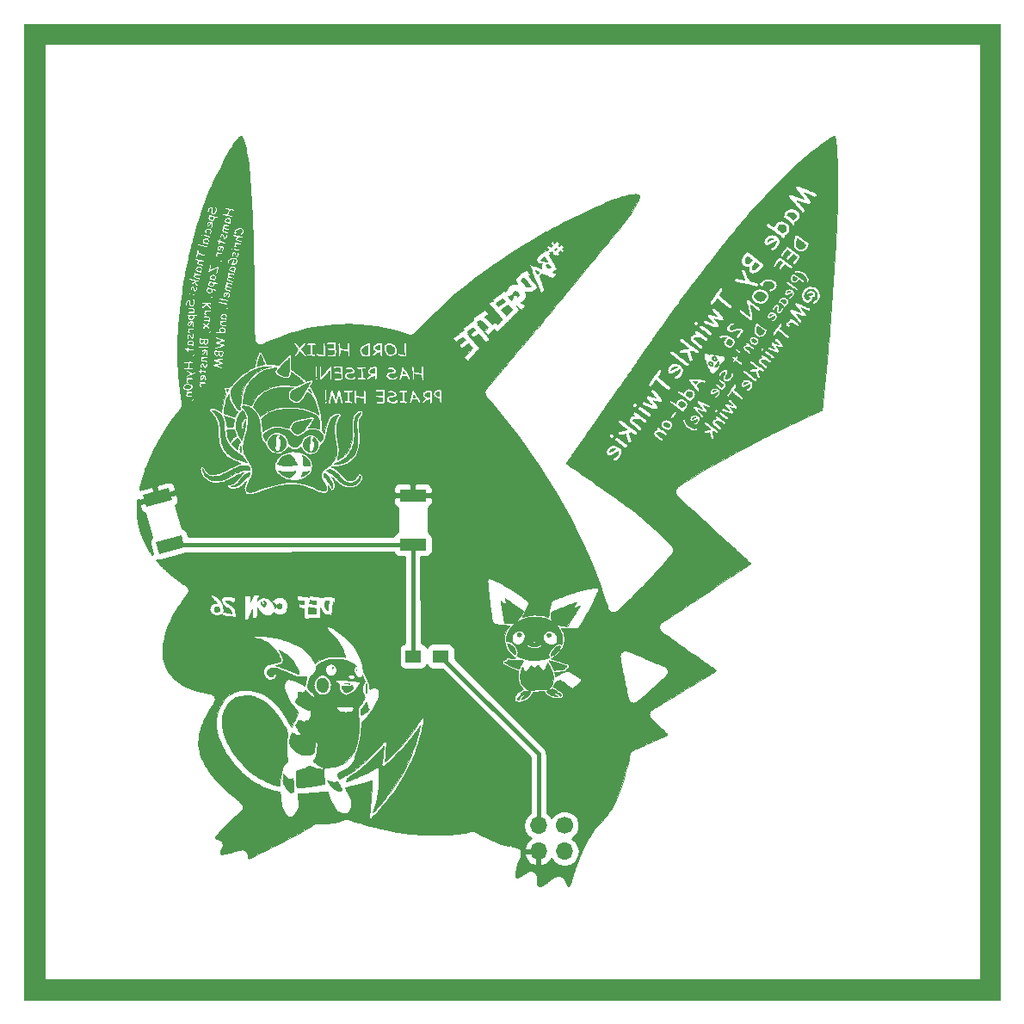
<source format=gbl>
G04 #@! TF.FileFunction,Copper,L2,Bot,Signal*
%FSLAX46Y46*%
G04 Gerber Fmt 4.6, Leading zero omitted, Abs format (unit mm)*
G04 Created by KiCad (PCBNEW 4.0.7) date 07/16/18 22:17:09*
%MOMM*%
%LPD*%
G01*
G04 APERTURE LIST*
%ADD10C,0.100000*%
%ADD11C,0.010000*%
%ADD12R,2.600000X1.200000*%
%ADD13R,1.500000X1.300000*%
%ADD14C,1.700000*%
%ADD15O,1.700000X1.700000*%
%ADD16C,0.381000*%
%ADD17C,0.254000*%
G04 APERTURE END LIST*
D10*
D11*
G36*
X188468000Y-133096000D02*
X92477167Y-133096000D01*
X92477167Y-107041519D01*
X94470659Y-107041519D01*
X94470666Y-108185055D01*
X94470682Y-109308253D01*
X94470708Y-110410505D01*
X94470742Y-111491202D01*
X94470786Y-112549736D01*
X94470838Y-113585499D01*
X94470900Y-114597881D01*
X94470970Y-115586275D01*
X94471049Y-116550071D01*
X94471137Y-117488662D01*
X94471234Y-118401438D01*
X94471339Y-119287792D01*
X94471453Y-120147114D01*
X94471576Y-120978797D01*
X94471707Y-121782231D01*
X94471846Y-122556808D01*
X94471993Y-123301920D01*
X94472149Y-124016958D01*
X94472313Y-124701314D01*
X94472485Y-125354379D01*
X94472665Y-125975544D01*
X94472854Y-126564201D01*
X94473050Y-127119742D01*
X94473254Y-127641557D01*
X94473466Y-128129040D01*
X94473686Y-128581580D01*
X94473913Y-128998569D01*
X94474148Y-129379400D01*
X94474391Y-129723463D01*
X94474641Y-130030149D01*
X94474899Y-130298851D01*
X94475164Y-130528960D01*
X94475436Y-130719867D01*
X94475716Y-130870964D01*
X94476003Y-130981643D01*
X94476297Y-131051294D01*
X94476598Y-131079309D01*
X94476642Y-131079880D01*
X94484168Y-131080882D01*
X94506277Y-131081859D01*
X94543418Y-131082811D01*
X94596045Y-131083737D01*
X94664607Y-131084638D01*
X94749556Y-131085514D01*
X94851344Y-131086365D01*
X94970420Y-131087191D01*
X95107237Y-131087994D01*
X95262246Y-131088772D01*
X95435898Y-131089526D01*
X95628643Y-131090257D01*
X95840933Y-131090964D01*
X96073220Y-131091648D01*
X96325954Y-131092308D01*
X96599587Y-131092946D01*
X96894570Y-131093561D01*
X97211353Y-131094154D01*
X97550388Y-131094724D01*
X97912127Y-131095273D01*
X98297019Y-131095799D01*
X98705518Y-131096304D01*
X99138073Y-131096788D01*
X99595136Y-131097250D01*
X100077157Y-131097691D01*
X100584589Y-131098112D01*
X101117882Y-131098512D01*
X101677488Y-131098891D01*
X102263857Y-131099251D01*
X102877441Y-131099590D01*
X103518691Y-131099910D01*
X104188058Y-131100210D01*
X104885993Y-131100490D01*
X105612947Y-131100752D01*
X106369373Y-131100995D01*
X107155719Y-131101218D01*
X107972439Y-131101424D01*
X108819982Y-131101611D01*
X109698801Y-131101780D01*
X110609346Y-131101931D01*
X111552069Y-131102064D01*
X112527420Y-131102180D01*
X113535851Y-131102279D01*
X114577813Y-131102361D01*
X115653757Y-131102425D01*
X116764134Y-131102474D01*
X117909396Y-131102505D01*
X119089993Y-131102521D01*
X120306377Y-131102520D01*
X121558999Y-131102504D01*
X122848310Y-131102472D01*
X124174761Y-131102424D01*
X125538804Y-131102362D01*
X126940889Y-131102284D01*
X128381467Y-131102192D01*
X129860991Y-131102085D01*
X131379910Y-131101963D01*
X132938677Y-131101828D01*
X134537742Y-131101678D01*
X136177556Y-131101515D01*
X137858571Y-131101339D01*
X139581238Y-131101148D01*
X140477212Y-131101046D01*
X186467750Y-131095750D01*
X186467750Y-39105417D01*
X94477417Y-39105417D01*
X94472013Y-85079417D01*
X94471854Y-86475588D01*
X94471705Y-87861766D01*
X94471566Y-89237343D01*
X94471437Y-90601711D01*
X94471318Y-91954260D01*
X94471209Y-93294382D01*
X94471111Y-94621469D01*
X94471022Y-95934912D01*
X94470943Y-97234103D01*
X94470874Y-98518432D01*
X94470814Y-99787293D01*
X94470765Y-101040075D01*
X94470724Y-102276171D01*
X94470694Y-103494972D01*
X94470673Y-104695869D01*
X94470661Y-105878254D01*
X94470659Y-107041519D01*
X92477167Y-107041519D01*
X92477167Y-37105167D01*
X188468000Y-37105167D01*
X188468000Y-133096000D01*
X188468000Y-133096000D01*
G37*
X188468000Y-133096000D02*
X92477167Y-133096000D01*
X92477167Y-107041519D01*
X94470659Y-107041519D01*
X94470666Y-108185055D01*
X94470682Y-109308253D01*
X94470708Y-110410505D01*
X94470742Y-111491202D01*
X94470786Y-112549736D01*
X94470838Y-113585499D01*
X94470900Y-114597881D01*
X94470970Y-115586275D01*
X94471049Y-116550071D01*
X94471137Y-117488662D01*
X94471234Y-118401438D01*
X94471339Y-119287792D01*
X94471453Y-120147114D01*
X94471576Y-120978797D01*
X94471707Y-121782231D01*
X94471846Y-122556808D01*
X94471993Y-123301920D01*
X94472149Y-124016958D01*
X94472313Y-124701314D01*
X94472485Y-125354379D01*
X94472665Y-125975544D01*
X94472854Y-126564201D01*
X94473050Y-127119742D01*
X94473254Y-127641557D01*
X94473466Y-128129040D01*
X94473686Y-128581580D01*
X94473913Y-128998569D01*
X94474148Y-129379400D01*
X94474391Y-129723463D01*
X94474641Y-130030149D01*
X94474899Y-130298851D01*
X94475164Y-130528960D01*
X94475436Y-130719867D01*
X94475716Y-130870964D01*
X94476003Y-130981643D01*
X94476297Y-131051294D01*
X94476598Y-131079309D01*
X94476642Y-131079880D01*
X94484168Y-131080882D01*
X94506277Y-131081859D01*
X94543418Y-131082811D01*
X94596045Y-131083737D01*
X94664607Y-131084638D01*
X94749556Y-131085514D01*
X94851344Y-131086365D01*
X94970420Y-131087191D01*
X95107237Y-131087994D01*
X95262246Y-131088772D01*
X95435898Y-131089526D01*
X95628643Y-131090257D01*
X95840933Y-131090964D01*
X96073220Y-131091648D01*
X96325954Y-131092308D01*
X96599587Y-131092946D01*
X96894570Y-131093561D01*
X97211353Y-131094154D01*
X97550388Y-131094724D01*
X97912127Y-131095273D01*
X98297019Y-131095799D01*
X98705518Y-131096304D01*
X99138073Y-131096788D01*
X99595136Y-131097250D01*
X100077157Y-131097691D01*
X100584589Y-131098112D01*
X101117882Y-131098512D01*
X101677488Y-131098891D01*
X102263857Y-131099251D01*
X102877441Y-131099590D01*
X103518691Y-131099910D01*
X104188058Y-131100210D01*
X104885993Y-131100490D01*
X105612947Y-131100752D01*
X106369373Y-131100995D01*
X107155719Y-131101218D01*
X107972439Y-131101424D01*
X108819982Y-131101611D01*
X109698801Y-131101780D01*
X110609346Y-131101931D01*
X111552069Y-131102064D01*
X112527420Y-131102180D01*
X113535851Y-131102279D01*
X114577813Y-131102361D01*
X115653757Y-131102425D01*
X116764134Y-131102474D01*
X117909396Y-131102505D01*
X119089993Y-131102521D01*
X120306377Y-131102520D01*
X121558999Y-131102504D01*
X122848310Y-131102472D01*
X124174761Y-131102424D01*
X125538804Y-131102362D01*
X126940889Y-131102284D01*
X128381467Y-131102192D01*
X129860991Y-131102085D01*
X131379910Y-131101963D01*
X132938677Y-131101828D01*
X134537742Y-131101678D01*
X136177556Y-131101515D01*
X137858571Y-131101339D01*
X139581238Y-131101148D01*
X140477212Y-131101046D01*
X186467750Y-131095750D01*
X186467750Y-39105417D01*
X94477417Y-39105417D01*
X94472013Y-85079417D01*
X94471854Y-86475588D01*
X94471705Y-87861766D01*
X94471566Y-89237343D01*
X94471437Y-90601711D01*
X94471318Y-91954260D01*
X94471209Y-93294382D01*
X94471111Y-94621469D01*
X94471022Y-95934912D01*
X94470943Y-97234103D01*
X94470874Y-98518432D01*
X94470814Y-99787293D01*
X94470765Y-101040075D01*
X94470724Y-102276171D01*
X94470694Y-103494972D01*
X94470673Y-104695869D01*
X94470661Y-105878254D01*
X94470659Y-107041519D01*
X92477167Y-107041519D01*
X92477167Y-37105167D01*
X188468000Y-37105167D01*
X188468000Y-133096000D01*
G36*
X128016000Y-96858667D02*
X128016003Y-97417453D01*
X128016020Y-97935465D01*
X128016064Y-98414260D01*
X128016146Y-98855396D01*
X128016280Y-99260432D01*
X128016478Y-99630925D01*
X128016752Y-99968434D01*
X128017114Y-100274517D01*
X128017576Y-100550732D01*
X128018152Y-100798638D01*
X128018854Y-101019792D01*
X128019693Y-101215753D01*
X128020682Y-101388079D01*
X128021834Y-101538328D01*
X128023161Y-101668059D01*
X128024676Y-101778829D01*
X128026390Y-101872197D01*
X128028316Y-101949721D01*
X128030466Y-102012959D01*
X128032854Y-102063470D01*
X128035490Y-102102811D01*
X128038388Y-102132540D01*
X128041560Y-102154217D01*
X128045018Y-102169399D01*
X128048775Y-102179644D01*
X128052843Y-102186511D01*
X128057234Y-102191557D01*
X128058333Y-102192667D01*
X128065434Y-102199137D01*
X128074618Y-102204912D01*
X128088202Y-102210032D01*
X128108501Y-102214535D01*
X128137834Y-102218461D01*
X128178515Y-102221851D01*
X128232862Y-102224742D01*
X128303191Y-102227175D01*
X128391819Y-102229190D01*
X128501062Y-102230825D01*
X128633236Y-102232121D01*
X128790658Y-102233116D01*
X128975645Y-102233851D01*
X129190513Y-102234365D01*
X129437578Y-102234697D01*
X129719157Y-102234887D01*
X130037567Y-102234974D01*
X130395123Y-102234999D01*
X130539979Y-102235000D01*
X132979291Y-102235000D01*
X136593645Y-105849123D01*
X140208000Y-109463247D01*
X140208000Y-113733707D01*
X140207962Y-114245056D01*
X140207841Y-114715642D01*
X140207626Y-115147032D01*
X140207308Y-115540796D01*
X140206875Y-115898502D01*
X140206318Y-116221721D01*
X140205626Y-116512020D01*
X140204789Y-116770968D01*
X140203797Y-117000136D01*
X140202639Y-117201091D01*
X140201304Y-117375403D01*
X140199784Y-117524641D01*
X140198066Y-117650373D01*
X140196141Y-117754169D01*
X140193999Y-117837598D01*
X140191629Y-117902229D01*
X140189020Y-117949631D01*
X140186163Y-117981372D01*
X140183048Y-117999022D01*
X140179858Y-118004167D01*
X140145028Y-117998306D01*
X140077099Y-117982100D01*
X139983445Y-117957607D01*
X139871442Y-117926889D01*
X139748464Y-117892006D01*
X139621887Y-117855018D01*
X139499085Y-117817987D01*
X139387433Y-117782973D01*
X139382500Y-117781384D01*
X138979802Y-117638866D01*
X138552506Y-117463158D01*
X138101675Y-117254744D01*
X137628371Y-117014103D01*
X137316843Y-116844900D01*
X137152434Y-116753861D01*
X137019573Y-116681744D01*
X136912986Y-116626580D01*
X136827403Y-116586400D01*
X136757552Y-116559233D01*
X136698160Y-116543111D01*
X136643957Y-116536063D01*
X136589670Y-116536119D01*
X136530027Y-116541311D01*
X136510341Y-116543570D01*
X136407860Y-116558066D01*
X136287545Y-116578625D01*
X136172675Y-116601217D01*
X136154583Y-116605142D01*
X136016463Y-116633591D01*
X135847877Y-116665062D01*
X135660401Y-116697620D01*
X135465612Y-116729329D01*
X135275086Y-116758252D01*
X135100398Y-116782452D01*
X135075083Y-116785707D01*
X134875950Y-116810119D01*
X134691452Y-116830600D01*
X134515239Y-116847472D01*
X134340960Y-116861058D01*
X134162264Y-116871680D01*
X133972801Y-116879660D01*
X133766221Y-116885322D01*
X133536173Y-116888989D01*
X133276305Y-116890982D01*
X132990167Y-116891621D01*
X132720390Y-116891385D01*
X132485722Y-116890282D01*
X132278942Y-116888017D01*
X132092828Y-116884295D01*
X131920159Y-116878819D01*
X131753715Y-116871293D01*
X131586274Y-116861423D01*
X131410616Y-116848911D01*
X131219518Y-116833463D01*
X131005761Y-116814783D01*
X130915833Y-116806661D01*
X130363393Y-116749675D01*
X129798050Y-116678409D01*
X129224892Y-116593963D01*
X128649007Y-116497436D01*
X128075481Y-116389926D01*
X127509402Y-116272531D01*
X126955857Y-116146350D01*
X126419933Y-116012482D01*
X125906718Y-115872026D01*
X125421298Y-115726079D01*
X124968762Y-115575742D01*
X124615901Y-115446149D01*
X124494026Y-115399666D01*
X124392877Y-115364299D01*
X124305413Y-115340360D01*
X124224587Y-115328162D01*
X124143355Y-115328019D01*
X124054673Y-115340242D01*
X123951497Y-115365144D01*
X123826781Y-115403038D01*
X123673482Y-115454237D01*
X123560417Y-115492996D01*
X123255745Y-115590123D01*
X122973008Y-115663084D01*
X122700668Y-115713634D01*
X122427187Y-115743528D01*
X122141030Y-115754519D01*
X121870473Y-115749984D01*
X121681759Y-115743034D01*
X121530239Y-115738177D01*
X121410818Y-115735566D01*
X121318402Y-115735352D01*
X121247895Y-115737687D01*
X121194202Y-115742724D01*
X121152229Y-115750614D01*
X121116881Y-115761510D01*
X121088033Y-115773340D01*
X121038349Y-115799045D01*
X120962435Y-115842799D01*
X120869313Y-115899208D01*
X120768004Y-115962881D01*
X120730769Y-115986865D01*
X120401727Y-116196034D01*
X120061862Y-116403440D01*
X119707535Y-116611058D01*
X119335108Y-116820864D01*
X118940943Y-117034831D01*
X118521402Y-117254934D01*
X118072848Y-117483149D01*
X117591641Y-117721450D01*
X117074144Y-117971812D01*
X117072833Y-117972439D01*
X116805767Y-118100467D01*
X116573614Y-118212153D01*
X116372992Y-118309198D01*
X116200519Y-118393300D01*
X116052810Y-118466160D01*
X115926484Y-118529478D01*
X115818158Y-118584953D01*
X115724449Y-118634286D01*
X115641974Y-118679175D01*
X115567350Y-118721322D01*
X115497195Y-118762425D01*
X115478813Y-118773425D01*
X115237185Y-118914303D01*
X115026969Y-119027726D01*
X114848266Y-119113657D01*
X114701176Y-119172055D01*
X114585799Y-119202881D01*
X114502234Y-119206096D01*
X114450582Y-119181660D01*
X114448134Y-119178878D01*
X114433198Y-119135856D01*
X114425712Y-119052650D01*
X114425194Y-118958221D01*
X114425144Y-118858546D01*
X114419126Y-118786620D01*
X114404812Y-118728014D01*
X114379874Y-118668299D01*
X114377676Y-118663715D01*
X114294749Y-118536715D01*
X114185748Y-118439582D01*
X114056619Y-118375817D01*
X113913307Y-118348924D01*
X113844917Y-118349849D01*
X113789201Y-118358431D01*
X113700211Y-118377431D01*
X113585210Y-118405055D01*
X113451456Y-118439510D01*
X113306210Y-118479002D01*
X113199168Y-118509382D01*
X112943075Y-118582180D01*
X112722246Y-118642185D01*
X112531958Y-118690502D01*
X112367488Y-118728238D01*
X112224113Y-118756499D01*
X112097110Y-118776390D01*
X112020087Y-118785458D01*
X111904224Y-118793806D01*
X111822086Y-118790428D01*
X111766311Y-118773795D01*
X111729538Y-118742379D01*
X111716965Y-118722522D01*
X111709640Y-118669131D01*
X111726485Y-118584756D01*
X111766528Y-118472471D01*
X111828798Y-118335350D01*
X111857071Y-118279333D01*
X111928831Y-118127934D01*
X111973319Y-118000363D01*
X111991586Y-117888983D01*
X111984678Y-117786155D01*
X111953644Y-117684242D01*
X111942326Y-117658200D01*
X111876762Y-117545816D01*
X111791285Y-117458563D01*
X111678659Y-117390759D01*
X111533521Y-117337278D01*
X111417752Y-117301866D01*
X111336711Y-117273277D01*
X111284071Y-117247999D01*
X111253507Y-117222522D01*
X111238694Y-117193334D01*
X111234587Y-117171339D01*
X111232899Y-117145585D01*
X111236270Y-117120290D01*
X111247801Y-117090997D01*
X111270594Y-117053252D01*
X111307749Y-117002599D01*
X111362367Y-116934584D01*
X111437548Y-116844750D01*
X111536394Y-116728642D01*
X111570309Y-116688976D01*
X111926717Y-116282689D01*
X112270696Y-115912094D01*
X112605769Y-115573674D01*
X112935458Y-115263909D01*
X113263288Y-114979280D01*
X113368667Y-114892697D01*
X113503765Y-114783008D01*
X113609994Y-114695931D01*
X113691469Y-114627542D01*
X113752303Y-114573914D01*
X113796609Y-114531123D01*
X113828501Y-114495242D01*
X113852092Y-114462346D01*
X113871497Y-114428510D01*
X113886643Y-114398386D01*
X113926601Y-114295209D01*
X113942117Y-114189065D01*
X113942970Y-114154320D01*
X113939696Y-114078997D01*
X113927190Y-114008924D01*
X113902560Y-113940511D01*
X113862913Y-113870166D01*
X113805359Y-113794299D01*
X113727006Y-113709321D01*
X113624961Y-113611640D01*
X113496334Y-113497666D01*
X113338232Y-113363808D01*
X113242014Y-113284000D01*
X113114962Y-113179103D01*
X112976668Y-113064875D01*
X112838517Y-112950720D01*
X112711893Y-112846047D01*
X112621274Y-112771096D01*
X112148193Y-112362880D01*
X111716633Y-111955263D01*
X111325811Y-111547316D01*
X110974942Y-111138109D01*
X110663243Y-110726715D01*
X110389930Y-110312204D01*
X110154219Y-109893646D01*
X110097459Y-109780917D01*
X109955984Y-109477219D01*
X109840991Y-109194083D01*
X109749328Y-108921839D01*
X109677842Y-108650818D01*
X109623379Y-108371351D01*
X109610214Y-108286631D01*
X109586514Y-108046392D01*
X109580850Y-107781584D01*
X109592684Y-107505677D01*
X109621478Y-107232140D01*
X109661784Y-106997500D01*
X109766155Y-106579388D01*
X109907025Y-106147216D01*
X110020527Y-105861332D01*
X111336881Y-105861332D01*
X111356238Y-106270172D01*
X111416916Y-106687745D01*
X111518910Y-107113962D01*
X111662214Y-107548733D01*
X111729099Y-107720104D01*
X111818116Y-107924952D01*
X111924916Y-108148071D01*
X112043853Y-108379047D01*
X112169282Y-108607467D01*
X112295555Y-108822915D01*
X112417028Y-109014978D01*
X112484909Y-109114167D01*
X112565358Y-109223834D01*
X112667933Y-109358050D01*
X112786778Y-109509599D01*
X112916036Y-109671263D01*
X113049853Y-109835823D01*
X113182373Y-109996064D01*
X113307739Y-110144766D01*
X113420097Y-110274713D01*
X113490063Y-110353063D01*
X113877234Y-110747411D01*
X114295732Y-111114773D01*
X114742308Y-111452588D01*
X115213713Y-111758298D01*
X115435282Y-111885931D01*
X115630662Y-111988110D01*
X115848856Y-112091611D01*
X116082593Y-112193728D01*
X116324605Y-112291752D01*
X116567622Y-112382977D01*
X116804376Y-112464697D01*
X117027596Y-112534205D01*
X117230015Y-112588793D01*
X117404362Y-112625755D01*
X117435815Y-112630884D01*
X117518531Y-112644299D01*
X117568501Y-112656413D01*
X117594881Y-112671933D01*
X117606828Y-112695572D01*
X117611817Y-112721411D01*
X117617440Y-112761659D01*
X117627173Y-112836566D01*
X117640087Y-112938762D01*
X117655252Y-113060872D01*
X117671740Y-113195524D01*
X117676057Y-113231083D01*
X117708288Y-113487438D01*
X117738590Y-113705933D01*
X117767976Y-113890936D01*
X117797461Y-114046819D01*
X117828060Y-114177951D01*
X117860786Y-114288702D01*
X117896655Y-114383443D01*
X117936680Y-114466543D01*
X117979622Y-114538908D01*
X118024089Y-114612401D01*
X118059708Y-114680191D01*
X118078972Y-114727956D01*
X118079234Y-114728990D01*
X118109380Y-114792177D01*
X118167532Y-114867565D01*
X118245068Y-114946130D01*
X118333367Y-115018846D01*
X118396647Y-115061244D01*
X118523907Y-115119055D01*
X118645323Y-115136928D01*
X118758159Y-115114687D01*
X118811104Y-115088098D01*
X118873993Y-115036805D01*
X118950338Y-114955277D01*
X119034805Y-114851212D01*
X119122057Y-114732309D01*
X119206758Y-114606263D01*
X119283571Y-114480775D01*
X119347160Y-114363541D01*
X119392190Y-114262261D01*
X119400935Y-114237219D01*
X119421144Y-114170165D01*
X119434206Y-114111421D01*
X119441055Y-114049820D01*
X119442626Y-113974196D01*
X119439852Y-113873380D01*
X119436964Y-113806455D01*
X119428335Y-113677661D01*
X119413870Y-113525073D01*
X119395478Y-113366516D01*
X119375069Y-113219816D01*
X119371963Y-113199999D01*
X119354602Y-113087053D01*
X119340805Y-112989137D01*
X119331523Y-112913717D01*
X119327711Y-112868261D01*
X119328379Y-112858570D01*
X119347469Y-112850722D01*
X119396383Y-112842828D01*
X119477184Y-112834737D01*
X119591939Y-112826299D01*
X119742712Y-112817362D01*
X119931568Y-112807777D01*
X120160574Y-112797391D01*
X120173750Y-112796821D01*
X120706145Y-112766963D01*
X121201087Y-112725054D01*
X121655417Y-112671441D01*
X121780241Y-112654937D01*
X121906570Y-112639244D01*
X122020377Y-112626045D01*
X122107639Y-112617021D01*
X122114047Y-112616442D01*
X122276343Y-112602020D01*
X122307364Y-112662552D01*
X122325633Y-112704317D01*
X122354213Y-112776862D01*
X122389584Y-112870952D01*
X122428225Y-112977357D01*
X122439410Y-113008833D01*
X122521274Y-113229933D01*
X122610085Y-113451174D01*
X122702822Y-113666107D01*
X122796464Y-113868283D01*
X122887989Y-114051251D01*
X122974376Y-114208562D01*
X123052603Y-114333768D01*
X123074790Y-114365144D01*
X123161318Y-114466026D01*
X123262372Y-114549061D01*
X123384723Y-114617996D01*
X123535142Y-114676575D01*
X123720400Y-114728544D01*
X123740271Y-114733324D01*
X123883046Y-114763669D01*
X123995746Y-114777995D01*
X124087630Y-114775941D01*
X124167955Y-114757146D01*
X124245977Y-114721251D01*
X124260263Y-114713079D01*
X124373918Y-114623119D01*
X124471695Y-114498436D01*
X124551272Y-114344411D01*
X124610327Y-114166426D01*
X124646540Y-113969862D01*
X124657628Y-113792000D01*
X124656091Y-113680935D01*
X124647399Y-113593109D01*
X124628634Y-113509639D01*
X124600353Y-113421583D01*
X124539126Y-113265425D01*
X124457632Y-113087099D01*
X124361589Y-112897861D01*
X124256713Y-112708964D01*
X124148722Y-112531664D01*
X124146686Y-112528495D01*
X124077340Y-112418936D01*
X124030308Y-112340030D01*
X124003601Y-112287769D01*
X123995227Y-112258145D01*
X124003197Y-112247150D01*
X124006806Y-112246833D01*
X124036185Y-112241466D01*
X124101796Y-112226180D01*
X124199026Y-112202197D01*
X124323267Y-112170740D01*
X124469907Y-112133032D01*
X124634337Y-112090295D01*
X124811947Y-112043752D01*
X124998125Y-111994626D01*
X125188263Y-111944139D01*
X125377748Y-111893514D01*
X125561973Y-111843974D01*
X125736325Y-111796740D01*
X125896195Y-111753036D01*
X126036973Y-111714085D01*
X126154048Y-111681108D01*
X126242811Y-111655330D01*
X126280333Y-111643897D01*
X126398272Y-111606961D01*
X126501582Y-111574839D01*
X126583771Y-111549529D01*
X126638347Y-111533031D01*
X126658752Y-111527338D01*
X126660834Y-111547756D01*
X126660513Y-111606599D01*
X126657945Y-111700036D01*
X126653287Y-111824237D01*
X126646694Y-111975370D01*
X126638323Y-112149604D01*
X126628329Y-112343109D01*
X126617369Y-112543167D01*
X126601778Y-112801645D01*
X126583951Y-113059891D01*
X126563247Y-113325495D01*
X126539022Y-113606048D01*
X126510636Y-113909140D01*
X126477447Y-114242361D01*
X126456713Y-114443141D01*
X126436224Y-114640017D01*
X126419971Y-114799046D01*
X126407749Y-114924481D01*
X126399355Y-115020576D01*
X126394585Y-115091583D01*
X126393236Y-115141755D01*
X126395104Y-115175346D01*
X126399986Y-115196609D01*
X126407678Y-115209797D01*
X126417978Y-115219162D01*
X126419526Y-115220343D01*
X126459931Y-115243887D01*
X126499592Y-115246678D01*
X126546934Y-115225880D01*
X126610382Y-115178656D01*
X126654069Y-115141375D01*
X126766532Y-115037141D01*
X126900579Y-114902855D01*
X127052768Y-114742607D01*
X127219656Y-114560489D01*
X127397802Y-114360591D01*
X127583763Y-114147006D01*
X127774099Y-113923825D01*
X127965366Y-113695138D01*
X128154123Y-113465038D01*
X128336927Y-113237615D01*
X128510338Y-113016961D01*
X128670912Y-112807167D01*
X128815208Y-112612324D01*
X128939783Y-112436524D01*
X128982395Y-112373833D01*
X129242690Y-111971786D01*
X129506792Y-111538008D01*
X129769729Y-111081755D01*
X130026532Y-110612281D01*
X130272230Y-110138842D01*
X130501851Y-109670694D01*
X130710426Y-109217092D01*
X130842312Y-108910621D01*
X130962982Y-108601762D01*
X131084287Y-108252591D01*
X131206358Y-107862672D01*
X131329329Y-107431568D01*
X131453331Y-106958844D01*
X131527725Y-106657365D01*
X131583406Y-106423501D01*
X131628603Y-106225819D01*
X131664180Y-106059719D01*
X131691004Y-105920602D01*
X131709938Y-105803866D01*
X131721848Y-105704912D01*
X131727599Y-105619138D01*
X131728326Y-105590756D01*
X131728892Y-105506724D01*
X131725704Y-105455262D01*
X131715902Y-105426619D01*
X131696626Y-105411041D01*
X131672849Y-105401570D01*
X131647049Y-105394917D01*
X131621696Y-105396384D01*
X131593988Y-105409204D01*
X131561123Y-105436612D01*
X131520299Y-105481842D01*
X131468714Y-105548127D01*
X131403567Y-105638703D01*
X131322054Y-105756803D01*
X131221376Y-105905663D01*
X131170444Y-105981500D01*
X130951553Y-106304694D01*
X130748661Y-106597025D01*
X130556976Y-106864504D01*
X130371704Y-107113144D01*
X130188054Y-107348957D01*
X130001232Y-107577955D01*
X129806447Y-107806149D01*
X129598905Y-108039553D01*
X129373814Y-108284179D01*
X129126382Y-108546038D01*
X129124914Y-108547575D01*
X128976996Y-108700749D01*
X128827845Y-108852034D01*
X128680532Y-108998562D01*
X128538128Y-109137470D01*
X128403704Y-109265891D01*
X128280330Y-109380961D01*
X128171079Y-109479814D01*
X128079021Y-109559584D01*
X128007226Y-109617407D01*
X127958767Y-109650416D01*
X127936939Y-109655994D01*
X127934923Y-109631876D01*
X127938202Y-109576276D01*
X127946060Y-109499613D01*
X127949717Y-109470068D01*
X127963586Y-109350497D01*
X127977600Y-109207661D01*
X127991412Y-109047426D01*
X128004677Y-108875658D01*
X128017051Y-108698223D01*
X128028188Y-108520988D01*
X128037743Y-108349818D01*
X128045371Y-108190579D01*
X128050726Y-108049138D01*
X128053463Y-107931362D01*
X128053237Y-107843115D01*
X128049704Y-107790265D01*
X128048839Y-107785623D01*
X128019298Y-107724690D01*
X127969870Y-107689323D01*
X127912269Y-107686341D01*
X127892034Y-107694376D01*
X127867241Y-107715715D01*
X127818301Y-107764761D01*
X127749028Y-107837437D01*
X127663238Y-107929666D01*
X127564745Y-108037371D01*
X127457364Y-108156476D01*
X127409720Y-108209828D01*
X126942052Y-108718737D01*
X126481632Y-109186754D01*
X126027691Y-109614555D01*
X125579456Y-110002815D01*
X125136158Y-110352208D01*
X124697023Y-110663412D01*
X124364750Y-110875310D01*
X124269541Y-110931451D01*
X124158408Y-110994338D01*
X124037505Y-111060769D01*
X123912988Y-111127541D01*
X123791013Y-111191452D01*
X123677737Y-111249298D01*
X123579313Y-111297877D01*
X123501899Y-111333987D01*
X123451650Y-111354423D01*
X123437347Y-111357833D01*
X123406007Y-111338636D01*
X123370147Y-111287289D01*
X123333527Y-111213157D01*
X123299905Y-111125606D01*
X123273044Y-111034001D01*
X123256702Y-110947707D01*
X123253500Y-110899925D01*
X123257737Y-110866457D01*
X123273194Y-110834336D01*
X123303985Y-110800671D01*
X123354228Y-110762572D01*
X123428039Y-110717147D01*
X123529534Y-110661505D01*
X123662829Y-110592757D01*
X123761500Y-110543155D01*
X123981240Y-110429392D01*
X124165868Y-110324697D01*
X124320704Y-110225601D01*
X124451069Y-110128637D01*
X124562284Y-110030334D01*
X124589471Y-110003365D01*
X124729991Y-109831639D01*
X124841897Y-109633937D01*
X124920354Y-109419302D01*
X124936314Y-109354476D01*
X124978101Y-109168397D01*
X125015100Y-109015114D01*
X125049929Y-108885740D01*
X125085210Y-108771393D01*
X125123561Y-108663186D01*
X125167601Y-108552235D01*
X125185204Y-108510260D01*
X125304549Y-108187459D01*
X125404282Y-107828849D01*
X125484063Y-107436315D01*
X125543550Y-107011741D01*
X125582404Y-106557011D01*
X125596749Y-106235500D01*
X125609429Y-105801583D01*
X125884308Y-105515833D01*
X126204682Y-105166618D01*
X126484422Y-104827124D01*
X126723925Y-104496666D01*
X126923592Y-104174560D01*
X127083820Y-103860120D01*
X127205011Y-103552662D01*
X127287561Y-103251499D01*
X127322075Y-103048013D01*
X127334244Y-102882246D01*
X127323723Y-102746859D01*
X127289300Y-102635751D01*
X127229766Y-102542826D01*
X127219541Y-102531122D01*
X127127378Y-102457082D01*
X127013907Y-102416249D01*
X126877966Y-102408606D01*
X126718394Y-102434137D01*
X126534029Y-102492825D01*
X126465542Y-102520307D01*
X126441433Y-102524327D01*
X126430700Y-102503200D01*
X126428340Y-102454223D01*
X126424700Y-102386869D01*
X126415514Y-102300998D01*
X126407371Y-102244390D01*
X126397113Y-102185140D01*
X126385401Y-102128605D01*
X126370674Y-102070830D01*
X126351368Y-102007858D01*
X126325921Y-101935733D01*
X126292771Y-101850497D01*
X126250354Y-101748194D01*
X126197110Y-101624867D01*
X126131474Y-101476560D01*
X126051884Y-101299317D01*
X125956778Y-101089180D01*
X125913540Y-100993924D01*
X125826277Y-100791574D01*
X125761129Y-100615778D01*
X125715664Y-100458603D01*
X125687451Y-100312111D01*
X125677637Y-100224167D01*
X125639560Y-99934929D01*
X125573669Y-99668536D01*
X125537099Y-99560710D01*
X125400116Y-99238935D01*
X125225530Y-98913182D01*
X125017281Y-98587616D01*
X124779310Y-98266400D01*
X124515556Y-97953698D01*
X124229960Y-97653674D01*
X123926461Y-97370492D01*
X123609001Y-97108315D01*
X123281518Y-96871308D01*
X122947954Y-96663634D01*
X122645793Y-96505245D01*
X122519993Y-96446933D01*
X122424978Y-96407260D01*
X122354441Y-96384461D01*
X122302077Y-96376768D01*
X122261579Y-96382416D01*
X122240086Y-96391616D01*
X122212863Y-96409660D01*
X122196980Y-96431326D01*
X122194480Y-96459630D01*
X122207404Y-96497588D01*
X122237795Y-96548216D01*
X122287697Y-96614533D01*
X122359151Y-96699553D01*
X122454199Y-96806293D01*
X122574885Y-96937770D01*
X122703167Y-97075524D01*
X122871720Y-97259540D01*
X123016799Y-97426908D01*
X123147097Y-97588498D01*
X123271307Y-97755184D01*
X123398121Y-97937837D01*
X123426736Y-97980500D01*
X123599829Y-98259030D01*
X123752838Y-98543961D01*
X123880674Y-98825080D01*
X123973929Y-99078571D01*
X124012427Y-99200471D01*
X124038093Y-99287547D01*
X124051715Y-99345060D01*
X124054084Y-99378269D01*
X124045987Y-99392433D01*
X124028215Y-99392811D01*
X124020792Y-99390931D01*
X123986220Y-99384045D01*
X123919253Y-99373067D01*
X123829455Y-99359493D01*
X123726393Y-99344820D01*
X123723713Y-99344450D01*
X123518327Y-99324210D01*
X123288865Y-99315390D01*
X123048433Y-99317582D01*
X122810137Y-99330381D01*
X122587085Y-99353380D01*
X122394779Y-99385663D01*
X122070557Y-99467212D01*
X121776524Y-99569266D01*
X121504097Y-99695331D01*
X121244693Y-99848914D01*
X121218639Y-99866257D01*
X121034899Y-99989803D01*
X120924317Y-99794777D01*
X120721610Y-99469219D01*
X120499358Y-99175182D01*
X120253819Y-98909219D01*
X119981249Y-98667885D01*
X119677906Y-98447731D01*
X119340048Y-98245312D01*
X119115417Y-98129078D01*
X118786635Y-97982088D01*
X118421338Y-97845088D01*
X118024447Y-97719409D01*
X117600885Y-97606386D01*
X117155575Y-97507351D01*
X116693440Y-97423638D01*
X116300142Y-97366685D01*
X116201496Y-97355217D01*
X116081824Y-97343213D01*
X115947422Y-97331111D01*
X115804585Y-97319347D01*
X115659610Y-97308357D01*
X115518791Y-97298577D01*
X115388424Y-97290445D01*
X115274806Y-97284397D01*
X115184231Y-97280869D01*
X115122997Y-97280297D01*
X115097397Y-97283119D01*
X115097220Y-97283290D01*
X115088974Y-97308424D01*
X115079110Y-97358245D01*
X115077471Y-97368501D01*
X115065783Y-97444418D01*
X115421764Y-97545329D01*
X115636188Y-97608508D01*
X115816499Y-97667811D01*
X115970243Y-97726877D01*
X116104966Y-97789348D01*
X116228217Y-97858865D01*
X116347541Y-97939068D01*
X116470485Y-98033598D01*
X116522500Y-98076347D01*
X116637344Y-98177488D01*
X116765580Y-98299326D01*
X116898802Y-98433109D01*
X117028609Y-98570088D01*
X117146596Y-98701511D01*
X117244359Y-98818629D01*
X117280429Y-98865565D01*
X117381460Y-99014099D01*
X117469448Y-99167319D01*
X117542049Y-99319055D01*
X117596923Y-99463139D01*
X117631728Y-99593401D01*
X117644120Y-99703670D01*
X117631758Y-99787778D01*
X117631139Y-99789420D01*
X117600142Y-99828321D01*
X117537033Y-99863193D01*
X117439198Y-99894899D01*
X117304026Y-99924304D01*
X117146297Y-99949801D01*
X116914624Y-99986664D01*
X116720473Y-100026043D01*
X116559041Y-100069690D01*
X116425523Y-100119358D01*
X116315115Y-100176797D01*
X116223015Y-100243760D01*
X116153353Y-100311892D01*
X116078040Y-100412743D01*
X116027577Y-100524136D01*
X115999081Y-100655295D01*
X115989667Y-100815446D01*
X115989674Y-100835477D01*
X116008029Y-101025971D01*
X116059633Y-101196552D01*
X116142426Y-101343771D01*
X116254345Y-101464180D01*
X116393331Y-101554329D01*
X116428882Y-101570409D01*
X116517624Y-101594392D01*
X116625794Y-101604983D01*
X116734963Y-101601800D01*
X116826704Y-101584460D01*
X116842033Y-101578983D01*
X116955226Y-101519338D01*
X117060170Y-101438005D01*
X117147804Y-101344077D01*
X117209068Y-101246645D01*
X117229395Y-101190300D01*
X117229427Y-101122190D01*
X117200854Y-101065488D01*
X117151560Y-101032417D01*
X117124999Y-101028500D01*
X117087595Y-101038083D01*
X117049694Y-101071652D01*
X117003272Y-101136435D01*
X117000636Y-101140540D01*
X116936363Y-101225654D01*
X116869361Y-101276431D01*
X116787614Y-101299834D01*
X116719155Y-101303667D01*
X116600923Y-101283577D01*
X116495435Y-101225916D01*
X116406981Y-101134591D01*
X116339853Y-101013510D01*
X116313082Y-100933813D01*
X116301638Y-100872256D01*
X116308803Y-100819713D01*
X116333454Y-100760913D01*
X116374174Y-100695791D01*
X116432382Y-100624295D01*
X116472210Y-100583839D01*
X116543160Y-100524028D01*
X116615092Y-100476820D01*
X116691226Y-100442747D01*
X116774782Y-100422337D01*
X116868980Y-100416122D01*
X116977040Y-100424629D01*
X117102182Y-100448391D01*
X117247625Y-100487935D01*
X117416591Y-100543793D01*
X117612299Y-100616494D01*
X117837969Y-100706568D01*
X118096821Y-100814545D01*
X118237000Y-100874258D01*
X118469336Y-100973381D01*
X118667871Y-101056801D01*
X118837548Y-101125869D01*
X118983312Y-101181937D01*
X119110108Y-101226357D01*
X119222880Y-101260480D01*
X119326572Y-101285657D01*
X119426129Y-101303241D01*
X119526494Y-101314583D01*
X119632613Y-101321034D01*
X119749429Y-101323947D01*
X119881887Y-101324672D01*
X119884694Y-101324673D01*
X120230639Y-101324833D01*
X120215484Y-101435958D01*
X120205602Y-101498772D01*
X120190066Y-101586273D01*
X120170440Y-101690718D01*
X120148292Y-101804365D01*
X120125188Y-101919472D01*
X120102695Y-102028296D01*
X120082379Y-102123096D01*
X120065806Y-102196128D01*
X120054544Y-102239650D01*
X120051127Y-102248262D01*
X120030925Y-102240841D01*
X119983712Y-102212987D01*
X119916686Y-102169201D01*
X119842737Y-102118021D01*
X119652844Y-101994238D01*
X119449290Y-101880881D01*
X119239982Y-101781216D01*
X119032829Y-101698511D01*
X118835739Y-101636031D01*
X118656619Y-101597044D01*
X118554500Y-101585897D01*
X118437424Y-101584618D01*
X118349631Y-101599695D01*
X118279591Y-101637015D01*
X118215774Y-101702465D01*
X118154096Y-101790340D01*
X118082084Y-101930131D01*
X118043159Y-102079319D01*
X118035813Y-102245990D01*
X118046961Y-102365365D01*
X118100757Y-102634404D01*
X118189417Y-102918847D01*
X118310550Y-103213992D01*
X118461768Y-103515139D01*
X118640679Y-103817584D01*
X118844893Y-104116626D01*
X119072021Y-104407564D01*
X119105117Y-104446917D01*
X119183444Y-104541514D01*
X119254979Y-104632153D01*
X119313621Y-104710789D01*
X119353268Y-104769379D01*
X119363501Y-104787495D01*
X119406318Y-104874074D01*
X119307272Y-105104995D01*
X119269191Y-105190956D01*
X119216404Y-105306107D01*
X119153014Y-105441710D01*
X119083123Y-105589028D01*
X119010833Y-105739326D01*
X118970407Y-105822408D01*
X118732588Y-106308900D01*
X118524940Y-105917765D01*
X118276309Y-105473845D01*
X118019989Y-105065805D01*
X117751387Y-104687304D01*
X117465911Y-104332002D01*
X117158969Y-103993558D01*
X117052293Y-103884598D01*
X116732297Y-103585284D01*
X116410153Y-103327595D01*
X116084339Y-103110832D01*
X115753334Y-102934292D01*
X115415617Y-102797273D01*
X115069667Y-102699074D01*
X114713963Y-102638991D01*
X114346984Y-102616324D01*
X114303188Y-102616085D01*
X113983427Y-102629227D01*
X113688995Y-102669762D01*
X113411396Y-102739627D01*
X113142133Y-102840759D01*
X112979724Y-102917927D01*
X112702354Y-103083109D01*
X112443298Y-103284332D01*
X112205279Y-103518280D01*
X111991018Y-103781636D01*
X111803236Y-104071085D01*
X111644657Y-104383311D01*
X111526800Y-104688108D01*
X111422156Y-105070210D01*
X111358851Y-105461315D01*
X111336881Y-105861332D01*
X110020527Y-105861332D01*
X110082603Y-105704979D01*
X110291100Y-105256675D01*
X110530726Y-104806303D01*
X110799690Y-104357858D01*
X110940464Y-104141809D01*
X111035059Y-103997776D01*
X111106759Y-103881409D01*
X111158290Y-103786676D01*
X111192379Y-103707544D01*
X111211752Y-103637979D01*
X111219136Y-103571950D01*
X111218708Y-103526167D01*
X111192016Y-103374712D01*
X111129486Y-103241976D01*
X111034354Y-103132711D01*
X110909855Y-103051672D01*
X110889561Y-103042548D01*
X110828896Y-103021803D01*
X110739279Y-102997491D01*
X110633539Y-102972861D01*
X110540311Y-102954058D01*
X109985948Y-102838363D01*
X109469608Y-102704454D01*
X108991025Y-102552176D01*
X108549933Y-102381372D01*
X108146065Y-102191887D01*
X107779157Y-101983566D01*
X107448942Y-101756252D01*
X107155155Y-101509791D01*
X106897529Y-101244026D01*
X106675799Y-100958802D01*
X106489699Y-100653963D01*
X106437630Y-100552250D01*
X106316943Y-100283719D01*
X106222141Y-100021128D01*
X106151619Y-99756327D01*
X106103771Y-99481168D01*
X106076988Y-99187502D01*
X106069666Y-98867181D01*
X106072616Y-98700722D01*
X106086416Y-98416908D01*
X106111889Y-98148443D01*
X106150924Y-97883382D01*
X106205410Y-97609783D01*
X106277235Y-97315702D01*
X106312047Y-97186750D01*
X106446183Y-96755271D01*
X106613232Y-96308444D01*
X106809772Y-95852649D01*
X107032383Y-95394264D01*
X107277644Y-94939670D01*
X107403501Y-94728190D01*
X110682822Y-94728190D01*
X110708766Y-94847588D01*
X110731093Y-94900750D01*
X110816576Y-95037019D01*
X110929084Y-95141504D01*
X111069356Y-95214646D01*
X111238127Y-95256885D01*
X111344827Y-95267177D01*
X111535384Y-95265165D01*
X111692203Y-95238216D01*
X111815827Y-95186226D01*
X111833954Y-95174638D01*
X111881998Y-95143161D01*
X111913129Y-95124872D01*
X111918008Y-95123000D01*
X111927650Y-95141066D01*
X111939187Y-95183177D01*
X111952404Y-95243354D01*
X112570577Y-95349544D01*
X112727924Y-95376521D01*
X112872287Y-95401174D01*
X112998240Y-95422583D01*
X113100356Y-95439830D01*
X113173208Y-95451996D01*
X113211369Y-95458162D01*
X113215208Y-95458700D01*
X113229158Y-95447102D01*
X113237619Y-95405226D01*
X113241338Y-95328150D01*
X113241667Y-95284522D01*
X113234597Y-95126177D01*
X113217856Y-94987357D01*
X114088333Y-94987357D01*
X114088333Y-95691556D01*
X114135958Y-95701142D01*
X114181224Y-95705663D01*
X114252733Y-95708068D01*
X114328974Y-95707905D01*
X114474364Y-95705083D01*
X114839750Y-94670563D01*
X114845470Y-95094655D01*
X114851189Y-95518747D01*
X115087400Y-95532262D01*
X115182626Y-95536984D01*
X115261015Y-95539498D01*
X115313716Y-95539611D01*
X115331785Y-95537604D01*
X115334693Y-95515035D01*
X115338420Y-95456144D01*
X115342696Y-95366928D01*
X115347250Y-95253383D01*
X115351810Y-95121507D01*
X115354438Y-95036045D01*
X115368917Y-94542660D01*
X115452702Y-94686068D01*
X115540562Y-94812259D01*
X115654162Y-94939910D01*
X115782132Y-95058244D01*
X115913103Y-95156486D01*
X116005420Y-95209986D01*
X116074158Y-95242495D01*
X116129953Y-95263355D01*
X116185998Y-95275134D01*
X116255486Y-95280403D01*
X116351608Y-95281731D01*
X116373888Y-95281750D01*
X116476380Y-95280888D01*
X116548576Y-95276795D01*
X116602505Y-95267206D01*
X116650194Y-95249860D01*
X116703670Y-95222492D01*
X116711368Y-95218250D01*
X116811123Y-95148797D01*
X116896527Y-95055485D01*
X116956639Y-94964600D01*
X116972572Y-94946487D01*
X116993962Y-94949854D01*
X117030355Y-94978346D01*
X117056883Y-95002892D01*
X117121240Y-95054266D01*
X117202932Y-95107325D01*
X117257743Y-95137172D01*
X117314560Y-95163443D01*
X117364726Y-95180690D01*
X117419690Y-95190788D01*
X117490904Y-95195613D01*
X117589816Y-95197038D01*
X117623663Y-95197083D01*
X117732907Y-95196199D01*
X117810775Y-95192415D01*
X117868208Y-95184035D01*
X117916146Y-95169364D01*
X117965530Y-95146704D01*
X117972913Y-95142936D01*
X118073917Y-95071677D01*
X118166439Y-94971050D01*
X118239816Y-94853967D01*
X118269151Y-94784333D01*
X118286880Y-94718808D01*
X118305582Y-94627628D01*
X118322003Y-94527261D01*
X118326355Y-94495022D01*
X118337908Y-94287102D01*
X118318821Y-94097371D01*
X118270621Y-93929004D01*
X118194832Y-93785177D01*
X118104562Y-93682264D01*
X119295324Y-93682264D01*
X119298713Y-93723223D01*
X119314851Y-93752007D01*
X119348886Y-93772432D01*
X119405970Y-93788313D01*
X119491250Y-93803466D01*
X119609876Y-93821707D01*
X119692208Y-93834599D01*
X119993833Y-93882880D01*
X119993833Y-94048260D01*
X119993219Y-94130882D01*
X119989706Y-94179348D01*
X119980788Y-94201834D01*
X119963957Y-94206515D01*
X119946208Y-94203594D01*
X119883786Y-94191681D01*
X119802494Y-94177878D01*
X119712129Y-94163626D01*
X119622487Y-94150365D01*
X119543364Y-94139534D01*
X119484557Y-94132575D01*
X119455863Y-94130927D01*
X119454630Y-94131327D01*
X119450604Y-94154408D01*
X119446130Y-94209543D01*
X119441973Y-94286470D01*
X119440667Y-94318452D01*
X119433948Y-94498155D01*
X119697965Y-94547708D01*
X119797858Y-94566748D01*
X119881209Y-94583187D01*
X119940002Y-94595405D01*
X119966219Y-94601780D01*
X119966816Y-94602094D01*
X119967134Y-94623770D01*
X119964846Y-94680446D01*
X119960396Y-94764897D01*
X119954227Y-94869901D01*
X119946781Y-94988233D01*
X119938501Y-95112669D01*
X119929831Y-95235986D01*
X119921214Y-95350960D01*
X119919730Y-95369869D01*
X119907734Y-95521488D01*
X119971950Y-95535593D01*
X120016772Y-95553862D01*
X120036147Y-95578459D01*
X120036167Y-95579198D01*
X120043740Y-95592990D01*
X120071152Y-95600337D01*
X120125435Y-95601887D01*
X120213626Y-95598290D01*
X120231958Y-95597245D01*
X120308695Y-95592921D01*
X120419143Y-95586925D01*
X120554734Y-95579709D01*
X120706899Y-95571728D01*
X120867070Y-95563435D01*
X120973828Y-95557969D01*
X121121294Y-95550182D01*
X121254254Y-95542635D01*
X121367036Y-95535694D01*
X121453963Y-95529722D01*
X121509363Y-95525086D01*
X121527567Y-95522366D01*
X121530824Y-95499932D01*
X121535814Y-95441198D01*
X121542128Y-95352141D01*
X121549358Y-95238739D01*
X121557095Y-95106971D01*
X121561865Y-95020574D01*
X121588502Y-94526565D01*
X121636116Y-94658063D01*
X121714938Y-94827249D01*
X121817896Y-94971034D01*
X121940421Y-95084226D01*
X122077945Y-95161631D01*
X122079693Y-95162332D01*
X122125108Y-95175941D01*
X122201737Y-95194226D01*
X122299048Y-95214838D01*
X122406510Y-95235429D01*
X122411249Y-95236287D01*
X122678362Y-95284541D01*
X122690318Y-95198479D01*
X122695891Y-95153246D01*
X122705044Y-95073014D01*
X122716997Y-94964890D01*
X122730967Y-94835982D01*
X122746176Y-94693399D01*
X122755552Y-94604417D01*
X122771070Y-94458211D01*
X122785820Y-94322507D01*
X122799031Y-94204148D01*
X122809931Y-94109978D01*
X122817748Y-94046841D01*
X122820705Y-94026305D01*
X122832580Y-93956193D01*
X122876430Y-94011939D01*
X122910279Y-94044776D01*
X122935466Y-94051836D01*
X122937554Y-94050301D01*
X122949289Y-94023222D01*
X122966714Y-93964643D01*
X122987022Y-93884536D01*
X122999082Y-93831833D01*
X123019273Y-93741380D01*
X123037032Y-93664142D01*
X123049798Y-93611149D01*
X123053777Y-93596287D01*
X123051266Y-93579355D01*
X123029155Y-93562306D01*
X122981673Y-93542618D01*
X122903051Y-93517771D01*
X122820221Y-93494244D01*
X122590322Y-93437625D01*
X122392254Y-93404322D01*
X122222736Y-93394007D01*
X122078487Y-93406348D01*
X122035449Y-93415441D01*
X121949733Y-93442151D01*
X121869894Y-93476318D01*
X121820114Y-93505851D01*
X121772694Y-93538774D01*
X121744679Y-93546265D01*
X121724066Y-93531270D01*
X121722815Y-93529735D01*
X121697315Y-93516819D01*
X121638110Y-93500865D01*
X121543403Y-93481530D01*
X121411397Y-93458467D01*
X121240297Y-93431331D01*
X121105083Y-93411023D01*
X120951447Y-93388425D01*
X120811501Y-93368004D01*
X120690705Y-93350543D01*
X120594515Y-93336825D01*
X120528391Y-93327634D01*
X120497791Y-93323753D01*
X120496542Y-93323678D01*
X120486676Y-93342595D01*
X120481118Y-93389764D01*
X120480667Y-93410182D01*
X120478703Y-93464634D01*
X120467440Y-93487133D01*
X120438818Y-93488044D01*
X120422458Y-93485032D01*
X120372974Y-93476336D01*
X120293596Y-93463653D01*
X120191018Y-93447942D01*
X120071934Y-93430164D01*
X119943038Y-93411277D01*
X119811025Y-93392241D01*
X119682588Y-93374017D01*
X119564422Y-93357564D01*
X119463221Y-93343843D01*
X119385678Y-93333812D01*
X119338489Y-93328431D01*
X119327067Y-93327975D01*
X119323234Y-93350440D01*
X119317550Y-93405909D01*
X119310887Y-93485141D01*
X119306196Y-93548558D01*
X119299535Y-93625314D01*
X119295324Y-93682264D01*
X118104562Y-93682264D01*
X118092983Y-93669064D01*
X117966599Y-93583843D01*
X117870101Y-93545946D01*
X117704657Y-93516224D01*
X117523905Y-93517500D01*
X117339841Y-93548418D01*
X117164461Y-93607625D01*
X117114317Y-93631216D01*
X117048104Y-93672968D01*
X116978944Y-93729651D01*
X116915635Y-93792297D01*
X116866976Y-93851937D01*
X116841765Y-93899604D01*
X116840086Y-93910735D01*
X116858836Y-93940801D01*
X116914030Y-93988596D01*
X117004232Y-94052956D01*
X117064623Y-94092666D01*
X117289074Y-94237082D01*
X117337120Y-94191945D01*
X117405410Y-94154076D01*
X117503472Y-94134598D01*
X117603256Y-94133644D01*
X117674836Y-94158375D01*
X117727061Y-94214002D01*
X117761805Y-94286734D01*
X117783672Y-94355089D01*
X117786727Y-94409094D01*
X117773262Y-94468743D01*
X117732422Y-94561266D01*
X117675291Y-94616190D01*
X117599139Y-94636017D01*
X117590737Y-94636167D01*
X117472678Y-94615926D01*
X117369404Y-94557530D01*
X117314465Y-94501850D01*
X117254471Y-94426662D01*
X117165382Y-94499664D01*
X117114475Y-94540085D01*
X117078060Y-94566595D01*
X117066919Y-94572667D01*
X117060240Y-94553478D01*
X117052321Y-94503596D01*
X117046033Y-94445699D01*
X117009556Y-94276353D01*
X116931713Y-94111272D01*
X116813394Y-93952167D01*
X116760384Y-93896004D01*
X116584578Y-93739086D01*
X116412547Y-93624058D01*
X116243572Y-93550717D01*
X116076936Y-93518858D01*
X115911923Y-93528277D01*
X115747815Y-93578770D01*
X115708853Y-93596795D01*
X115623919Y-93645059D01*
X115540303Y-93702955D01*
X115487739Y-93747285D01*
X115400667Y-93831786D01*
X115400667Y-93558298D01*
X115485333Y-93535500D01*
X115542182Y-93514775D01*
X115566783Y-93488222D01*
X115570233Y-93465892D01*
X115573851Y-93413709D01*
X115582418Y-93347032D01*
X115583965Y-93337371D01*
X115597464Y-93255659D01*
X115303274Y-93271014D01*
X115194036Y-93277724D01*
X115098684Y-93285465D01*
X115025869Y-93293397D01*
X114984240Y-93300677D01*
X114979299Y-93302512D01*
X114961321Y-93326888D01*
X114931356Y-93383477D01*
X114892871Y-93465083D01*
X114849331Y-93564507D01*
X114825020Y-93622869D01*
X114700526Y-93927083D01*
X114712617Y-93747167D01*
X114719946Y-93647527D01*
X114728234Y-93549091D01*
X114735864Y-93470854D01*
X114736923Y-93461417D01*
X114749138Y-93355583D01*
X114498111Y-93361197D01*
X114392492Y-93364322D01*
X114296490Y-93368538D01*
X114221447Y-93373264D01*
X114181647Y-93377402D01*
X114116211Y-93387992D01*
X114102272Y-93835576D01*
X114098698Y-93973973D01*
X114095462Y-94144605D01*
X114092688Y-94337376D01*
X114090497Y-94542186D01*
X114089012Y-94748940D01*
X114088355Y-94947540D01*
X114088333Y-94987357D01*
X113217856Y-94987357D01*
X113214939Y-94963175D01*
X113185014Y-94808634D01*
X113147146Y-94675671D01*
X113123096Y-94615000D01*
X113050013Y-94485444D01*
X112964256Y-94393327D01*
X112861061Y-94334504D01*
X112773241Y-94310428D01*
X112678991Y-94277940D01*
X112573994Y-94216902D01*
X112468413Y-94135574D01*
X112372409Y-94042217D01*
X112296145Y-93945091D01*
X112270798Y-93902016D01*
X112251950Y-93860707D01*
X112255994Y-93839941D01*
X112289950Y-93832670D01*
X112340699Y-93831833D01*
X112481651Y-93844054D01*
X112640819Y-93878109D01*
X112802813Y-93930087D01*
X112916201Y-93978140D01*
X113088151Y-94060149D01*
X113256763Y-93599043D01*
X113053423Y-93533822D01*
X112804763Y-93461335D01*
X112588268Y-93414094D01*
X112402120Y-93392103D01*
X112244499Y-93395362D01*
X112113590Y-93423874D01*
X112007572Y-93477641D01*
X111942807Y-93535087D01*
X111896270Y-93594017D01*
X111862302Y-93650520D01*
X111853048Y-93674319D01*
X111845801Y-93768319D01*
X111862347Y-93881641D01*
X111900066Y-94000524D01*
X111925963Y-94057582D01*
X112038380Y-94240592D01*
X112172725Y-94387945D01*
X112330518Y-94501071D01*
X112463313Y-94563607D01*
X112569322Y-94613390D01*
X112646243Y-94668539D01*
X112662352Y-94685459D01*
X112695901Y-94732927D01*
X112736800Y-94801631D01*
X112779370Y-94880504D01*
X112817930Y-94958478D01*
X112846802Y-95024485D01*
X112860306Y-95067458D01*
X112860667Y-95071938D01*
X112842666Y-95078234D01*
X112787849Y-95075724D01*
X112694992Y-95064268D01*
X112562873Y-95043725D01*
X112453208Y-95025057D01*
X112327472Y-95003166D01*
X112216815Y-94983992D01*
X112127685Y-94968647D01*
X112066534Y-94958238D01*
X112039812Y-94953878D01*
X112039209Y-94953813D01*
X112041870Y-94939596D01*
X112046753Y-94930877D01*
X112060605Y-94878683D01*
X112061534Y-94794699D01*
X112050923Y-94686975D01*
X112030157Y-94563563D01*
X112000618Y-94432514D01*
X111963691Y-94301881D01*
X111920760Y-94179714D01*
X111915335Y-94166165D01*
X111806230Y-93952241D01*
X111661892Y-93755544D01*
X111487811Y-93581739D01*
X111289478Y-93436490D01*
X111120523Y-93346230D01*
X111040854Y-93313315D01*
X110952574Y-93281855D01*
X110865368Y-93254661D01*
X110788923Y-93234541D01*
X110732923Y-93224307D01*
X110707383Y-93226394D01*
X110713528Y-93247529D01*
X110738541Y-93296308D01*
X110778173Y-93364914D01*
X110816270Y-93426793D01*
X110931447Y-93587835D01*
X111055707Y-93717764D01*
X111078087Y-93737287D01*
X111159769Y-93810512D01*
X111236299Y-93885920D01*
X111304240Y-93959088D01*
X111360155Y-94025592D01*
X111400606Y-94081009D01*
X111422156Y-94120914D01*
X111421369Y-94140885D01*
X111394807Y-94136498D01*
X111384292Y-94131369D01*
X111274137Y-94096584D01*
X111155554Y-94102822D01*
X111054291Y-94138071D01*
X110938606Y-94208959D01*
X110843449Y-94305205D01*
X110762026Y-94434144D01*
X110741313Y-94475940D01*
X110693595Y-94607462D01*
X110682822Y-94728190D01*
X107403501Y-94728190D01*
X107542135Y-94495243D01*
X107822435Y-94067365D01*
X108115123Y-93662413D01*
X108379906Y-93330461D01*
X108480102Y-93196498D01*
X108552965Y-93068053D01*
X108595379Y-92951385D01*
X108605316Y-92877883D01*
X108591877Y-92762380D01*
X108553650Y-92642884D01*
X108497394Y-92537974D01*
X108467979Y-92500452D01*
X108427148Y-92462972D01*
X108357979Y-92407835D01*
X108267653Y-92340414D01*
X108163353Y-92266083D01*
X108061716Y-92196540D01*
X107930164Y-92107204D01*
X107786071Y-92007448D01*
X107642898Y-91906710D01*
X107514108Y-91814429D01*
X107453099Y-91769826D01*
X107178449Y-91567000D01*
X128016000Y-91567000D01*
X128016000Y-96858667D01*
X128016000Y-96858667D01*
G37*
X128016000Y-96858667D02*
X128016003Y-97417453D01*
X128016020Y-97935465D01*
X128016064Y-98414260D01*
X128016146Y-98855396D01*
X128016280Y-99260432D01*
X128016478Y-99630925D01*
X128016752Y-99968434D01*
X128017114Y-100274517D01*
X128017576Y-100550732D01*
X128018152Y-100798638D01*
X128018854Y-101019792D01*
X128019693Y-101215753D01*
X128020682Y-101388079D01*
X128021834Y-101538328D01*
X128023161Y-101668059D01*
X128024676Y-101778829D01*
X128026390Y-101872197D01*
X128028316Y-101949721D01*
X128030466Y-102012959D01*
X128032854Y-102063470D01*
X128035490Y-102102811D01*
X128038388Y-102132540D01*
X128041560Y-102154217D01*
X128045018Y-102169399D01*
X128048775Y-102179644D01*
X128052843Y-102186511D01*
X128057234Y-102191557D01*
X128058333Y-102192667D01*
X128065434Y-102199137D01*
X128074618Y-102204912D01*
X128088202Y-102210032D01*
X128108501Y-102214535D01*
X128137834Y-102218461D01*
X128178515Y-102221851D01*
X128232862Y-102224742D01*
X128303191Y-102227175D01*
X128391819Y-102229190D01*
X128501062Y-102230825D01*
X128633236Y-102232121D01*
X128790658Y-102233116D01*
X128975645Y-102233851D01*
X129190513Y-102234365D01*
X129437578Y-102234697D01*
X129719157Y-102234887D01*
X130037567Y-102234974D01*
X130395123Y-102234999D01*
X130539979Y-102235000D01*
X132979291Y-102235000D01*
X136593645Y-105849123D01*
X140208000Y-109463247D01*
X140208000Y-113733707D01*
X140207962Y-114245056D01*
X140207841Y-114715642D01*
X140207626Y-115147032D01*
X140207308Y-115540796D01*
X140206875Y-115898502D01*
X140206318Y-116221721D01*
X140205626Y-116512020D01*
X140204789Y-116770968D01*
X140203797Y-117000136D01*
X140202639Y-117201091D01*
X140201304Y-117375403D01*
X140199784Y-117524641D01*
X140198066Y-117650373D01*
X140196141Y-117754169D01*
X140193999Y-117837598D01*
X140191629Y-117902229D01*
X140189020Y-117949631D01*
X140186163Y-117981372D01*
X140183048Y-117999022D01*
X140179858Y-118004167D01*
X140145028Y-117998306D01*
X140077099Y-117982100D01*
X139983445Y-117957607D01*
X139871442Y-117926889D01*
X139748464Y-117892006D01*
X139621887Y-117855018D01*
X139499085Y-117817987D01*
X139387433Y-117782973D01*
X139382500Y-117781384D01*
X138979802Y-117638866D01*
X138552506Y-117463158D01*
X138101675Y-117254744D01*
X137628371Y-117014103D01*
X137316843Y-116844900D01*
X137152434Y-116753861D01*
X137019573Y-116681744D01*
X136912986Y-116626580D01*
X136827403Y-116586400D01*
X136757552Y-116559233D01*
X136698160Y-116543111D01*
X136643957Y-116536063D01*
X136589670Y-116536119D01*
X136530027Y-116541311D01*
X136510341Y-116543570D01*
X136407860Y-116558066D01*
X136287545Y-116578625D01*
X136172675Y-116601217D01*
X136154583Y-116605142D01*
X136016463Y-116633591D01*
X135847877Y-116665062D01*
X135660401Y-116697620D01*
X135465612Y-116729329D01*
X135275086Y-116758252D01*
X135100398Y-116782452D01*
X135075083Y-116785707D01*
X134875950Y-116810119D01*
X134691452Y-116830600D01*
X134515239Y-116847472D01*
X134340960Y-116861058D01*
X134162264Y-116871680D01*
X133972801Y-116879660D01*
X133766221Y-116885322D01*
X133536173Y-116888989D01*
X133276305Y-116890982D01*
X132990167Y-116891621D01*
X132720390Y-116891385D01*
X132485722Y-116890282D01*
X132278942Y-116888017D01*
X132092828Y-116884295D01*
X131920159Y-116878819D01*
X131753715Y-116871293D01*
X131586274Y-116861423D01*
X131410616Y-116848911D01*
X131219518Y-116833463D01*
X131005761Y-116814783D01*
X130915833Y-116806661D01*
X130363393Y-116749675D01*
X129798050Y-116678409D01*
X129224892Y-116593963D01*
X128649007Y-116497436D01*
X128075481Y-116389926D01*
X127509402Y-116272531D01*
X126955857Y-116146350D01*
X126419933Y-116012482D01*
X125906718Y-115872026D01*
X125421298Y-115726079D01*
X124968762Y-115575742D01*
X124615901Y-115446149D01*
X124494026Y-115399666D01*
X124392877Y-115364299D01*
X124305413Y-115340360D01*
X124224587Y-115328162D01*
X124143355Y-115328019D01*
X124054673Y-115340242D01*
X123951497Y-115365144D01*
X123826781Y-115403038D01*
X123673482Y-115454237D01*
X123560417Y-115492996D01*
X123255745Y-115590123D01*
X122973008Y-115663084D01*
X122700668Y-115713634D01*
X122427187Y-115743528D01*
X122141030Y-115754519D01*
X121870473Y-115749984D01*
X121681759Y-115743034D01*
X121530239Y-115738177D01*
X121410818Y-115735566D01*
X121318402Y-115735352D01*
X121247895Y-115737687D01*
X121194202Y-115742724D01*
X121152229Y-115750614D01*
X121116881Y-115761510D01*
X121088033Y-115773340D01*
X121038349Y-115799045D01*
X120962435Y-115842799D01*
X120869313Y-115899208D01*
X120768004Y-115962881D01*
X120730769Y-115986865D01*
X120401727Y-116196034D01*
X120061862Y-116403440D01*
X119707535Y-116611058D01*
X119335108Y-116820864D01*
X118940943Y-117034831D01*
X118521402Y-117254934D01*
X118072848Y-117483149D01*
X117591641Y-117721450D01*
X117074144Y-117971812D01*
X117072833Y-117972439D01*
X116805767Y-118100467D01*
X116573614Y-118212153D01*
X116372992Y-118309198D01*
X116200519Y-118393300D01*
X116052810Y-118466160D01*
X115926484Y-118529478D01*
X115818158Y-118584953D01*
X115724449Y-118634286D01*
X115641974Y-118679175D01*
X115567350Y-118721322D01*
X115497195Y-118762425D01*
X115478813Y-118773425D01*
X115237185Y-118914303D01*
X115026969Y-119027726D01*
X114848266Y-119113657D01*
X114701176Y-119172055D01*
X114585799Y-119202881D01*
X114502234Y-119206096D01*
X114450582Y-119181660D01*
X114448134Y-119178878D01*
X114433198Y-119135856D01*
X114425712Y-119052650D01*
X114425194Y-118958221D01*
X114425144Y-118858546D01*
X114419126Y-118786620D01*
X114404812Y-118728014D01*
X114379874Y-118668299D01*
X114377676Y-118663715D01*
X114294749Y-118536715D01*
X114185748Y-118439582D01*
X114056619Y-118375817D01*
X113913307Y-118348924D01*
X113844917Y-118349849D01*
X113789201Y-118358431D01*
X113700211Y-118377431D01*
X113585210Y-118405055D01*
X113451456Y-118439510D01*
X113306210Y-118479002D01*
X113199168Y-118509382D01*
X112943075Y-118582180D01*
X112722246Y-118642185D01*
X112531958Y-118690502D01*
X112367488Y-118728238D01*
X112224113Y-118756499D01*
X112097110Y-118776390D01*
X112020087Y-118785458D01*
X111904224Y-118793806D01*
X111822086Y-118790428D01*
X111766311Y-118773795D01*
X111729538Y-118742379D01*
X111716965Y-118722522D01*
X111709640Y-118669131D01*
X111726485Y-118584756D01*
X111766528Y-118472471D01*
X111828798Y-118335350D01*
X111857071Y-118279333D01*
X111928831Y-118127934D01*
X111973319Y-118000363D01*
X111991586Y-117888983D01*
X111984678Y-117786155D01*
X111953644Y-117684242D01*
X111942326Y-117658200D01*
X111876762Y-117545816D01*
X111791285Y-117458563D01*
X111678659Y-117390759D01*
X111533521Y-117337278D01*
X111417752Y-117301866D01*
X111336711Y-117273277D01*
X111284071Y-117247999D01*
X111253507Y-117222522D01*
X111238694Y-117193334D01*
X111234587Y-117171339D01*
X111232899Y-117145585D01*
X111236270Y-117120290D01*
X111247801Y-117090997D01*
X111270594Y-117053252D01*
X111307749Y-117002599D01*
X111362367Y-116934584D01*
X111437548Y-116844750D01*
X111536394Y-116728642D01*
X111570309Y-116688976D01*
X111926717Y-116282689D01*
X112270696Y-115912094D01*
X112605769Y-115573674D01*
X112935458Y-115263909D01*
X113263288Y-114979280D01*
X113368667Y-114892697D01*
X113503765Y-114783008D01*
X113609994Y-114695931D01*
X113691469Y-114627542D01*
X113752303Y-114573914D01*
X113796609Y-114531123D01*
X113828501Y-114495242D01*
X113852092Y-114462346D01*
X113871497Y-114428510D01*
X113886643Y-114398386D01*
X113926601Y-114295209D01*
X113942117Y-114189065D01*
X113942970Y-114154320D01*
X113939696Y-114078997D01*
X113927190Y-114008924D01*
X113902560Y-113940511D01*
X113862913Y-113870166D01*
X113805359Y-113794299D01*
X113727006Y-113709321D01*
X113624961Y-113611640D01*
X113496334Y-113497666D01*
X113338232Y-113363808D01*
X113242014Y-113284000D01*
X113114962Y-113179103D01*
X112976668Y-113064875D01*
X112838517Y-112950720D01*
X112711893Y-112846047D01*
X112621274Y-112771096D01*
X112148193Y-112362880D01*
X111716633Y-111955263D01*
X111325811Y-111547316D01*
X110974942Y-111138109D01*
X110663243Y-110726715D01*
X110389930Y-110312204D01*
X110154219Y-109893646D01*
X110097459Y-109780917D01*
X109955984Y-109477219D01*
X109840991Y-109194083D01*
X109749328Y-108921839D01*
X109677842Y-108650818D01*
X109623379Y-108371351D01*
X109610214Y-108286631D01*
X109586514Y-108046392D01*
X109580850Y-107781584D01*
X109592684Y-107505677D01*
X109621478Y-107232140D01*
X109661784Y-106997500D01*
X109766155Y-106579388D01*
X109907025Y-106147216D01*
X110020527Y-105861332D01*
X111336881Y-105861332D01*
X111356238Y-106270172D01*
X111416916Y-106687745D01*
X111518910Y-107113962D01*
X111662214Y-107548733D01*
X111729099Y-107720104D01*
X111818116Y-107924952D01*
X111924916Y-108148071D01*
X112043853Y-108379047D01*
X112169282Y-108607467D01*
X112295555Y-108822915D01*
X112417028Y-109014978D01*
X112484909Y-109114167D01*
X112565358Y-109223834D01*
X112667933Y-109358050D01*
X112786778Y-109509599D01*
X112916036Y-109671263D01*
X113049853Y-109835823D01*
X113182373Y-109996064D01*
X113307739Y-110144766D01*
X113420097Y-110274713D01*
X113490063Y-110353063D01*
X113877234Y-110747411D01*
X114295732Y-111114773D01*
X114742308Y-111452588D01*
X115213713Y-111758298D01*
X115435282Y-111885931D01*
X115630662Y-111988110D01*
X115848856Y-112091611D01*
X116082593Y-112193728D01*
X116324605Y-112291752D01*
X116567622Y-112382977D01*
X116804376Y-112464697D01*
X117027596Y-112534205D01*
X117230015Y-112588793D01*
X117404362Y-112625755D01*
X117435815Y-112630884D01*
X117518531Y-112644299D01*
X117568501Y-112656413D01*
X117594881Y-112671933D01*
X117606828Y-112695572D01*
X117611817Y-112721411D01*
X117617440Y-112761659D01*
X117627173Y-112836566D01*
X117640087Y-112938762D01*
X117655252Y-113060872D01*
X117671740Y-113195524D01*
X117676057Y-113231083D01*
X117708288Y-113487438D01*
X117738590Y-113705933D01*
X117767976Y-113890936D01*
X117797461Y-114046819D01*
X117828060Y-114177951D01*
X117860786Y-114288702D01*
X117896655Y-114383443D01*
X117936680Y-114466543D01*
X117979622Y-114538908D01*
X118024089Y-114612401D01*
X118059708Y-114680191D01*
X118078972Y-114727956D01*
X118079234Y-114728990D01*
X118109380Y-114792177D01*
X118167532Y-114867565D01*
X118245068Y-114946130D01*
X118333367Y-115018846D01*
X118396647Y-115061244D01*
X118523907Y-115119055D01*
X118645323Y-115136928D01*
X118758159Y-115114687D01*
X118811104Y-115088098D01*
X118873993Y-115036805D01*
X118950338Y-114955277D01*
X119034805Y-114851212D01*
X119122057Y-114732309D01*
X119206758Y-114606263D01*
X119283571Y-114480775D01*
X119347160Y-114363541D01*
X119392190Y-114262261D01*
X119400935Y-114237219D01*
X119421144Y-114170165D01*
X119434206Y-114111421D01*
X119441055Y-114049820D01*
X119442626Y-113974196D01*
X119439852Y-113873380D01*
X119436964Y-113806455D01*
X119428335Y-113677661D01*
X119413870Y-113525073D01*
X119395478Y-113366516D01*
X119375069Y-113219816D01*
X119371963Y-113199999D01*
X119354602Y-113087053D01*
X119340805Y-112989137D01*
X119331523Y-112913717D01*
X119327711Y-112868261D01*
X119328379Y-112858570D01*
X119347469Y-112850722D01*
X119396383Y-112842828D01*
X119477184Y-112834737D01*
X119591939Y-112826299D01*
X119742712Y-112817362D01*
X119931568Y-112807777D01*
X120160574Y-112797391D01*
X120173750Y-112796821D01*
X120706145Y-112766963D01*
X121201087Y-112725054D01*
X121655417Y-112671441D01*
X121780241Y-112654937D01*
X121906570Y-112639244D01*
X122020377Y-112626045D01*
X122107639Y-112617021D01*
X122114047Y-112616442D01*
X122276343Y-112602020D01*
X122307364Y-112662552D01*
X122325633Y-112704317D01*
X122354213Y-112776862D01*
X122389584Y-112870952D01*
X122428225Y-112977357D01*
X122439410Y-113008833D01*
X122521274Y-113229933D01*
X122610085Y-113451174D01*
X122702822Y-113666107D01*
X122796464Y-113868283D01*
X122887989Y-114051251D01*
X122974376Y-114208562D01*
X123052603Y-114333768D01*
X123074790Y-114365144D01*
X123161318Y-114466026D01*
X123262372Y-114549061D01*
X123384723Y-114617996D01*
X123535142Y-114676575D01*
X123720400Y-114728544D01*
X123740271Y-114733324D01*
X123883046Y-114763669D01*
X123995746Y-114777995D01*
X124087630Y-114775941D01*
X124167955Y-114757146D01*
X124245977Y-114721251D01*
X124260263Y-114713079D01*
X124373918Y-114623119D01*
X124471695Y-114498436D01*
X124551272Y-114344411D01*
X124610327Y-114166426D01*
X124646540Y-113969862D01*
X124657628Y-113792000D01*
X124656091Y-113680935D01*
X124647399Y-113593109D01*
X124628634Y-113509639D01*
X124600353Y-113421583D01*
X124539126Y-113265425D01*
X124457632Y-113087099D01*
X124361589Y-112897861D01*
X124256713Y-112708964D01*
X124148722Y-112531664D01*
X124146686Y-112528495D01*
X124077340Y-112418936D01*
X124030308Y-112340030D01*
X124003601Y-112287769D01*
X123995227Y-112258145D01*
X124003197Y-112247150D01*
X124006806Y-112246833D01*
X124036185Y-112241466D01*
X124101796Y-112226180D01*
X124199026Y-112202197D01*
X124323267Y-112170740D01*
X124469907Y-112133032D01*
X124634337Y-112090295D01*
X124811947Y-112043752D01*
X124998125Y-111994626D01*
X125188263Y-111944139D01*
X125377748Y-111893514D01*
X125561973Y-111843974D01*
X125736325Y-111796740D01*
X125896195Y-111753036D01*
X126036973Y-111714085D01*
X126154048Y-111681108D01*
X126242811Y-111655330D01*
X126280333Y-111643897D01*
X126398272Y-111606961D01*
X126501582Y-111574839D01*
X126583771Y-111549529D01*
X126638347Y-111533031D01*
X126658752Y-111527338D01*
X126660834Y-111547756D01*
X126660513Y-111606599D01*
X126657945Y-111700036D01*
X126653287Y-111824237D01*
X126646694Y-111975370D01*
X126638323Y-112149604D01*
X126628329Y-112343109D01*
X126617369Y-112543167D01*
X126601778Y-112801645D01*
X126583951Y-113059891D01*
X126563247Y-113325495D01*
X126539022Y-113606048D01*
X126510636Y-113909140D01*
X126477447Y-114242361D01*
X126456713Y-114443141D01*
X126436224Y-114640017D01*
X126419971Y-114799046D01*
X126407749Y-114924481D01*
X126399355Y-115020576D01*
X126394585Y-115091583D01*
X126393236Y-115141755D01*
X126395104Y-115175346D01*
X126399986Y-115196609D01*
X126407678Y-115209797D01*
X126417978Y-115219162D01*
X126419526Y-115220343D01*
X126459931Y-115243887D01*
X126499592Y-115246678D01*
X126546934Y-115225880D01*
X126610382Y-115178656D01*
X126654069Y-115141375D01*
X126766532Y-115037141D01*
X126900579Y-114902855D01*
X127052768Y-114742607D01*
X127219656Y-114560489D01*
X127397802Y-114360591D01*
X127583763Y-114147006D01*
X127774099Y-113923825D01*
X127965366Y-113695138D01*
X128154123Y-113465038D01*
X128336927Y-113237615D01*
X128510338Y-113016961D01*
X128670912Y-112807167D01*
X128815208Y-112612324D01*
X128939783Y-112436524D01*
X128982395Y-112373833D01*
X129242690Y-111971786D01*
X129506792Y-111538008D01*
X129769729Y-111081755D01*
X130026532Y-110612281D01*
X130272230Y-110138842D01*
X130501851Y-109670694D01*
X130710426Y-109217092D01*
X130842312Y-108910621D01*
X130962982Y-108601762D01*
X131084287Y-108252591D01*
X131206358Y-107862672D01*
X131329329Y-107431568D01*
X131453331Y-106958844D01*
X131527725Y-106657365D01*
X131583406Y-106423501D01*
X131628603Y-106225819D01*
X131664180Y-106059719D01*
X131691004Y-105920602D01*
X131709938Y-105803866D01*
X131721848Y-105704912D01*
X131727599Y-105619138D01*
X131728326Y-105590756D01*
X131728892Y-105506724D01*
X131725704Y-105455262D01*
X131715902Y-105426619D01*
X131696626Y-105411041D01*
X131672849Y-105401570D01*
X131647049Y-105394917D01*
X131621696Y-105396384D01*
X131593988Y-105409204D01*
X131561123Y-105436612D01*
X131520299Y-105481842D01*
X131468714Y-105548127D01*
X131403567Y-105638703D01*
X131322054Y-105756803D01*
X131221376Y-105905663D01*
X131170444Y-105981500D01*
X130951553Y-106304694D01*
X130748661Y-106597025D01*
X130556976Y-106864504D01*
X130371704Y-107113144D01*
X130188054Y-107348957D01*
X130001232Y-107577955D01*
X129806447Y-107806149D01*
X129598905Y-108039553D01*
X129373814Y-108284179D01*
X129126382Y-108546038D01*
X129124914Y-108547575D01*
X128976996Y-108700749D01*
X128827845Y-108852034D01*
X128680532Y-108998562D01*
X128538128Y-109137470D01*
X128403704Y-109265891D01*
X128280330Y-109380961D01*
X128171079Y-109479814D01*
X128079021Y-109559584D01*
X128007226Y-109617407D01*
X127958767Y-109650416D01*
X127936939Y-109655994D01*
X127934923Y-109631876D01*
X127938202Y-109576276D01*
X127946060Y-109499613D01*
X127949717Y-109470068D01*
X127963586Y-109350497D01*
X127977600Y-109207661D01*
X127991412Y-109047426D01*
X128004677Y-108875658D01*
X128017051Y-108698223D01*
X128028188Y-108520988D01*
X128037743Y-108349818D01*
X128045371Y-108190579D01*
X128050726Y-108049138D01*
X128053463Y-107931362D01*
X128053237Y-107843115D01*
X128049704Y-107790265D01*
X128048839Y-107785623D01*
X128019298Y-107724690D01*
X127969870Y-107689323D01*
X127912269Y-107686341D01*
X127892034Y-107694376D01*
X127867241Y-107715715D01*
X127818301Y-107764761D01*
X127749028Y-107837437D01*
X127663238Y-107929666D01*
X127564745Y-108037371D01*
X127457364Y-108156476D01*
X127409720Y-108209828D01*
X126942052Y-108718737D01*
X126481632Y-109186754D01*
X126027691Y-109614555D01*
X125579456Y-110002815D01*
X125136158Y-110352208D01*
X124697023Y-110663412D01*
X124364750Y-110875310D01*
X124269541Y-110931451D01*
X124158408Y-110994338D01*
X124037505Y-111060769D01*
X123912988Y-111127541D01*
X123791013Y-111191452D01*
X123677737Y-111249298D01*
X123579313Y-111297877D01*
X123501899Y-111333987D01*
X123451650Y-111354423D01*
X123437347Y-111357833D01*
X123406007Y-111338636D01*
X123370147Y-111287289D01*
X123333527Y-111213157D01*
X123299905Y-111125606D01*
X123273044Y-111034001D01*
X123256702Y-110947707D01*
X123253500Y-110899925D01*
X123257737Y-110866457D01*
X123273194Y-110834336D01*
X123303985Y-110800671D01*
X123354228Y-110762572D01*
X123428039Y-110717147D01*
X123529534Y-110661505D01*
X123662829Y-110592757D01*
X123761500Y-110543155D01*
X123981240Y-110429392D01*
X124165868Y-110324697D01*
X124320704Y-110225601D01*
X124451069Y-110128637D01*
X124562284Y-110030334D01*
X124589471Y-110003365D01*
X124729991Y-109831639D01*
X124841897Y-109633937D01*
X124920354Y-109419302D01*
X124936314Y-109354476D01*
X124978101Y-109168397D01*
X125015100Y-109015114D01*
X125049929Y-108885740D01*
X125085210Y-108771393D01*
X125123561Y-108663186D01*
X125167601Y-108552235D01*
X125185204Y-108510260D01*
X125304549Y-108187459D01*
X125404282Y-107828849D01*
X125484063Y-107436315D01*
X125543550Y-107011741D01*
X125582404Y-106557011D01*
X125596749Y-106235500D01*
X125609429Y-105801583D01*
X125884308Y-105515833D01*
X126204682Y-105166618D01*
X126484422Y-104827124D01*
X126723925Y-104496666D01*
X126923592Y-104174560D01*
X127083820Y-103860120D01*
X127205011Y-103552662D01*
X127287561Y-103251499D01*
X127322075Y-103048013D01*
X127334244Y-102882246D01*
X127323723Y-102746859D01*
X127289300Y-102635751D01*
X127229766Y-102542826D01*
X127219541Y-102531122D01*
X127127378Y-102457082D01*
X127013907Y-102416249D01*
X126877966Y-102408606D01*
X126718394Y-102434137D01*
X126534029Y-102492825D01*
X126465542Y-102520307D01*
X126441433Y-102524327D01*
X126430700Y-102503200D01*
X126428340Y-102454223D01*
X126424700Y-102386869D01*
X126415514Y-102300998D01*
X126407371Y-102244390D01*
X126397113Y-102185140D01*
X126385401Y-102128605D01*
X126370674Y-102070830D01*
X126351368Y-102007858D01*
X126325921Y-101935733D01*
X126292771Y-101850497D01*
X126250354Y-101748194D01*
X126197110Y-101624867D01*
X126131474Y-101476560D01*
X126051884Y-101299317D01*
X125956778Y-101089180D01*
X125913540Y-100993924D01*
X125826277Y-100791574D01*
X125761129Y-100615778D01*
X125715664Y-100458603D01*
X125687451Y-100312111D01*
X125677637Y-100224167D01*
X125639560Y-99934929D01*
X125573669Y-99668536D01*
X125537099Y-99560710D01*
X125400116Y-99238935D01*
X125225530Y-98913182D01*
X125017281Y-98587616D01*
X124779310Y-98266400D01*
X124515556Y-97953698D01*
X124229960Y-97653674D01*
X123926461Y-97370492D01*
X123609001Y-97108315D01*
X123281518Y-96871308D01*
X122947954Y-96663634D01*
X122645793Y-96505245D01*
X122519993Y-96446933D01*
X122424978Y-96407260D01*
X122354441Y-96384461D01*
X122302077Y-96376768D01*
X122261579Y-96382416D01*
X122240086Y-96391616D01*
X122212863Y-96409660D01*
X122196980Y-96431326D01*
X122194480Y-96459630D01*
X122207404Y-96497588D01*
X122237795Y-96548216D01*
X122287697Y-96614533D01*
X122359151Y-96699553D01*
X122454199Y-96806293D01*
X122574885Y-96937770D01*
X122703167Y-97075524D01*
X122871720Y-97259540D01*
X123016799Y-97426908D01*
X123147097Y-97588498D01*
X123271307Y-97755184D01*
X123398121Y-97937837D01*
X123426736Y-97980500D01*
X123599829Y-98259030D01*
X123752838Y-98543961D01*
X123880674Y-98825080D01*
X123973929Y-99078571D01*
X124012427Y-99200471D01*
X124038093Y-99287547D01*
X124051715Y-99345060D01*
X124054084Y-99378269D01*
X124045987Y-99392433D01*
X124028215Y-99392811D01*
X124020792Y-99390931D01*
X123986220Y-99384045D01*
X123919253Y-99373067D01*
X123829455Y-99359493D01*
X123726393Y-99344820D01*
X123723713Y-99344450D01*
X123518327Y-99324210D01*
X123288865Y-99315390D01*
X123048433Y-99317582D01*
X122810137Y-99330381D01*
X122587085Y-99353380D01*
X122394779Y-99385663D01*
X122070557Y-99467212D01*
X121776524Y-99569266D01*
X121504097Y-99695331D01*
X121244693Y-99848914D01*
X121218639Y-99866257D01*
X121034899Y-99989803D01*
X120924317Y-99794777D01*
X120721610Y-99469219D01*
X120499358Y-99175182D01*
X120253819Y-98909219D01*
X119981249Y-98667885D01*
X119677906Y-98447731D01*
X119340048Y-98245312D01*
X119115417Y-98129078D01*
X118786635Y-97982088D01*
X118421338Y-97845088D01*
X118024447Y-97719409D01*
X117600885Y-97606386D01*
X117155575Y-97507351D01*
X116693440Y-97423638D01*
X116300142Y-97366685D01*
X116201496Y-97355217D01*
X116081824Y-97343213D01*
X115947422Y-97331111D01*
X115804585Y-97319347D01*
X115659610Y-97308357D01*
X115518791Y-97298577D01*
X115388424Y-97290445D01*
X115274806Y-97284397D01*
X115184231Y-97280869D01*
X115122997Y-97280297D01*
X115097397Y-97283119D01*
X115097220Y-97283290D01*
X115088974Y-97308424D01*
X115079110Y-97358245D01*
X115077471Y-97368501D01*
X115065783Y-97444418D01*
X115421764Y-97545329D01*
X115636188Y-97608508D01*
X115816499Y-97667811D01*
X115970243Y-97726877D01*
X116104966Y-97789348D01*
X116228217Y-97858865D01*
X116347541Y-97939068D01*
X116470485Y-98033598D01*
X116522500Y-98076347D01*
X116637344Y-98177488D01*
X116765580Y-98299326D01*
X116898802Y-98433109D01*
X117028609Y-98570088D01*
X117146596Y-98701511D01*
X117244359Y-98818629D01*
X117280429Y-98865565D01*
X117381460Y-99014099D01*
X117469448Y-99167319D01*
X117542049Y-99319055D01*
X117596923Y-99463139D01*
X117631728Y-99593401D01*
X117644120Y-99703670D01*
X117631758Y-99787778D01*
X117631139Y-99789420D01*
X117600142Y-99828321D01*
X117537033Y-99863193D01*
X117439198Y-99894899D01*
X117304026Y-99924304D01*
X117146297Y-99949801D01*
X116914624Y-99986664D01*
X116720473Y-100026043D01*
X116559041Y-100069690D01*
X116425523Y-100119358D01*
X116315115Y-100176797D01*
X116223015Y-100243760D01*
X116153353Y-100311892D01*
X116078040Y-100412743D01*
X116027577Y-100524136D01*
X115999081Y-100655295D01*
X115989667Y-100815446D01*
X115989674Y-100835477D01*
X116008029Y-101025971D01*
X116059633Y-101196552D01*
X116142426Y-101343771D01*
X116254345Y-101464180D01*
X116393331Y-101554329D01*
X116428882Y-101570409D01*
X116517624Y-101594392D01*
X116625794Y-101604983D01*
X116734963Y-101601800D01*
X116826704Y-101584460D01*
X116842033Y-101578983D01*
X116955226Y-101519338D01*
X117060170Y-101438005D01*
X117147804Y-101344077D01*
X117209068Y-101246645D01*
X117229395Y-101190300D01*
X117229427Y-101122190D01*
X117200854Y-101065488D01*
X117151560Y-101032417D01*
X117124999Y-101028500D01*
X117087595Y-101038083D01*
X117049694Y-101071652D01*
X117003272Y-101136435D01*
X117000636Y-101140540D01*
X116936363Y-101225654D01*
X116869361Y-101276431D01*
X116787614Y-101299834D01*
X116719155Y-101303667D01*
X116600923Y-101283577D01*
X116495435Y-101225916D01*
X116406981Y-101134591D01*
X116339853Y-101013510D01*
X116313082Y-100933813D01*
X116301638Y-100872256D01*
X116308803Y-100819713D01*
X116333454Y-100760913D01*
X116374174Y-100695791D01*
X116432382Y-100624295D01*
X116472210Y-100583839D01*
X116543160Y-100524028D01*
X116615092Y-100476820D01*
X116691226Y-100442747D01*
X116774782Y-100422337D01*
X116868980Y-100416122D01*
X116977040Y-100424629D01*
X117102182Y-100448391D01*
X117247625Y-100487935D01*
X117416591Y-100543793D01*
X117612299Y-100616494D01*
X117837969Y-100706568D01*
X118096821Y-100814545D01*
X118237000Y-100874258D01*
X118469336Y-100973381D01*
X118667871Y-101056801D01*
X118837548Y-101125869D01*
X118983312Y-101181937D01*
X119110108Y-101226357D01*
X119222880Y-101260480D01*
X119326572Y-101285657D01*
X119426129Y-101303241D01*
X119526494Y-101314583D01*
X119632613Y-101321034D01*
X119749429Y-101323947D01*
X119881887Y-101324672D01*
X119884694Y-101324673D01*
X120230639Y-101324833D01*
X120215484Y-101435958D01*
X120205602Y-101498772D01*
X120190066Y-101586273D01*
X120170440Y-101690718D01*
X120148292Y-101804365D01*
X120125188Y-101919472D01*
X120102695Y-102028296D01*
X120082379Y-102123096D01*
X120065806Y-102196128D01*
X120054544Y-102239650D01*
X120051127Y-102248262D01*
X120030925Y-102240841D01*
X119983712Y-102212987D01*
X119916686Y-102169201D01*
X119842737Y-102118021D01*
X119652844Y-101994238D01*
X119449290Y-101880881D01*
X119239982Y-101781216D01*
X119032829Y-101698511D01*
X118835739Y-101636031D01*
X118656619Y-101597044D01*
X118554500Y-101585897D01*
X118437424Y-101584618D01*
X118349631Y-101599695D01*
X118279591Y-101637015D01*
X118215774Y-101702465D01*
X118154096Y-101790340D01*
X118082084Y-101930131D01*
X118043159Y-102079319D01*
X118035813Y-102245990D01*
X118046961Y-102365365D01*
X118100757Y-102634404D01*
X118189417Y-102918847D01*
X118310550Y-103213992D01*
X118461768Y-103515139D01*
X118640679Y-103817584D01*
X118844893Y-104116626D01*
X119072021Y-104407564D01*
X119105117Y-104446917D01*
X119183444Y-104541514D01*
X119254979Y-104632153D01*
X119313621Y-104710789D01*
X119353268Y-104769379D01*
X119363501Y-104787495D01*
X119406318Y-104874074D01*
X119307272Y-105104995D01*
X119269191Y-105190956D01*
X119216404Y-105306107D01*
X119153014Y-105441710D01*
X119083123Y-105589028D01*
X119010833Y-105739326D01*
X118970407Y-105822408D01*
X118732588Y-106308900D01*
X118524940Y-105917765D01*
X118276309Y-105473845D01*
X118019989Y-105065805D01*
X117751387Y-104687304D01*
X117465911Y-104332002D01*
X117158969Y-103993558D01*
X117052293Y-103884598D01*
X116732297Y-103585284D01*
X116410153Y-103327595D01*
X116084339Y-103110832D01*
X115753334Y-102934292D01*
X115415617Y-102797273D01*
X115069667Y-102699074D01*
X114713963Y-102638991D01*
X114346984Y-102616324D01*
X114303188Y-102616085D01*
X113983427Y-102629227D01*
X113688995Y-102669762D01*
X113411396Y-102739627D01*
X113142133Y-102840759D01*
X112979724Y-102917927D01*
X112702354Y-103083109D01*
X112443298Y-103284332D01*
X112205279Y-103518280D01*
X111991018Y-103781636D01*
X111803236Y-104071085D01*
X111644657Y-104383311D01*
X111526800Y-104688108D01*
X111422156Y-105070210D01*
X111358851Y-105461315D01*
X111336881Y-105861332D01*
X110020527Y-105861332D01*
X110082603Y-105704979D01*
X110291100Y-105256675D01*
X110530726Y-104806303D01*
X110799690Y-104357858D01*
X110940464Y-104141809D01*
X111035059Y-103997776D01*
X111106759Y-103881409D01*
X111158290Y-103786676D01*
X111192379Y-103707544D01*
X111211752Y-103637979D01*
X111219136Y-103571950D01*
X111218708Y-103526167D01*
X111192016Y-103374712D01*
X111129486Y-103241976D01*
X111034354Y-103132711D01*
X110909855Y-103051672D01*
X110889561Y-103042548D01*
X110828896Y-103021803D01*
X110739279Y-102997491D01*
X110633539Y-102972861D01*
X110540311Y-102954058D01*
X109985948Y-102838363D01*
X109469608Y-102704454D01*
X108991025Y-102552176D01*
X108549933Y-102381372D01*
X108146065Y-102191887D01*
X107779157Y-101983566D01*
X107448942Y-101756252D01*
X107155155Y-101509791D01*
X106897529Y-101244026D01*
X106675799Y-100958802D01*
X106489699Y-100653963D01*
X106437630Y-100552250D01*
X106316943Y-100283719D01*
X106222141Y-100021128D01*
X106151619Y-99756327D01*
X106103771Y-99481168D01*
X106076988Y-99187502D01*
X106069666Y-98867181D01*
X106072616Y-98700722D01*
X106086416Y-98416908D01*
X106111889Y-98148443D01*
X106150924Y-97883382D01*
X106205410Y-97609783D01*
X106277235Y-97315702D01*
X106312047Y-97186750D01*
X106446183Y-96755271D01*
X106613232Y-96308444D01*
X106809772Y-95852649D01*
X107032383Y-95394264D01*
X107277644Y-94939670D01*
X107403501Y-94728190D01*
X110682822Y-94728190D01*
X110708766Y-94847588D01*
X110731093Y-94900750D01*
X110816576Y-95037019D01*
X110929084Y-95141504D01*
X111069356Y-95214646D01*
X111238127Y-95256885D01*
X111344827Y-95267177D01*
X111535384Y-95265165D01*
X111692203Y-95238216D01*
X111815827Y-95186226D01*
X111833954Y-95174638D01*
X111881998Y-95143161D01*
X111913129Y-95124872D01*
X111918008Y-95123000D01*
X111927650Y-95141066D01*
X111939187Y-95183177D01*
X111952404Y-95243354D01*
X112570577Y-95349544D01*
X112727924Y-95376521D01*
X112872287Y-95401174D01*
X112998240Y-95422583D01*
X113100356Y-95439830D01*
X113173208Y-95451996D01*
X113211369Y-95458162D01*
X113215208Y-95458700D01*
X113229158Y-95447102D01*
X113237619Y-95405226D01*
X113241338Y-95328150D01*
X113241667Y-95284522D01*
X113234597Y-95126177D01*
X113217856Y-94987357D01*
X114088333Y-94987357D01*
X114088333Y-95691556D01*
X114135958Y-95701142D01*
X114181224Y-95705663D01*
X114252733Y-95708068D01*
X114328974Y-95707905D01*
X114474364Y-95705083D01*
X114839750Y-94670563D01*
X114845470Y-95094655D01*
X114851189Y-95518747D01*
X115087400Y-95532262D01*
X115182626Y-95536984D01*
X115261015Y-95539498D01*
X115313716Y-95539611D01*
X115331785Y-95537604D01*
X115334693Y-95515035D01*
X115338420Y-95456144D01*
X115342696Y-95366928D01*
X115347250Y-95253383D01*
X115351810Y-95121507D01*
X115354438Y-95036045D01*
X115368917Y-94542660D01*
X115452702Y-94686068D01*
X115540562Y-94812259D01*
X115654162Y-94939910D01*
X115782132Y-95058244D01*
X115913103Y-95156486D01*
X116005420Y-95209986D01*
X116074158Y-95242495D01*
X116129953Y-95263355D01*
X116185998Y-95275134D01*
X116255486Y-95280403D01*
X116351608Y-95281731D01*
X116373888Y-95281750D01*
X116476380Y-95280888D01*
X116548576Y-95276795D01*
X116602505Y-95267206D01*
X116650194Y-95249860D01*
X116703670Y-95222492D01*
X116711368Y-95218250D01*
X116811123Y-95148797D01*
X116896527Y-95055485D01*
X116956639Y-94964600D01*
X116972572Y-94946487D01*
X116993962Y-94949854D01*
X117030355Y-94978346D01*
X117056883Y-95002892D01*
X117121240Y-95054266D01*
X117202932Y-95107325D01*
X117257743Y-95137172D01*
X117314560Y-95163443D01*
X117364726Y-95180690D01*
X117419690Y-95190788D01*
X117490904Y-95195613D01*
X117589816Y-95197038D01*
X117623663Y-95197083D01*
X117732907Y-95196199D01*
X117810775Y-95192415D01*
X117868208Y-95184035D01*
X117916146Y-95169364D01*
X117965530Y-95146704D01*
X117972913Y-95142936D01*
X118073917Y-95071677D01*
X118166439Y-94971050D01*
X118239816Y-94853967D01*
X118269151Y-94784333D01*
X118286880Y-94718808D01*
X118305582Y-94627628D01*
X118322003Y-94527261D01*
X118326355Y-94495022D01*
X118337908Y-94287102D01*
X118318821Y-94097371D01*
X118270621Y-93929004D01*
X118194832Y-93785177D01*
X118104562Y-93682264D01*
X119295324Y-93682264D01*
X119298713Y-93723223D01*
X119314851Y-93752007D01*
X119348886Y-93772432D01*
X119405970Y-93788313D01*
X119491250Y-93803466D01*
X119609876Y-93821707D01*
X119692208Y-93834599D01*
X119993833Y-93882880D01*
X119993833Y-94048260D01*
X119993219Y-94130882D01*
X119989706Y-94179348D01*
X119980788Y-94201834D01*
X119963957Y-94206515D01*
X119946208Y-94203594D01*
X119883786Y-94191681D01*
X119802494Y-94177878D01*
X119712129Y-94163626D01*
X119622487Y-94150365D01*
X119543364Y-94139534D01*
X119484557Y-94132575D01*
X119455863Y-94130927D01*
X119454630Y-94131327D01*
X119450604Y-94154408D01*
X119446130Y-94209543D01*
X119441973Y-94286470D01*
X119440667Y-94318452D01*
X119433948Y-94498155D01*
X119697965Y-94547708D01*
X119797858Y-94566748D01*
X119881209Y-94583187D01*
X119940002Y-94595405D01*
X119966219Y-94601780D01*
X119966816Y-94602094D01*
X119967134Y-94623770D01*
X119964846Y-94680446D01*
X119960396Y-94764897D01*
X119954227Y-94869901D01*
X119946781Y-94988233D01*
X119938501Y-95112669D01*
X119929831Y-95235986D01*
X119921214Y-95350960D01*
X119919730Y-95369869D01*
X119907734Y-95521488D01*
X119971950Y-95535593D01*
X120016772Y-95553862D01*
X120036147Y-95578459D01*
X120036167Y-95579198D01*
X120043740Y-95592990D01*
X120071152Y-95600337D01*
X120125435Y-95601887D01*
X120213626Y-95598290D01*
X120231958Y-95597245D01*
X120308695Y-95592921D01*
X120419143Y-95586925D01*
X120554734Y-95579709D01*
X120706899Y-95571728D01*
X120867070Y-95563435D01*
X120973828Y-95557969D01*
X121121294Y-95550182D01*
X121254254Y-95542635D01*
X121367036Y-95535694D01*
X121453963Y-95529722D01*
X121509363Y-95525086D01*
X121527567Y-95522366D01*
X121530824Y-95499932D01*
X121535814Y-95441198D01*
X121542128Y-95352141D01*
X121549358Y-95238739D01*
X121557095Y-95106971D01*
X121561865Y-95020574D01*
X121588502Y-94526565D01*
X121636116Y-94658063D01*
X121714938Y-94827249D01*
X121817896Y-94971034D01*
X121940421Y-95084226D01*
X122077945Y-95161631D01*
X122079693Y-95162332D01*
X122125108Y-95175941D01*
X122201737Y-95194226D01*
X122299048Y-95214838D01*
X122406510Y-95235429D01*
X122411249Y-95236287D01*
X122678362Y-95284541D01*
X122690318Y-95198479D01*
X122695891Y-95153246D01*
X122705044Y-95073014D01*
X122716997Y-94964890D01*
X122730967Y-94835982D01*
X122746176Y-94693399D01*
X122755552Y-94604417D01*
X122771070Y-94458211D01*
X122785820Y-94322507D01*
X122799031Y-94204148D01*
X122809931Y-94109978D01*
X122817748Y-94046841D01*
X122820705Y-94026305D01*
X122832580Y-93956193D01*
X122876430Y-94011939D01*
X122910279Y-94044776D01*
X122935466Y-94051836D01*
X122937554Y-94050301D01*
X122949289Y-94023222D01*
X122966714Y-93964643D01*
X122987022Y-93884536D01*
X122999082Y-93831833D01*
X123019273Y-93741380D01*
X123037032Y-93664142D01*
X123049798Y-93611149D01*
X123053777Y-93596287D01*
X123051266Y-93579355D01*
X123029155Y-93562306D01*
X122981673Y-93542618D01*
X122903051Y-93517771D01*
X122820221Y-93494244D01*
X122590322Y-93437625D01*
X122392254Y-93404322D01*
X122222736Y-93394007D01*
X122078487Y-93406348D01*
X122035449Y-93415441D01*
X121949733Y-93442151D01*
X121869894Y-93476318D01*
X121820114Y-93505851D01*
X121772694Y-93538774D01*
X121744679Y-93546265D01*
X121724066Y-93531270D01*
X121722815Y-93529735D01*
X121697315Y-93516819D01*
X121638110Y-93500865D01*
X121543403Y-93481530D01*
X121411397Y-93458467D01*
X121240297Y-93431331D01*
X121105083Y-93411023D01*
X120951447Y-93388425D01*
X120811501Y-93368004D01*
X120690705Y-93350543D01*
X120594515Y-93336825D01*
X120528391Y-93327634D01*
X120497791Y-93323753D01*
X120496542Y-93323678D01*
X120486676Y-93342595D01*
X120481118Y-93389764D01*
X120480667Y-93410182D01*
X120478703Y-93464634D01*
X120467440Y-93487133D01*
X120438818Y-93488044D01*
X120422458Y-93485032D01*
X120372974Y-93476336D01*
X120293596Y-93463653D01*
X120191018Y-93447942D01*
X120071934Y-93430164D01*
X119943038Y-93411277D01*
X119811025Y-93392241D01*
X119682588Y-93374017D01*
X119564422Y-93357564D01*
X119463221Y-93343843D01*
X119385678Y-93333812D01*
X119338489Y-93328431D01*
X119327067Y-93327975D01*
X119323234Y-93350440D01*
X119317550Y-93405909D01*
X119310887Y-93485141D01*
X119306196Y-93548558D01*
X119299535Y-93625314D01*
X119295324Y-93682264D01*
X118104562Y-93682264D01*
X118092983Y-93669064D01*
X117966599Y-93583843D01*
X117870101Y-93545946D01*
X117704657Y-93516224D01*
X117523905Y-93517500D01*
X117339841Y-93548418D01*
X117164461Y-93607625D01*
X117114317Y-93631216D01*
X117048104Y-93672968D01*
X116978944Y-93729651D01*
X116915635Y-93792297D01*
X116866976Y-93851937D01*
X116841765Y-93899604D01*
X116840086Y-93910735D01*
X116858836Y-93940801D01*
X116914030Y-93988596D01*
X117004232Y-94052956D01*
X117064623Y-94092666D01*
X117289074Y-94237082D01*
X117337120Y-94191945D01*
X117405410Y-94154076D01*
X117503472Y-94134598D01*
X117603256Y-94133644D01*
X117674836Y-94158375D01*
X117727061Y-94214002D01*
X117761805Y-94286734D01*
X117783672Y-94355089D01*
X117786727Y-94409094D01*
X117773262Y-94468743D01*
X117732422Y-94561266D01*
X117675291Y-94616190D01*
X117599139Y-94636017D01*
X117590737Y-94636167D01*
X117472678Y-94615926D01*
X117369404Y-94557530D01*
X117314465Y-94501850D01*
X117254471Y-94426662D01*
X117165382Y-94499664D01*
X117114475Y-94540085D01*
X117078060Y-94566595D01*
X117066919Y-94572667D01*
X117060240Y-94553478D01*
X117052321Y-94503596D01*
X117046033Y-94445699D01*
X117009556Y-94276353D01*
X116931713Y-94111272D01*
X116813394Y-93952167D01*
X116760384Y-93896004D01*
X116584578Y-93739086D01*
X116412547Y-93624058D01*
X116243572Y-93550717D01*
X116076936Y-93518858D01*
X115911923Y-93528277D01*
X115747815Y-93578770D01*
X115708853Y-93596795D01*
X115623919Y-93645059D01*
X115540303Y-93702955D01*
X115487739Y-93747285D01*
X115400667Y-93831786D01*
X115400667Y-93558298D01*
X115485333Y-93535500D01*
X115542182Y-93514775D01*
X115566783Y-93488222D01*
X115570233Y-93465892D01*
X115573851Y-93413709D01*
X115582418Y-93347032D01*
X115583965Y-93337371D01*
X115597464Y-93255659D01*
X115303274Y-93271014D01*
X115194036Y-93277724D01*
X115098684Y-93285465D01*
X115025869Y-93293397D01*
X114984240Y-93300677D01*
X114979299Y-93302512D01*
X114961321Y-93326888D01*
X114931356Y-93383477D01*
X114892871Y-93465083D01*
X114849331Y-93564507D01*
X114825020Y-93622869D01*
X114700526Y-93927083D01*
X114712617Y-93747167D01*
X114719946Y-93647527D01*
X114728234Y-93549091D01*
X114735864Y-93470854D01*
X114736923Y-93461417D01*
X114749138Y-93355583D01*
X114498111Y-93361197D01*
X114392492Y-93364322D01*
X114296490Y-93368538D01*
X114221447Y-93373264D01*
X114181647Y-93377402D01*
X114116211Y-93387992D01*
X114102272Y-93835576D01*
X114098698Y-93973973D01*
X114095462Y-94144605D01*
X114092688Y-94337376D01*
X114090497Y-94542186D01*
X114089012Y-94748940D01*
X114088355Y-94947540D01*
X114088333Y-94987357D01*
X113217856Y-94987357D01*
X113214939Y-94963175D01*
X113185014Y-94808634D01*
X113147146Y-94675671D01*
X113123096Y-94615000D01*
X113050013Y-94485444D01*
X112964256Y-94393327D01*
X112861061Y-94334504D01*
X112773241Y-94310428D01*
X112678991Y-94277940D01*
X112573994Y-94216902D01*
X112468413Y-94135574D01*
X112372409Y-94042217D01*
X112296145Y-93945091D01*
X112270798Y-93902016D01*
X112251950Y-93860707D01*
X112255994Y-93839941D01*
X112289950Y-93832670D01*
X112340699Y-93831833D01*
X112481651Y-93844054D01*
X112640819Y-93878109D01*
X112802813Y-93930087D01*
X112916201Y-93978140D01*
X113088151Y-94060149D01*
X113256763Y-93599043D01*
X113053423Y-93533822D01*
X112804763Y-93461335D01*
X112588268Y-93414094D01*
X112402120Y-93392103D01*
X112244499Y-93395362D01*
X112113590Y-93423874D01*
X112007572Y-93477641D01*
X111942807Y-93535087D01*
X111896270Y-93594017D01*
X111862302Y-93650520D01*
X111853048Y-93674319D01*
X111845801Y-93768319D01*
X111862347Y-93881641D01*
X111900066Y-94000524D01*
X111925963Y-94057582D01*
X112038380Y-94240592D01*
X112172725Y-94387945D01*
X112330518Y-94501071D01*
X112463313Y-94563607D01*
X112569322Y-94613390D01*
X112646243Y-94668539D01*
X112662352Y-94685459D01*
X112695901Y-94732927D01*
X112736800Y-94801631D01*
X112779370Y-94880504D01*
X112817930Y-94958478D01*
X112846802Y-95024485D01*
X112860306Y-95067458D01*
X112860667Y-95071938D01*
X112842666Y-95078234D01*
X112787849Y-95075724D01*
X112694992Y-95064268D01*
X112562873Y-95043725D01*
X112453208Y-95025057D01*
X112327472Y-95003166D01*
X112216815Y-94983992D01*
X112127685Y-94968647D01*
X112066534Y-94958238D01*
X112039812Y-94953878D01*
X112039209Y-94953813D01*
X112041870Y-94939596D01*
X112046753Y-94930877D01*
X112060605Y-94878683D01*
X112061534Y-94794699D01*
X112050923Y-94686975D01*
X112030157Y-94563563D01*
X112000618Y-94432514D01*
X111963691Y-94301881D01*
X111920760Y-94179714D01*
X111915335Y-94166165D01*
X111806230Y-93952241D01*
X111661892Y-93755544D01*
X111487811Y-93581739D01*
X111289478Y-93436490D01*
X111120523Y-93346230D01*
X111040854Y-93313315D01*
X110952574Y-93281855D01*
X110865368Y-93254661D01*
X110788923Y-93234541D01*
X110732923Y-93224307D01*
X110707383Y-93226394D01*
X110713528Y-93247529D01*
X110738541Y-93296308D01*
X110778173Y-93364914D01*
X110816270Y-93426793D01*
X110931447Y-93587835D01*
X111055707Y-93717764D01*
X111078087Y-93737287D01*
X111159769Y-93810512D01*
X111236299Y-93885920D01*
X111304240Y-93959088D01*
X111360155Y-94025592D01*
X111400606Y-94081009D01*
X111422156Y-94120914D01*
X111421369Y-94140885D01*
X111394807Y-94136498D01*
X111384292Y-94131369D01*
X111274137Y-94096584D01*
X111155554Y-94102822D01*
X111054291Y-94138071D01*
X110938606Y-94208959D01*
X110843449Y-94305205D01*
X110762026Y-94434144D01*
X110741313Y-94475940D01*
X110693595Y-94607462D01*
X110682822Y-94728190D01*
X107403501Y-94728190D01*
X107542135Y-94495243D01*
X107822435Y-94067365D01*
X108115123Y-93662413D01*
X108379906Y-93330461D01*
X108480102Y-93196498D01*
X108552965Y-93068053D01*
X108595379Y-92951385D01*
X108605316Y-92877883D01*
X108591877Y-92762380D01*
X108553650Y-92642884D01*
X108497394Y-92537974D01*
X108467979Y-92500452D01*
X108427148Y-92462972D01*
X108357979Y-92407835D01*
X108267653Y-92340414D01*
X108163353Y-92266083D01*
X108061716Y-92196540D01*
X107930164Y-92107204D01*
X107786071Y-92007448D01*
X107642898Y-91906710D01*
X107514108Y-91814429D01*
X107453099Y-91769826D01*
X107178449Y-91567000D01*
X128016000Y-91567000D01*
X128016000Y-96858667D01*
G36*
X113802888Y-48137448D02*
X113826936Y-48156869D01*
X113904153Y-48250902D01*
X113979450Y-48386565D01*
X114052745Y-48563195D01*
X114123955Y-48780128D01*
X114192999Y-49036702D01*
X114259795Y-49332253D01*
X114324261Y-49666118D01*
X114386316Y-50037634D01*
X114445877Y-50446137D01*
X114502863Y-50890965D01*
X114557192Y-51371454D01*
X114608782Y-51886940D01*
X114657551Y-52436761D01*
X114703418Y-53020254D01*
X114746300Y-53636754D01*
X114786116Y-54285599D01*
X114822783Y-54966126D01*
X114856221Y-55677672D01*
X114886347Y-56419573D01*
X114902656Y-56874833D01*
X114928956Y-57689903D01*
X114953545Y-58540634D01*
X114976297Y-59420382D01*
X114997086Y-60322502D01*
X115015785Y-61240354D01*
X115032269Y-62167291D01*
X115046413Y-63096673D01*
X115058090Y-64021854D01*
X115067174Y-64936192D01*
X115073539Y-65833043D01*
X115073976Y-65913000D01*
X115076047Y-66262328D01*
X115078407Y-66588888D01*
X115081027Y-66890669D01*
X115083877Y-67165662D01*
X115086927Y-67411855D01*
X115090149Y-67627238D01*
X115093513Y-67809800D01*
X115096990Y-67957531D01*
X115100550Y-68068420D01*
X115104165Y-68140457D01*
X115106826Y-68167385D01*
X115151668Y-68309581D01*
X115232773Y-68433605D01*
X115345768Y-68533151D01*
X115372026Y-68549698D01*
X115430735Y-68581402D01*
X115483934Y-68599739D01*
X115547149Y-68608156D01*
X115635907Y-68610098D01*
X115644083Y-68610079D01*
X115706199Y-68609131D01*
X115759004Y-68605194D01*
X115810466Y-68595937D01*
X115868550Y-68579027D01*
X115941223Y-68552133D01*
X115943144Y-68551342D01*
X118963339Y-68551342D01*
X118981942Y-68615518D01*
X118991549Y-68629492D01*
X119109275Y-68782031D01*
X119202141Y-68903901D01*
X119271833Y-68997413D01*
X119320038Y-69064874D01*
X119348443Y-69108593D01*
X119358735Y-69130877D01*
X119358833Y-69132119D01*
X119346636Y-69157021D01*
X119313057Y-69208837D01*
X119262617Y-69281000D01*
X119199839Y-69366938D01*
X119168333Y-69408929D01*
X119084480Y-69522877D01*
X119026582Y-69610086D01*
X118992472Y-69675457D01*
X118979980Y-69723894D01*
X118986940Y-69760297D01*
X119003233Y-69782267D01*
X119051865Y-69804573D01*
X119116026Y-69802873D01*
X119177210Y-69778336D01*
X119187665Y-69770625D01*
X119217870Y-69738895D01*
X119265391Y-69681034D01*
X119323370Y-69605665D01*
X119377027Y-69532500D01*
X119435432Y-69453510D01*
X119486422Y-69389106D01*
X119524340Y-69346138D01*
X119543097Y-69331417D01*
X119564416Y-69346304D01*
X119608252Y-69387251D01*
X119668994Y-69448679D01*
X119741028Y-69525013D01*
X119772709Y-69559528D01*
X119850111Y-69641881D01*
X119921236Y-69712708D01*
X119979677Y-69765976D01*
X120019029Y-69795654D01*
X120027490Y-69799453D01*
X120088113Y-69798254D01*
X120139855Y-69770232D01*
X120173129Y-69725334D01*
X120178346Y-69673508D01*
X120169749Y-69651870D01*
X120150173Y-69626485D01*
X120107452Y-69575942D01*
X120046920Y-69506401D01*
X119973914Y-69424023D01*
X119930333Y-69375427D01*
X119853908Y-69289990D01*
X119788122Y-69215359D01*
X119737956Y-69157270D01*
X119708388Y-69121459D01*
X119702642Y-69113162D01*
X119713356Y-69092153D01*
X119745951Y-69046489D01*
X119794500Y-68983438D01*
X119853080Y-68910267D01*
X119915764Y-68834243D01*
X119976628Y-68762633D01*
X120029747Y-68702703D01*
X120069195Y-68661721D01*
X120075310Y-68656094D01*
X120112976Y-68599838D01*
X120114148Y-68585926D01*
X120210052Y-68585926D01*
X120213625Y-68647241D01*
X120246412Y-68695130D01*
X120279205Y-68715691D01*
X120326609Y-68725423D01*
X120400351Y-68726209D01*
X120431620Y-68724869D01*
X120575917Y-68717583D01*
X120581675Y-69114458D01*
X120587434Y-69511333D01*
X120440000Y-69511333D01*
X120359488Y-69513058D01*
X120309736Y-69520231D01*
X120279240Y-69535854D01*
X120259617Y-69558376D01*
X120230563Y-69615089D01*
X120237134Y-69661785D01*
X120269000Y-69701833D01*
X120294941Y-69721982D01*
X120330401Y-69734873D01*
X120384868Y-69742208D01*
X120467830Y-69745692D01*
X120517708Y-69746464D01*
X120625321Y-69749073D01*
X120733935Y-69754046D01*
X120825273Y-69760474D01*
X120851083Y-69763045D01*
X120940949Y-69770615D01*
X121001404Y-69767990D01*
X121044442Y-69753803D01*
X121068042Y-69738289D01*
X121089831Y-69698637D01*
X121092393Y-69642640D01*
X121076409Y-69591312D01*
X121075327Y-69590006D01*
X121159716Y-69590006D01*
X121167087Y-69646959D01*
X121195952Y-69687285D01*
X121244783Y-69714920D01*
X121326351Y-69743412D01*
X121431162Y-69770685D01*
X121549722Y-69794661D01*
X121672536Y-69813262D01*
X121790110Y-69824411D01*
X121831093Y-69826252D01*
X121904290Y-69820520D01*
X121970528Y-69803074D01*
X121981986Y-69797866D01*
X122028988Y-69764612D01*
X122056106Y-69729800D01*
X122058971Y-69699686D01*
X122060008Y-69633022D01*
X122059301Y-69535546D01*
X122056937Y-69412998D01*
X122053001Y-69271118D01*
X122047578Y-69115644D01*
X122046532Y-69088726D01*
X122039422Y-68912397D01*
X122033259Y-68773530D01*
X122027538Y-68667276D01*
X122021752Y-68588789D01*
X122015396Y-68533220D01*
X122014734Y-68529876D01*
X122152833Y-68529876D01*
X122170941Y-68580226D01*
X122204143Y-68612643D01*
X122239055Y-68630537D01*
X122278839Y-68635965D01*
X122337484Y-68629549D01*
X122385311Y-68620714D01*
X122459074Y-68611380D01*
X122550499Y-68607126D01*
X122647606Y-68607612D01*
X122738417Y-68612496D01*
X122810953Y-68621436D01*
X122853169Y-68634051D01*
X122862176Y-68659410D01*
X122868945Y-68716163D01*
X122872320Y-68793387D01*
X122872500Y-68816728D01*
X122872500Y-68987458D01*
X122807898Y-68974538D01*
X122759892Y-68967858D01*
X122681831Y-68960126D01*
X122585938Y-68952462D01*
X122515990Y-68947812D01*
X122412688Y-68942383D01*
X122342951Y-68941519D01*
X122298185Y-68945950D01*
X122269796Y-68956404D01*
X122252509Y-68970182D01*
X122220652Y-69025972D01*
X122222595Y-69085241D01*
X122257320Y-69133120D01*
X122263958Y-69137591D01*
X122304513Y-69151223D01*
X122379123Y-69165577D01*
X122479557Y-69179325D01*
X122595547Y-69190973D01*
X122700396Y-69200359D01*
X122789037Y-69209299D01*
X122853468Y-69216911D01*
X122885686Y-69222313D01*
X122887765Y-69223209D01*
X122892932Y-69248696D01*
X122895607Y-69303720D01*
X122895996Y-69375570D01*
X122894304Y-69451534D01*
X122890736Y-69518903D01*
X122885499Y-69564966D01*
X122882049Y-69576507D01*
X122853883Y-69586534D01*
X122785466Y-69592577D01*
X122678705Y-69594525D01*
X122586328Y-69593479D01*
X122456613Y-69592218D01*
X122363307Y-69595631D01*
X122300583Y-69605529D01*
X122262613Y-69623721D01*
X122243571Y-69652018D01*
X122237629Y-69692229D01*
X122237500Y-69701833D01*
X122241586Y-69744902D01*
X122257346Y-69776850D01*
X122290030Y-69799149D01*
X122344890Y-69813274D01*
X122427178Y-69820698D01*
X122542145Y-69822893D01*
X122665131Y-69821817D01*
X122784424Y-69819346D01*
X122869454Y-69815414D01*
X122928292Y-69808906D01*
X122969009Y-69798708D01*
X122999675Y-69783706D01*
X123014381Y-69773596D01*
X123065147Y-69728357D01*
X123099981Y-69675199D01*
X123121540Y-69605582D01*
X123132481Y-69510962D01*
X123135461Y-69384333D01*
X123134662Y-69213410D01*
X123132529Y-69046026D01*
X123129255Y-68887738D01*
X123125030Y-68744102D01*
X123120046Y-68620674D01*
X123115848Y-68546827D01*
X123302160Y-68546827D01*
X123303062Y-68619721D01*
X123306814Y-68722536D01*
X123313175Y-68861160D01*
X123313920Y-68876685D01*
X123319749Y-69022033D01*
X123323612Y-69169182D01*
X123325349Y-69306656D01*
X123324802Y-69422979D01*
X123322467Y-69495872D01*
X123318130Y-69594316D01*
X123318662Y-69660048D01*
X123325074Y-69702513D01*
X123338378Y-69731158D01*
X123349125Y-69744581D01*
X123403475Y-69781587D01*
X123462107Y-69776605D01*
X123504614Y-69749458D01*
X123524119Y-69728276D01*
X123538019Y-69697666D01*
X123547980Y-69649469D01*
X123555670Y-69575524D01*
X123562755Y-69467672D01*
X123562982Y-69463708D01*
X123567576Y-69367840D01*
X123572724Y-69298493D01*
X123584391Y-69252492D01*
X123608539Y-69226660D01*
X123651132Y-69217821D01*
X123718135Y-69222799D01*
X123815509Y-69238417D01*
X123944215Y-69260660D01*
X124222180Y-69307350D01*
X124235073Y-69414633D01*
X124243155Y-69503962D01*
X124247759Y-69597470D01*
X124248149Y-69623850D01*
X124254690Y-69716046D01*
X124276368Y-69773393D01*
X124316871Y-69801799D01*
X124362903Y-69807667D01*
X124419179Y-69799066D01*
X124458009Y-69778263D01*
X124458938Y-69777196D01*
X124466701Y-69757463D01*
X124471703Y-69717574D01*
X124473964Y-69653426D01*
X124473501Y-69560914D01*
X124470334Y-69435934D01*
X124464480Y-69274380D01*
X124463134Y-69241322D01*
X125408267Y-69241322D01*
X125423342Y-69359287D01*
X125464245Y-69480995D01*
X125524489Y-69592325D01*
X125597591Y-69679154D01*
X125616603Y-69694988D01*
X125747422Y-69769512D01*
X125899484Y-69813759D01*
X126063224Y-69826489D01*
X126229080Y-69806464D01*
X126307459Y-69784575D01*
X126379462Y-69758540D01*
X126436771Y-69734513D01*
X126464645Y-69719227D01*
X126472799Y-69700060D01*
X126479214Y-69655383D01*
X126479788Y-69646613D01*
X126664549Y-69646613D01*
X126664985Y-69651296D01*
X126688428Y-69705792D01*
X126735095Y-69743071D01*
X126790141Y-69752962D01*
X126807111Y-69748676D01*
X126839548Y-69729531D01*
X126893441Y-69691198D01*
X126957723Y-69641591D01*
X126964436Y-69636202D01*
X127061486Y-69566397D01*
X127174630Y-69497860D01*
X127288573Y-69439073D01*
X127388022Y-69398518D01*
X127399586Y-69394877D01*
X127449921Y-69379760D01*
X127434837Y-69520613D01*
X127428460Y-69605474D01*
X127432325Y-69662062D01*
X127447721Y-69703483D01*
X127453781Y-69713400D01*
X127503465Y-69756647D01*
X127564148Y-69765803D01*
X127621854Y-69740955D01*
X127647688Y-69712175D01*
X127658017Y-69692664D01*
X127665781Y-69666362D01*
X127671131Y-69628212D01*
X127674224Y-69573156D01*
X127675211Y-69496138D01*
X127674248Y-69392100D01*
X127671487Y-69255984D01*
X127667083Y-69082734D01*
X127666964Y-69078304D01*
X127664761Y-68992706D01*
X127807032Y-68992706D01*
X127810490Y-69065345D01*
X127841180Y-69237589D01*
X127900724Y-69395616D01*
X127984997Y-69534127D01*
X128089873Y-69647821D01*
X128211228Y-69731402D01*
X128344936Y-69779567D01*
X128369962Y-69784062D01*
X128544791Y-69791305D01*
X128708395Y-69757919D01*
X128767417Y-69734747D01*
X128903485Y-69658307D01*
X128983253Y-69583039D01*
X129163313Y-69583039D01*
X129164757Y-69638729D01*
X129196042Y-69686000D01*
X129246898Y-69714751D01*
X129330053Y-69743646D01*
X129435529Y-69770677D01*
X129553346Y-69793835D01*
X129673526Y-69811110D01*
X129786089Y-69820493D01*
X129865940Y-69820878D01*
X129943539Y-69813871D01*
X129992474Y-69798787D01*
X130026262Y-69771128D01*
X130030444Y-69766131D01*
X130042430Y-69748986D01*
X130051535Y-69727433D01*
X130057997Y-69696256D01*
X130062055Y-69650239D01*
X130063946Y-69584167D01*
X130063910Y-69492824D01*
X130062184Y-69370994D01*
X130059007Y-69213461D01*
X130057939Y-69164459D01*
X130054248Y-69011903D01*
X130050182Y-68870095D01*
X130045977Y-68745539D01*
X130041871Y-68644739D01*
X130038100Y-68574201D01*
X130035321Y-68542798D01*
X130009908Y-68476268D01*
X129964586Y-68434816D01*
X129909944Y-68419908D01*
X129856572Y-68433005D01*
X129815061Y-68475572D01*
X129801513Y-68510488D01*
X129798257Y-68547804D01*
X129797125Y-68620695D01*
X129798026Y-68722462D01*
X129800866Y-68846406D01*
X129805552Y-68985826D01*
X129809359Y-69077417D01*
X129815344Y-69219547D01*
X129820032Y-69347081D01*
X129823261Y-69454108D01*
X129824871Y-69534717D01*
X129824700Y-69582998D01*
X129823474Y-69594358D01*
X129800587Y-69593891D01*
X129745124Y-69585761D01*
X129665852Y-69571406D01*
X129587503Y-69555637D01*
X129488197Y-69534909D01*
X129398772Y-69516397D01*
X129330750Y-69502478D01*
X129301040Y-69496545D01*
X129237573Y-69500907D01*
X129189625Y-69533418D01*
X129163313Y-69583039D01*
X128983253Y-69583039D01*
X129001676Y-69565656D01*
X129064671Y-69452706D01*
X129095153Y-69315368D01*
X129099038Y-69229291D01*
X129083029Y-69064712D01*
X129034032Y-68910101D01*
X128948556Y-68754988D01*
X128933388Y-68732503D01*
X128824433Y-68605596D01*
X128697457Y-68516472D01*
X128550292Y-68464030D01*
X128380768Y-68447170D01*
X128371334Y-68447245D01*
X128201323Y-68465202D01*
X128060490Y-68513670D01*
X127949740Y-68591652D01*
X127869977Y-68698150D01*
X127822106Y-68832167D01*
X127807032Y-68992706D01*
X127664761Y-68992706D01*
X127662222Y-68894135D01*
X127657713Y-68747981D01*
X127651572Y-68635575D01*
X127641938Y-68552652D01*
X127626945Y-68494944D01*
X127604731Y-68458185D01*
X127573431Y-68438109D01*
X127531182Y-68430449D01*
X127476120Y-68430939D01*
X127406382Y-68435313D01*
X127386612Y-68436503D01*
X127280670Y-68445399D01*
X127199772Y-68460677D01*
X127126689Y-68486464D01*
X127074046Y-68511409D01*
X126936915Y-68596208D01*
X126833288Y-68692114D01*
X126763837Y-68794937D01*
X126729231Y-68900486D01*
X126730140Y-69004572D01*
X126767235Y-69103003D01*
X126841186Y-69191589D01*
X126952663Y-69266140D01*
X126953275Y-69266450D01*
X127022968Y-69301685D01*
X126900359Y-69383721D01*
X126789756Y-69463580D01*
X126715619Y-69531706D01*
X126674899Y-69591562D01*
X126664549Y-69646613D01*
X126479788Y-69646613D01*
X126484025Y-69581985D01*
X126487366Y-69476657D01*
X126489372Y-69336189D01*
X126490177Y-69157370D01*
X126490206Y-69109033D01*
X126490064Y-68935185D01*
X126489413Y-68798591D01*
X126487914Y-68694172D01*
X126485227Y-68616848D01*
X126481013Y-68561541D01*
X126474934Y-68523172D01*
X126466651Y-68496660D01*
X126455823Y-68476929D01*
X126447233Y-68465297D01*
X126403407Y-68425968D01*
X126349488Y-68413257D01*
X126277525Y-68427064D01*
X126190844Y-68462038D01*
X126115954Y-68496398D01*
X126021393Y-68539624D01*
X125926036Y-68583088D01*
X125914257Y-68588447D01*
X125745586Y-68682367D01*
X125608139Y-68795067D01*
X125504504Y-68923209D01*
X125437266Y-69063455D01*
X125409014Y-69212468D01*
X125408267Y-69241322D01*
X124463134Y-69241322D01*
X124461530Y-69201941D01*
X124455304Y-69049039D01*
X124449730Y-68905516D01*
X124445055Y-68778246D01*
X124441523Y-68674103D01*
X124439381Y-68599963D01*
X124438833Y-68567174D01*
X124425268Y-68488035D01*
X124389711Y-68433795D01*
X124339865Y-68408864D01*
X124283436Y-68417650D01*
X124238287Y-68452407D01*
X124223277Y-68472917D01*
X124213573Y-68500054D01*
X124208663Y-68541341D01*
X124208038Y-68604303D01*
X124211187Y-68696462D01*
X124215596Y-68786902D01*
X124230679Y-69079657D01*
X123902819Y-69026043D01*
X123574959Y-68972428D01*
X123562629Y-68897922D01*
X123555051Y-68830087D01*
X123550565Y-68747542D01*
X123550066Y-68716776D01*
X123530631Y-68587708D01*
X123502208Y-68515693D01*
X123454286Y-68444274D01*
X123403126Y-68414669D01*
X123347737Y-68426419D01*
X123331852Y-68436678D01*
X123318954Y-68448779D01*
X123309867Y-68467245D01*
X123304349Y-68497965D01*
X123302160Y-68546827D01*
X123115848Y-68546827D01*
X123114493Y-68523010D01*
X123108563Y-68456666D01*
X123102555Y-68427370D01*
X123071986Y-68410340D01*
X123012136Y-68398850D01*
X122973794Y-68396113D01*
X122902554Y-68392867D01*
X122805212Y-68387488D01*
X122697889Y-68380893D01*
X122646015Y-68377459D01*
X122477534Y-68373387D01*
X122342532Y-68385990D01*
X122242499Y-68414806D01*
X122178928Y-68459376D01*
X122153311Y-68519238D01*
X122152833Y-68529876D01*
X122014734Y-68529876D01*
X122007963Y-68495724D01*
X121998948Y-68471452D01*
X121987843Y-68455557D01*
X121979600Y-68447708D01*
X121924592Y-68414894D01*
X121874998Y-68421761D01*
X121835333Y-68453000D01*
X121817680Y-68474575D01*
X121805765Y-68502866D01*
X121798533Y-68545848D01*
X121794928Y-68611495D01*
X121793895Y-68707782D01*
X121793995Y-68765208D01*
X121796024Y-68902570D01*
X121800717Y-69059727D01*
X121807302Y-69214279D01*
X121812711Y-69310250D01*
X121818720Y-69413486D01*
X121822570Y-69500481D01*
X121823991Y-69563062D01*
X121822710Y-69593057D01*
X121822173Y-69594363D01*
X121799431Y-69593912D01*
X121743850Y-69585956D01*
X121663985Y-69571877D01*
X121575914Y-69554601D01*
X121475152Y-69534103D01*
X121384944Y-69515977D01*
X121316192Y-69502401D01*
X121283122Y-69496128D01*
X121223187Y-69502632D01*
X121180234Y-69537911D01*
X121159716Y-69590006D01*
X121075327Y-69590006D01*
X121062738Y-69574824D01*
X121022847Y-69556300D01*
X120960638Y-69541266D01*
X120935738Y-69537729D01*
X120840500Y-69526994D01*
X120840500Y-69363737D01*
X120839269Y-69273718D01*
X120835940Y-69158082D01*
X120831062Y-69033461D01*
X120826661Y-68943115D01*
X120812823Y-68685751D01*
X120910769Y-68699176D01*
X121004363Y-68699369D01*
X121072059Y-68672796D01*
X121109512Y-68621937D01*
X121115667Y-68582104D01*
X121106012Y-68529368D01*
X121086354Y-68497356D01*
X121041259Y-68479228D01*
X120963319Y-68467221D01*
X120861520Y-68460974D01*
X120744852Y-68460125D01*
X120622302Y-68464315D01*
X120502858Y-68473182D01*
X120395509Y-68486364D01*
X120309243Y-68503502D01*
X120253047Y-68524233D01*
X120243265Y-68531217D01*
X120210052Y-68585926D01*
X120114148Y-68585926D01*
X120118329Y-68536336D01*
X120091486Y-68480365D01*
X120073790Y-68464783D01*
X120029274Y-68439950D01*
X120000443Y-68431833D01*
X119961245Y-68448599D01*
X119902047Y-68496292D01*
X119826907Y-68571005D01*
X119739879Y-68668827D01*
X119683289Y-68737430D01*
X119624821Y-68808310D01*
X119575363Y-68864803D01*
X119541200Y-68899934D01*
X119529618Y-68908083D01*
X119510878Y-68892373D01*
X119472047Y-68849594D01*
X119418790Y-68786274D01*
X119356775Y-68708943D01*
X119356594Y-68708713D01*
X119268633Y-68599344D01*
X119199970Y-68521344D01*
X119146082Y-68471090D01*
X119102445Y-68444956D01*
X119064536Y-68439318D01*
X119031945Y-68448604D01*
X118980929Y-68491573D01*
X118963339Y-68551342D01*
X115943144Y-68551342D01*
X116036450Y-68512923D01*
X116162199Y-68459064D01*
X116166873Y-68457048D01*
X116977673Y-68121265D01*
X117346971Y-67981646D01*
X134579188Y-67981646D01*
X134739839Y-68169698D01*
X134804279Y-68244142D01*
X134859208Y-68305755D01*
X134898597Y-68347898D01*
X134916104Y-68363842D01*
X134937527Y-68354216D01*
X134987963Y-68323798D01*
X135061829Y-68276192D01*
X135153543Y-68215005D01*
X135257523Y-68143841D01*
X135267985Y-68136589D01*
X135604250Y-67903244D01*
X135725958Y-68034793D01*
X135781356Y-68096108D01*
X135823555Y-68145551D01*
X135845825Y-68175126D01*
X135847667Y-68179374D01*
X135831046Y-68194840D01*
X135784754Y-68230194D01*
X135714146Y-68281546D01*
X135624577Y-68345007D01*
X135521400Y-68416689D01*
X135511897Y-68423227D01*
X135176127Y-68654049D01*
X135303941Y-68808569D01*
X135361054Y-68876661D01*
X135408718Y-68931725D01*
X135440119Y-68965976D01*
X135447919Y-68973078D01*
X135469759Y-68965047D01*
X135521001Y-68936753D01*
X135595962Y-68891628D01*
X135688960Y-68833099D01*
X135794312Y-68764595D01*
X135803602Y-68758457D01*
X135909999Y-68689056D01*
X136004754Y-68629119D01*
X136082119Y-68582130D01*
X136136344Y-68551574D01*
X136161679Y-68540937D01*
X136162279Y-68541048D01*
X136182410Y-68559090D01*
X136223966Y-68603379D01*
X136281265Y-68667646D01*
X136348626Y-68745621D01*
X136362877Y-68762394D01*
X136544318Y-68976538D01*
X136110434Y-69438412D01*
X135676549Y-69900286D01*
X135862649Y-70087836D01*
X136048750Y-70275385D01*
X136101667Y-70213737D01*
X136128000Y-70184450D01*
X136179703Y-70128180D01*
X136253166Y-70048808D01*
X136344786Y-69950214D01*
X136450954Y-69836279D01*
X136568066Y-69710884D01*
X136692513Y-69577910D01*
X136694333Y-69575968D01*
X136816445Y-69445393D01*
X136929139Y-69324438D01*
X137029195Y-69216592D01*
X137113396Y-69125346D01*
X137178520Y-69054187D01*
X137221351Y-69006605D01*
X137238669Y-68986090D01*
X137238858Y-68985715D01*
X137226408Y-68967286D01*
X137188872Y-68920399D01*
X137129092Y-68848409D01*
X137049912Y-68754672D01*
X136954176Y-68642542D01*
X136844726Y-68515373D01*
X136724408Y-68376520D01*
X136652766Y-68294250D01*
X136061899Y-67616917D01*
X136193987Y-67505927D01*
X136116077Y-67437521D01*
X136070789Y-67394727D01*
X136042689Y-67362340D01*
X136038167Y-67352957D01*
X136054613Y-67335663D01*
X136099064Y-67300180D01*
X136164188Y-67251633D01*
X136242654Y-67195147D01*
X136327131Y-67135845D01*
X136410288Y-67078853D01*
X136484792Y-67029294D01*
X136543312Y-66992293D01*
X136578518Y-66972974D01*
X136584160Y-66971333D01*
X136609210Y-66986375D01*
X136649786Y-67025206D01*
X136697995Y-67078385D01*
X136745943Y-67136469D01*
X136785739Y-67190017D01*
X136809488Y-67229586D01*
X136812212Y-67244135D01*
X136791123Y-67263110D01*
X136742046Y-67301044D01*
X136671815Y-67352821D01*
X136587264Y-67413328D01*
X136567194Y-67427462D01*
X136481747Y-67488209D01*
X136410410Y-67540354D01*
X136359555Y-67579129D01*
X136335556Y-67599767D01*
X136334500Y-67601527D01*
X136347098Y-67622071D01*
X136379974Y-67665663D01*
X136425748Y-67723298D01*
X136477040Y-67785973D01*
X136526471Y-67844687D01*
X136566662Y-67890434D01*
X136590234Y-67914213D01*
X136591543Y-67915131D01*
X136614840Y-67908155D01*
X136666602Y-67881273D01*
X136740209Y-67838267D01*
X136829040Y-67782920D01*
X136875314Y-67752969D01*
X136978921Y-67685843D01*
X137053226Y-67640022D01*
X137103797Y-67612811D01*
X137136202Y-67601511D01*
X137156008Y-67603426D01*
X137166103Y-67612112D01*
X137186718Y-67637027D01*
X137230672Y-67689159D01*
X137293771Y-67763571D01*
X137371822Y-67855321D01*
X137460631Y-67959471D01*
X137517924Y-68026545D01*
X137844098Y-68408161D01*
X137970513Y-68308872D01*
X138052944Y-68239446D01*
X138125041Y-68170076D01*
X138180292Y-68107833D01*
X138212185Y-68059792D01*
X138217401Y-68040719D01*
X138203712Y-68020655D01*
X138164972Y-67972184D01*
X138104064Y-67898708D01*
X138023868Y-67803632D01*
X137927264Y-67690359D01*
X137817134Y-67562293D01*
X137696359Y-67422837D01*
X137625772Y-67341750D01*
X137480842Y-67175651D01*
X137361532Y-67038577D01*
X137265853Y-66927461D01*
X137191819Y-66839236D01*
X137137442Y-66770833D01*
X137100734Y-66719186D01*
X137079707Y-66681226D01*
X137072375Y-66653886D01*
X137076750Y-66634098D01*
X137090844Y-66618794D01*
X137112669Y-66604908D01*
X137138833Y-66590190D01*
X137152140Y-66574168D01*
X137142213Y-66548329D01*
X137105232Y-66504862D01*
X137088703Y-66487640D01*
X137006824Y-66403502D01*
X137155857Y-66304401D01*
X137304890Y-66205301D01*
X137709835Y-66560353D01*
X138114780Y-66915406D01*
X137896946Y-67133983D01*
X137679113Y-67352561D01*
X138048203Y-67721651D01*
X138356093Y-67416385D01*
X138663984Y-67111119D01*
X138817364Y-67263476D01*
X138882507Y-67327076D01*
X138936433Y-67377656D01*
X138972265Y-67408881D01*
X138982880Y-67415833D01*
X138999406Y-67401073D01*
X139040415Y-67359836D01*
X139101603Y-67296681D01*
X139178667Y-67216172D01*
X139267305Y-67122870D01*
X139363212Y-67021337D01*
X139462087Y-66916134D01*
X139559624Y-66811824D01*
X139651523Y-66712968D01*
X139733478Y-66624128D01*
X139801187Y-66549866D01*
X139829518Y-66518322D01*
X139878137Y-66468518D01*
X139910642Y-66449031D01*
X139934831Y-66455245D01*
X139935352Y-66455654D01*
X139949556Y-66456711D01*
X139974662Y-66442682D01*
X140013465Y-66410907D01*
X140068761Y-66358724D01*
X140143346Y-66283472D01*
X140240016Y-66182490D01*
X140361566Y-66053116D01*
X140387917Y-66024879D01*
X140506416Y-65897797D01*
X140625123Y-65770521D01*
X140738219Y-65649288D01*
X140839888Y-65540331D01*
X140924313Y-65449884D01*
X140985576Y-65384291D01*
X141159902Y-65197753D01*
X141006743Y-65020778D01*
X140923528Y-64924187D01*
X140867650Y-64857364D01*
X140839949Y-64819860D01*
X140841263Y-64811226D01*
X140872434Y-64831013D01*
X140934301Y-64878773D01*
X141027703Y-64954056D01*
X141068906Y-64987563D01*
X141161819Y-65062370D01*
X141243744Y-65126790D01*
X141308934Y-65176427D01*
X141351642Y-65206884D01*
X141365577Y-65214500D01*
X141385474Y-65199424D01*
X141426037Y-65159018D01*
X141480878Y-65100515D01*
X141543613Y-65031145D01*
X141607855Y-64958143D01*
X141667217Y-64888738D01*
X141715313Y-64830165D01*
X141745757Y-64789655D01*
X141753167Y-64775573D01*
X141735576Y-64759345D01*
X141687830Y-64728455D01*
X141617465Y-64687513D01*
X141541923Y-64646357D01*
X141456456Y-64600079D01*
X141385488Y-64559734D01*
X141337068Y-64530022D01*
X141319541Y-64516472D01*
X141328572Y-64495347D01*
X141364646Y-64464356D01*
X141381025Y-64453566D01*
X141454555Y-64397098D01*
X141537978Y-64316165D01*
X141620288Y-64223118D01*
X141690478Y-64130307D01*
X141734101Y-64057371D01*
X141778394Y-63924195D01*
X141793876Y-63774461D01*
X141779912Y-63623208D01*
X141756144Y-63535134D01*
X141733803Y-63465633D01*
X141728139Y-63429526D01*
X141738467Y-63421597D01*
X141741371Y-63422523D01*
X141881430Y-63459293D01*
X142038117Y-63472615D01*
X142196189Y-63462824D01*
X142340404Y-63430254D01*
X142396932Y-63408157D01*
X142467553Y-63371695D01*
X142551364Y-63322212D01*
X142641786Y-63264380D01*
X142732245Y-63202869D01*
X142816163Y-63142352D01*
X142886964Y-63087499D01*
X142938072Y-63042982D01*
X142962910Y-63013473D01*
X142963402Y-63005779D01*
X142894155Y-62917270D01*
X142812382Y-62812178D01*
X142721470Y-62694910D01*
X142624808Y-62569878D01*
X142525784Y-62441488D01*
X142427786Y-62314151D01*
X142334201Y-62192276D01*
X142248419Y-62080271D01*
X142173826Y-61982545D01*
X142113812Y-61903508D01*
X142071764Y-61847568D01*
X142051071Y-61819135D01*
X142049500Y-61816496D01*
X142068134Y-61809995D01*
X142113946Y-61806750D01*
X142123583Y-61806667D01*
X142172541Y-61800773D01*
X142197023Y-61786282D01*
X142197667Y-61783193D01*
X142187034Y-61754528D01*
X142158572Y-61700462D01*
X142117435Y-61629232D01*
X142068774Y-61549074D01*
X142017744Y-61468223D01*
X141969498Y-61394916D01*
X141929189Y-61337389D01*
X141901971Y-61303878D01*
X141894498Y-61298667D01*
X141862787Y-61309039D01*
X141802913Y-61337239D01*
X141722757Y-61378891D01*
X141630201Y-61429620D01*
X141533126Y-61485052D01*
X141439412Y-61540810D01*
X141356941Y-61592520D01*
X141316387Y-61619607D01*
X141203964Y-61705096D01*
X141094724Y-61802228D01*
X140996730Y-61902691D01*
X140918043Y-61998173D01*
X140866727Y-62080364D01*
X140864229Y-62085712D01*
X140827903Y-62215990D01*
X140828737Y-62361401D01*
X140866640Y-62516961D01*
X140872325Y-62532512D01*
X140922817Y-62666656D01*
X140750617Y-62657943D01*
X140647380Y-62655749D01*
X140568197Y-62662879D01*
X140495398Y-62681508D01*
X140462000Y-62693464D01*
X140305204Y-62773971D01*
X140157111Y-62890207D01*
X140023733Y-63035655D01*
X139911079Y-63203795D01*
X139827682Y-63381373D01*
X139804538Y-63442662D01*
X139753346Y-63394570D01*
X139710120Y-63364661D01*
X139674516Y-63357200D01*
X139672691Y-63357784D01*
X139651436Y-63371357D01*
X139600681Y-63406017D01*
X139525383Y-63458259D01*
X139430499Y-63524576D01*
X139320987Y-63601465D01*
X139201804Y-63685419D01*
X139077908Y-63772933D01*
X138954256Y-63860502D01*
X138835805Y-63944621D01*
X138727513Y-64021785D01*
X138634337Y-64088488D01*
X138561235Y-64141224D01*
X138513164Y-64176490D01*
X138496158Y-64189681D01*
X138503398Y-64208449D01*
X138531044Y-64247086D01*
X138544653Y-64263764D01*
X138578199Y-64306493D01*
X138594698Y-64333272D01*
X138594911Y-64336780D01*
X138574043Y-64346446D01*
X138521483Y-64368550D01*
X138444890Y-64399925D01*
X138351925Y-64437404D01*
X138340280Y-64442063D01*
X138091810Y-64541380D01*
X138352158Y-64840898D01*
X138575555Y-65098081D01*
X138771843Y-65324434D01*
X138941854Y-65520930D01*
X139086422Y-65688543D01*
X139206379Y-65828245D01*
X139302558Y-65941008D01*
X139375792Y-66027806D01*
X139426914Y-66089610D01*
X139456755Y-66127394D01*
X139466156Y-66142078D01*
X139451969Y-66161574D01*
X139413458Y-66206065D01*
X139355611Y-66270001D01*
X139283417Y-66347835D01*
X139235679Y-66398485D01*
X139006213Y-66640554D01*
X138903315Y-66556673D01*
X138842488Y-66507358D01*
X138790378Y-66465576D01*
X138764044Y-66444860D01*
X138741956Y-66434042D01*
X138715505Y-66439103D01*
X138676517Y-66464181D01*
X138616816Y-66513412D01*
X138600303Y-66527710D01*
X138472934Y-66638493D01*
X138102217Y-66284004D01*
X137999185Y-66184933D01*
X137907188Y-66095423D01*
X137830408Y-66019627D01*
X137773026Y-65961701D01*
X137739224Y-65925800D01*
X137731832Y-65915966D01*
X137748594Y-65899571D01*
X137793715Y-65865684D01*
X137859877Y-65819603D01*
X137923064Y-65777503D01*
X138002271Y-65724661D01*
X138067793Y-65679046D01*
X138111722Y-65646281D01*
X138125888Y-65633294D01*
X138127908Y-65617242D01*
X138114996Y-65592823D01*
X138083317Y-65555806D01*
X138029038Y-65501960D01*
X137948323Y-65427055D01*
X137895695Y-65379338D01*
X137731806Y-65231458D01*
X137139958Y-65651604D01*
X137000608Y-65751148D01*
X136872883Y-65843586D01*
X136760761Y-65925944D01*
X136668220Y-65995250D01*
X136599239Y-66048533D01*
X136557794Y-66082821D01*
X136547138Y-66094519D01*
X136560628Y-66123269D01*
X136594814Y-66162912D01*
X136599083Y-66167000D01*
X136634860Y-66205005D01*
X136651792Y-66231641D01*
X136652000Y-66233309D01*
X136635412Y-66249239D01*
X136588406Y-66286538D01*
X136515122Y-66342123D01*
X136419698Y-66412908D01*
X136306272Y-66495810D01*
X136178984Y-66587745D01*
X136112250Y-66635553D01*
X135979579Y-66731008D01*
X135858740Y-66819224D01*
X135753877Y-66897074D01*
X135669133Y-66961432D01*
X135608655Y-67009172D01*
X135576587Y-67037167D01*
X135572500Y-67042734D01*
X135586007Y-67070710D01*
X135619474Y-67112961D01*
X135629510Y-67123773D01*
X135663673Y-67168441D01*
X135668972Y-67198063D01*
X135666552Y-67201101D01*
X135644679Y-67217574D01*
X135592858Y-67255220D01*
X135515686Y-67310739D01*
X135417760Y-67380837D01*
X135303677Y-67462214D01*
X135178034Y-67551576D01*
X135159750Y-67564559D01*
X135031172Y-67655931D01*
X134911970Y-67740801D01*
X134807075Y-67815646D01*
X134721417Y-67876943D01*
X134659928Y-67921168D01*
X134627537Y-67944799D01*
X134626052Y-67945921D01*
X134579188Y-67981646D01*
X117346971Y-67981646D01*
X117770927Y-67821363D01*
X118550051Y-67556443D01*
X119318460Y-67325607D01*
X120079570Y-67127956D01*
X120836794Y-66962591D01*
X121593550Y-66828613D01*
X122353251Y-66725123D01*
X122988917Y-66661702D01*
X123162211Y-66649897D01*
X123369559Y-66640199D01*
X123603082Y-66632646D01*
X123854906Y-66627274D01*
X124117150Y-66624122D01*
X124381940Y-66623225D01*
X124641397Y-66624622D01*
X124887645Y-66628349D01*
X125112806Y-66634444D01*
X125309003Y-66642944D01*
X125423083Y-66650209D01*
X126278122Y-66732825D01*
X127116406Y-66851502D01*
X127943931Y-67007423D01*
X128766693Y-67201772D01*
X129590687Y-67435734D01*
X129907160Y-67535852D01*
X130077776Y-67589507D01*
X130215687Y-67628198D01*
X130327363Y-67653014D01*
X130419271Y-67665042D01*
X130497878Y-67665371D01*
X130569654Y-67655089D01*
X130588977Y-67650566D01*
X130638533Y-67635322D01*
X130687452Y-67613103D01*
X130739723Y-67580497D01*
X130799339Y-67534088D01*
X130870290Y-67470465D01*
X130956569Y-67386213D01*
X131062167Y-67277920D01*
X131191075Y-67142172D01*
X131222364Y-67108917D01*
X132077155Y-66226611D01*
X132971409Y-65356565D01*
X133903773Y-64499805D01*
X134872895Y-63657357D01*
X135877421Y-62830247D01*
X136915998Y-62019503D01*
X137987274Y-61226151D01*
X138690000Y-60732268D01*
X142133767Y-60732268D01*
X142139348Y-60752340D01*
X142159344Y-60808646D01*
X142192558Y-60898073D01*
X142237793Y-61017506D01*
X142293850Y-61163831D01*
X142359532Y-61333933D01*
X142433641Y-61524699D01*
X142514980Y-61733014D01*
X142602352Y-61955763D01*
X142682673Y-62159717D01*
X142789879Y-62430496D01*
X142888244Y-62677048D01*
X142976998Y-62897509D01*
X143055369Y-63090015D01*
X143122586Y-63252704D01*
X143177878Y-63383712D01*
X143220473Y-63481176D01*
X143249600Y-63543233D01*
X143264489Y-63568018D01*
X143265725Y-63568319D01*
X143290806Y-63550315D01*
X143341078Y-63512291D01*
X143408463Y-63460403D01*
X143462375Y-63418439D01*
X143534406Y-63360991D01*
X143591986Y-63312907D01*
X143628133Y-63280149D01*
X143636981Y-63269253D01*
X143629691Y-63247146D01*
X143609008Y-63190223D01*
X143576696Y-63103196D01*
X143534521Y-62990775D01*
X143484248Y-62857671D01*
X143427640Y-62708595D01*
X143386397Y-62600417D01*
X143135831Y-61944250D01*
X143196402Y-61859583D01*
X143240783Y-61798730D01*
X143281343Y-61745018D01*
X143293528Y-61729536D01*
X143330083Y-61684156D01*
X143856893Y-61882995D01*
X143997854Y-61935936D01*
X144126019Y-61983572D01*
X144236004Y-62023939D01*
X144322423Y-62055078D01*
X144379893Y-62075028D01*
X144402894Y-62081833D01*
X144427085Y-62068745D01*
X144473376Y-62033542D01*
X144535017Y-61982315D01*
X144605262Y-61921157D01*
X144677363Y-61856159D01*
X144744572Y-61793412D01*
X144800143Y-61739009D01*
X144837327Y-61699042D01*
X144849378Y-61679601D01*
X144849009Y-61679076D01*
X144822772Y-61666147D01*
X144766901Y-61643666D01*
X144691827Y-61615758D01*
X144663583Y-61605697D01*
X144578611Y-61575688D01*
X144503512Y-61549032D01*
X144451543Y-61530438D01*
X144443244Y-61527428D01*
X144425534Y-61518164D01*
X144424142Y-61505765D01*
X144443534Y-61486623D01*
X144488178Y-61457129D01*
X144562540Y-61413675D01*
X144633744Y-61373536D01*
X144723237Y-61322002D01*
X144797137Y-61276757D01*
X144848674Y-61242152D01*
X144871075Y-61222535D01*
X144871474Y-61220840D01*
X144860337Y-61199117D01*
X144830320Y-61145023D01*
X144783832Y-61062780D01*
X144723279Y-60956610D01*
X144651069Y-60830732D01*
X144569609Y-60689370D01*
X144484889Y-60542926D01*
X144396275Y-60389703D01*
X144314148Y-60247067D01*
X144241001Y-60119396D01*
X144179328Y-60011067D01*
X144131621Y-59926459D01*
X144100375Y-59869949D01*
X144088242Y-59846372D01*
X144084729Y-59823631D01*
X144104861Y-59817242D01*
X144152035Y-59822907D01*
X144199316Y-59827731D01*
X144223129Y-59818718D01*
X144224504Y-59789534D01*
X144204468Y-59733846D01*
X144176543Y-59672023D01*
X144148356Y-59610074D01*
X144129229Y-59565360D01*
X144123833Y-59549827D01*
X144139069Y-59553651D01*
X144176069Y-59575099D01*
X144179307Y-59577205D01*
X144218714Y-59599768D01*
X144243761Y-59595729D01*
X144272928Y-59561179D01*
X144276197Y-59556700D01*
X144317612Y-59499846D01*
X144389133Y-59554398D01*
X144460655Y-59608951D01*
X144354207Y-59700583D01*
X144498091Y-59810634D01*
X144641974Y-59920685D01*
X144737944Y-59830527D01*
X144822377Y-59877981D01*
X144906811Y-59925436D01*
X145024060Y-59824210D01*
X145141310Y-59722984D01*
X145061197Y-59655212D01*
X144981083Y-59587440D01*
X145064754Y-59501136D01*
X145114136Y-59454043D01*
X145153897Y-59422944D01*
X145170587Y-59415422D01*
X145199379Y-59427682D01*
X145247290Y-59458128D01*
X145274273Y-59477712D01*
X145355796Y-59539413D01*
X145470064Y-59463543D01*
X145528658Y-59422695D01*
X145569874Y-59390248D01*
X145584333Y-59374021D01*
X145568673Y-59355275D01*
X145527809Y-59319836D01*
X145476203Y-59279643D01*
X145368073Y-59198916D01*
X145564359Y-59023250D01*
X145431953Y-58913662D01*
X145299548Y-58804075D01*
X145190840Y-58896947D01*
X145082133Y-58989818D01*
X145034424Y-58939034D01*
X144986715Y-58888251D01*
X145142331Y-58698341D01*
X145043108Y-58606880D01*
X144970253Y-58540090D01*
X144919696Y-58499680D01*
X144881715Y-58484338D01*
X144846589Y-58492751D01*
X144804598Y-58523606D01*
X144754652Y-58567919D01*
X144638398Y-58671535D01*
X144534801Y-58566357D01*
X144480421Y-58514837D01*
X144435800Y-58479232D01*
X144410254Y-58466938D01*
X144409715Y-58467048D01*
X144385352Y-58484582D01*
X144342078Y-58524933D01*
X144289232Y-58579390D01*
X144288889Y-58579758D01*
X144189554Y-58686599D01*
X144314902Y-58782366D01*
X144440251Y-58878132D01*
X144358973Y-58957497D01*
X144277696Y-59036863D01*
X144134013Y-58948920D01*
X143990331Y-58860976D01*
X143896511Y-58954796D01*
X143802691Y-59048615D01*
X143920929Y-59149629D01*
X143978395Y-59200985D01*
X144020441Y-59242873D01*
X144038920Y-59267103D01*
X144039167Y-59268469D01*
X144021304Y-59283869D01*
X143972177Y-59314183D01*
X143898474Y-59355573D01*
X143806886Y-59404202D01*
X143765424Y-59425491D01*
X143525442Y-59554160D01*
X143325244Y-59676477D01*
X143163069Y-59794229D01*
X143037159Y-59909204D01*
X142945752Y-60023188D01*
X142887090Y-60137971D01*
X142859413Y-60255339D01*
X142858009Y-60347245D01*
X142875474Y-60443767D01*
X142915270Y-60519247D01*
X142981994Y-60577321D01*
X143080243Y-60621626D01*
X143214613Y-60655798D01*
X143258250Y-60663857D01*
X143398083Y-60688119D01*
X143367178Y-60776435D01*
X143346419Y-60880597D01*
X143347732Y-61006556D01*
X143359191Y-61148362D01*
X142963637Y-61009778D01*
X142752458Y-60935925D01*
X142578115Y-60875280D01*
X142437572Y-60826827D01*
X142327793Y-60789552D01*
X142245741Y-60762438D01*
X142188380Y-60744470D01*
X142152674Y-60734633D01*
X142135587Y-60731912D01*
X142133767Y-60732268D01*
X138690000Y-60732268D01*
X139089896Y-60451218D01*
X140222511Y-59695729D01*
X141383767Y-58960711D01*
X142572309Y-58247191D01*
X143786786Y-57556195D01*
X143880417Y-57504460D01*
X144435780Y-57201765D01*
X144994236Y-56904262D01*
X145553025Y-56613226D01*
X146109383Y-56329931D01*
X146660550Y-56055653D01*
X147203764Y-55791667D01*
X147736263Y-55539248D01*
X148255287Y-55299670D01*
X148758073Y-55074209D01*
X149241860Y-54864139D01*
X149703887Y-54670736D01*
X150141391Y-54495274D01*
X150551612Y-54339029D01*
X150931788Y-54203275D01*
X151274129Y-54090853D01*
X151525435Y-54015033D01*
X151744607Y-53954736D01*
X151938345Y-53908633D01*
X152113351Y-53875394D01*
X152276324Y-53853692D01*
X152433966Y-53842196D01*
X152541113Y-53839533D01*
X152661401Y-53839196D01*
X152747285Y-53840782D01*
X152806680Y-53845224D01*
X152847503Y-53853455D01*
X152877671Y-53866405D01*
X152900946Y-53881893D01*
X152948460Y-53943109D01*
X152967502Y-54034329D01*
X152958462Y-54154585D01*
X152921730Y-54302910D01*
X152857695Y-54478338D01*
X152766745Y-54679900D01*
X152649271Y-54906631D01*
X152505662Y-55157563D01*
X152336307Y-55431729D01*
X152181751Y-55668333D01*
X152101676Y-55787829D01*
X152026281Y-55899172D01*
X151953566Y-56004913D01*
X151881531Y-56107598D01*
X151808178Y-56209777D01*
X151731507Y-56313999D01*
X151649518Y-56422812D01*
X151560212Y-56538765D01*
X151461589Y-56664406D01*
X151351651Y-56802284D01*
X151228398Y-56954948D01*
X151089830Y-57124946D01*
X150933948Y-57314828D01*
X150758752Y-57527141D01*
X150562244Y-57764434D01*
X150342423Y-58029256D01*
X150114399Y-58303583D01*
X150035954Y-58398061D01*
X149932126Y-58523343D01*
X149804456Y-58677567D01*
X149654486Y-58858868D01*
X149483757Y-59065383D01*
X149293810Y-59295249D01*
X149086186Y-59546601D01*
X148950287Y-59711167D01*
X148839449Y-59845361D01*
X148730039Y-59977759D01*
X148626998Y-60102388D01*
X148535263Y-60213276D01*
X148459774Y-60304450D01*
X148405472Y-60369939D01*
X148398845Y-60377917D01*
X148336608Y-60452984D01*
X148250304Y-60557334D01*
X148142752Y-60687549D01*
X148016767Y-60840210D01*
X147875168Y-61011897D01*
X147720770Y-61199191D01*
X147556391Y-61398675D01*
X147384847Y-61606928D01*
X147208956Y-61820533D01*
X147031534Y-62036069D01*
X146855398Y-62250118D01*
X146683365Y-62459262D01*
X146518253Y-62660082D01*
X146410728Y-62790917D01*
X146275985Y-62954862D01*
X146144758Y-63114457D01*
X146020458Y-63265556D01*
X145906497Y-63404016D01*
X145806287Y-63525691D01*
X145723240Y-63626439D01*
X145660768Y-63702113D01*
X145626568Y-63743417D01*
X145589162Y-63788661D01*
X145527537Y-63863458D01*
X145444311Y-63964623D01*
X145342102Y-64088969D01*
X145223526Y-64233308D01*
X145091202Y-64394454D01*
X144947747Y-64569221D01*
X144795779Y-64754422D01*
X144637914Y-64946870D01*
X144557302Y-65045167D01*
X144390399Y-65248696D01*
X144222682Y-65453212D01*
X144057498Y-65654636D01*
X143898192Y-65848886D01*
X143748111Y-66031883D01*
X143610600Y-66199546D01*
X143489008Y-66347796D01*
X143386679Y-66472551D01*
X143306960Y-66569732D01*
X143290059Y-66590333D01*
X143045582Y-66887066D01*
X142773131Y-67215381D01*
X142472798Y-67575167D01*
X142144676Y-67966314D01*
X141788858Y-68388712D01*
X141405435Y-68842251D01*
X140994502Y-69326821D01*
X140800667Y-69554929D01*
X140737295Y-69629442D01*
X140649972Y-69732087D01*
X140542188Y-69858764D01*
X140417433Y-70005370D01*
X140279197Y-70167805D01*
X140130972Y-70341967D01*
X139976246Y-70523755D01*
X139818511Y-70709066D01*
X139709597Y-70837014D01*
X139424742Y-71171867D01*
X139166638Y-71475755D01*
X138934381Y-71749763D01*
X138727066Y-71994978D01*
X138543787Y-72212484D01*
X138383639Y-72403367D01*
X138245719Y-72568713D01*
X138129119Y-72709607D01*
X138032936Y-72827134D01*
X137956265Y-72922380D01*
X137898200Y-72996431D01*
X137857836Y-73050371D01*
X137834268Y-73085287D01*
X137832383Y-73088500D01*
X137773571Y-73230280D01*
X137756552Y-73374508D01*
X137781189Y-73517789D01*
X137847347Y-73656731D01*
X137855683Y-73669428D01*
X137890011Y-73715727D01*
X137947819Y-73788326D01*
X138024584Y-73881777D01*
X138115781Y-73990633D01*
X138216889Y-74109447D01*
X138323383Y-74232771D01*
X138325459Y-74235158D01*
X139009635Y-75037661D01*
X139689058Y-75867636D01*
X140365073Y-76726918D01*
X141039019Y-77617344D01*
X141712239Y-78540750D01*
X142386075Y-79498971D01*
X143061868Y-80493845D01*
X143740959Y-81527206D01*
X144339504Y-82465333D01*
X144914804Y-83405379D01*
X145480010Y-84381053D01*
X146032107Y-85386242D01*
X146568076Y-86414838D01*
X147084899Y-87460728D01*
X147579559Y-88517801D01*
X148049038Y-89579949D01*
X148490319Y-90641058D01*
X148900383Y-91695019D01*
X148909989Y-91720638D01*
X148991613Y-91941297D01*
X149079084Y-92182769D01*
X149170500Y-92439457D01*
X149263960Y-92705768D01*
X149357562Y-92976108D01*
X149449405Y-93244882D01*
X149537589Y-93506494D01*
X149620211Y-93755352D01*
X149695370Y-93985860D01*
X149761166Y-94192423D01*
X149815696Y-94369448D01*
X149850488Y-94488000D01*
X149886944Y-94583145D01*
X149940182Y-94682359D01*
X150001168Y-94770883D01*
X150060866Y-94833959D01*
X150063641Y-94836170D01*
X150196135Y-94914748D01*
X150338626Y-94953997D01*
X150484979Y-94953493D01*
X150629058Y-94912813D01*
X150694298Y-94879663D01*
X150758570Y-94835152D01*
X150849611Y-94762017D01*
X150965187Y-94662471D01*
X151103065Y-94538728D01*
X151261013Y-94393002D01*
X151436796Y-94227506D01*
X151628183Y-94044455D01*
X151832939Y-93846062D01*
X152048833Y-93634542D01*
X152273630Y-93412108D01*
X152505098Y-93180974D01*
X152741005Y-92943355D01*
X152979116Y-92701463D01*
X153217198Y-92457514D01*
X153453020Y-92213720D01*
X153684347Y-91972296D01*
X153908946Y-91735456D01*
X154124585Y-91505413D01*
X154329031Y-91284382D01*
X154410833Y-91194977D01*
X154598227Y-90988765D01*
X154786427Y-90780373D01*
X154972972Y-90572608D01*
X155155402Y-90368274D01*
X155331256Y-90170180D01*
X155498072Y-89981132D01*
X155653392Y-89803936D01*
X155794753Y-89641399D01*
X155919694Y-89496327D01*
X156025756Y-89371527D01*
X156110478Y-89269805D01*
X156171398Y-89193969D01*
X156204333Y-89149436D01*
X156272157Y-89012516D01*
X156299531Y-88868676D01*
X156286548Y-88723183D01*
X156233298Y-88581305D01*
X156193319Y-88515827D01*
X156162785Y-88478897D01*
X156105351Y-88416221D01*
X156024631Y-88331399D01*
X155924241Y-88228028D01*
X155807795Y-88109706D01*
X155678906Y-87980031D01*
X155541190Y-87842600D01*
X155398260Y-87701013D01*
X155253732Y-87558866D01*
X155111220Y-87419758D01*
X154974338Y-87287286D01*
X154846700Y-87165049D01*
X154731921Y-87056644D01*
X154664530Y-86994019D01*
X153954833Y-86355524D01*
X153242721Y-85746581D01*
X152514671Y-85155888D01*
X151849667Y-84641902D01*
X151664666Y-84502538D01*
X151478840Y-84363705D01*
X151289744Y-84223665D01*
X151094933Y-84080678D01*
X150891963Y-83933007D01*
X150678390Y-83778913D01*
X150451769Y-83616659D01*
X150209655Y-83444506D01*
X149949603Y-83260715D01*
X149669170Y-83063548D01*
X149365910Y-82851268D01*
X149037379Y-82622136D01*
X148681133Y-82374413D01*
X148294726Y-82106362D01*
X147880917Y-81819842D01*
X147534435Y-81579952D01*
X147222159Y-81363371D01*
X146943321Y-81169556D01*
X146697151Y-80997965D01*
X146482881Y-80848056D01*
X146299741Y-80719287D01*
X146146963Y-80611117D01*
X146023777Y-80523003D01*
X145929414Y-80454403D01*
X145863105Y-80404776D01*
X145824082Y-80373578D01*
X145812199Y-80361861D01*
X145802369Y-80341275D01*
X145799669Y-80316453D01*
X145805969Y-80284213D01*
X145823139Y-80241373D01*
X145853048Y-80184752D01*
X145897567Y-80111168D01*
X145958566Y-80017439D01*
X146037914Y-79900383D01*
X146137481Y-79756820D01*
X146259137Y-79583566D01*
X146321740Y-79494852D01*
X146512285Y-79224910D01*
X149679662Y-79224910D01*
X149687678Y-79328727D01*
X149723724Y-79409115D01*
X149780204Y-79475418D01*
X149839219Y-79522174D01*
X149904875Y-79548763D01*
X149981277Y-79554563D01*
X150072532Y-79538956D01*
X150182746Y-79501321D01*
X150316024Y-79441037D01*
X150476473Y-79357486D01*
X150629104Y-79272365D01*
X150717998Y-79223603D01*
X150794185Y-79185181D01*
X150849971Y-79160742D01*
X150877665Y-79153931D01*
X150878462Y-79154272D01*
X150888403Y-79182797D01*
X150884637Y-79239191D01*
X150868956Y-79311929D01*
X150843150Y-79389486D01*
X150841118Y-79394535D01*
X150768920Y-79517581D01*
X150658647Y-79629101D01*
X150516130Y-79724270D01*
X150441714Y-79769127D01*
X150381245Y-79813065D01*
X150345344Y-79848150D01*
X150341375Y-79854776D01*
X150329028Y-79926390D01*
X150355461Y-79990931D01*
X150415329Y-80038749D01*
X150486950Y-80060939D01*
X150566330Y-80056200D01*
X150663403Y-80023467D01*
X150696083Y-80008680D01*
X150824573Y-79928712D01*
X150948069Y-79816437D01*
X151058280Y-79681752D01*
X151146914Y-79534557D01*
X151198477Y-79408955D01*
X151231438Y-79244616D01*
X151223920Y-79089993D01*
X151176478Y-78947337D01*
X151089669Y-78818904D01*
X151040490Y-78768717D01*
X150890258Y-78653227D01*
X150730083Y-78571438D01*
X150565197Y-78523513D01*
X150400833Y-78509610D01*
X150242223Y-78529890D01*
X150094599Y-78584513D01*
X149963195Y-78673637D01*
X149902767Y-78733948D01*
X149812481Y-78853843D01*
X149743946Y-78980368D01*
X149699045Y-79106424D01*
X149679662Y-79224910D01*
X146512285Y-79224910D01*
X146943403Y-78614155D01*
X147389041Y-77981889D01*
X150527847Y-77981889D01*
X150545561Y-78027364D01*
X150586057Y-78076467D01*
X150652961Y-78133793D01*
X150749899Y-78203937D01*
X150854833Y-78274569D01*
X150954569Y-78342840D01*
X151071591Y-78426501D01*
X151190328Y-78514254D01*
X151282176Y-78584569D01*
X151398457Y-78673856D01*
X151488362Y-78737221D01*
X151557653Y-78776298D01*
X151612093Y-78792716D01*
X151657444Y-78788111D01*
X151699469Y-78764112D01*
X151743929Y-78722354D01*
X151749125Y-78716844D01*
X151796522Y-78644628D01*
X151802275Y-78571608D01*
X151780125Y-78514926D01*
X151746328Y-78474187D01*
X151683734Y-78416156D01*
X151598006Y-78344839D01*
X151494810Y-78264245D01*
X151379809Y-78178381D01*
X151258668Y-78091255D01*
X151137051Y-78006875D01*
X151020621Y-77929247D01*
X150915044Y-77862381D01*
X150825984Y-77810283D01*
X150759105Y-77776961D01*
X150722093Y-77766333D01*
X150636202Y-77782266D01*
X150574866Y-77832012D01*
X150546264Y-77883441D01*
X150529289Y-77935447D01*
X150527847Y-77981889D01*
X147389041Y-77981889D01*
X147548997Y-77754947D01*
X147634320Y-77633703D01*
X150008167Y-77633703D01*
X150025107Y-77724794D01*
X150071601Y-77789812D01*
X150141153Y-77824882D01*
X150227271Y-77826131D01*
X150294508Y-77804546D01*
X150358182Y-77754379D01*
X150396935Y-77681041D01*
X150407779Y-77597569D01*
X150387725Y-77517001D01*
X150367742Y-77485063D01*
X150303223Y-77431386D01*
X150228947Y-77412150D01*
X150153681Y-77423732D01*
X150086192Y-77462506D01*
X150035248Y-77524850D01*
X150009614Y-77607138D01*
X150008167Y-77633703D01*
X147634320Y-77633703D01*
X147819999Y-77369852D01*
X150856619Y-77369852D01*
X150892812Y-77448776D01*
X150898703Y-77456562D01*
X150932090Y-77486725D01*
X150979425Y-77505325D01*
X151046510Y-77512636D01*
X151139147Y-77508935D01*
X151263137Y-77494498D01*
X151367382Y-77478838D01*
X151456709Y-77465648D01*
X151529228Y-77456846D01*
X151575616Y-77453454D01*
X151587454Y-77454731D01*
X151596269Y-77477572D01*
X151613665Y-77533310D01*
X151637252Y-77613957D01*
X151664642Y-77711524D01*
X151669081Y-77727673D01*
X151716949Y-77895972D01*
X151758634Y-78027577D01*
X151796074Y-78127344D01*
X151831202Y-78200127D01*
X151865954Y-78250780D01*
X151885643Y-78270997D01*
X151953515Y-78307167D01*
X152027090Y-78303129D01*
X152101496Y-78259665D01*
X152130125Y-78231718D01*
X152167219Y-78186519D01*
X152183773Y-78146844D01*
X152180647Y-78099673D01*
X152158703Y-78031986D01*
X152145591Y-77998129D01*
X152122139Y-77932096D01*
X152092376Y-77838930D01*
X152060610Y-77732481D01*
X152038370Y-77653387D01*
X152011827Y-77556243D01*
X151988723Y-77471924D01*
X151971721Y-77410135D01*
X151963894Y-77382009D01*
X151968388Y-77356883D01*
X152002140Y-77333775D01*
X152060590Y-77311497D01*
X152167284Y-77276058D01*
X152335879Y-77394196D01*
X152427255Y-77455048D01*
X152495521Y-77492099D01*
X152549332Y-77509536D01*
X152580199Y-77512333D01*
X152659916Y-77494390D01*
X152720304Y-77447291D01*
X152756698Y-77381137D01*
X152757898Y-77369481D01*
X154347333Y-77369481D01*
X154367234Y-77453939D01*
X154425409Y-77547415D01*
X154519566Y-77646820D01*
X154606601Y-77718994D01*
X154681569Y-77779161D01*
X154772046Y-77856262D01*
X154863302Y-77937605D01*
X154903440Y-77974791D01*
X154979236Y-78044659D01*
X155032620Y-78089011D01*
X155070882Y-78112497D01*
X155101313Y-78119765D01*
X155126054Y-78116763D01*
X155183946Y-78090230D01*
X155220458Y-78059419D01*
X155248799Y-78010959D01*
X155257500Y-77973823D01*
X155241520Y-77934217D01*
X155197321Y-77874823D01*
X155130515Y-77801298D01*
X155046713Y-77719303D01*
X154951529Y-77634495D01*
X154850572Y-77552534D01*
X154807708Y-77520253D01*
X154732489Y-77463510D01*
X154671963Y-77414991D01*
X154633166Y-77380519D01*
X154622500Y-77366901D01*
X154641950Y-77329134D01*
X154693472Y-77295422D01*
X154766827Y-77271128D01*
X154820916Y-77262966D01*
X154963911Y-77268012D01*
X155105522Y-77308600D01*
X155251380Y-77386690D01*
X155325194Y-77438552D01*
X155397383Y-77490118D01*
X155460043Y-77529925D01*
X155503533Y-77552053D01*
X155514343Y-77554667D01*
X155567420Y-77536278D01*
X155616734Y-77489935D01*
X155648737Y-77428868D01*
X155650697Y-77421491D01*
X155654274Y-77382792D01*
X155639841Y-77347142D01*
X155601104Y-77302459D01*
X155575988Y-77278010D01*
X155524658Y-77234230D01*
X155447616Y-77174745D01*
X155354675Y-77106876D01*
X155255647Y-77037943D01*
X155240097Y-77027440D01*
X155142087Y-76960772D01*
X155049303Y-76896270D01*
X154971191Y-76840593D01*
X154917195Y-76800398D01*
X154910631Y-76795213D01*
X154853778Y-76756304D01*
X154802955Y-76732574D01*
X154784995Y-76729167D01*
X154727335Y-76746180D01*
X154681211Y-76789254D01*
X154652247Y-76846437D01*
X154646068Y-76905776D01*
X154668299Y-76955321D01*
X154675417Y-76962000D01*
X154703656Y-76994182D01*
X154694009Y-77016372D01*
X154644345Y-77032742D01*
X154638721Y-77033897D01*
X154530211Y-77074567D01*
X154441002Y-77144845D01*
X154378137Y-77236617D01*
X154348660Y-77341773D01*
X154347333Y-77369481D01*
X152757898Y-77369481D01*
X152764432Y-77306026D01*
X152738841Y-77232056D01*
X152720824Y-77207938D01*
X152690854Y-77181879D01*
X152633086Y-77138126D01*
X152555111Y-77082216D01*
X152464522Y-77019683D01*
X152438465Y-77002099D01*
X152334045Y-76930872D01*
X152210964Y-76845094D01*
X152075281Y-76749158D01*
X151933050Y-76647456D01*
X151790330Y-76544380D01*
X151653176Y-76444321D01*
X151527646Y-76351672D01*
X151419796Y-76270825D01*
X151335682Y-76206172D01*
X151288750Y-76168387D01*
X151194734Y-76094042D01*
X151143261Y-76062417D01*
X151934916Y-76062417D01*
X151945786Y-76150566D01*
X151981826Y-76239147D01*
X152045987Y-76332081D01*
X152141219Y-76433286D01*
X152270473Y-76546686D01*
X152342995Y-76604672D01*
X152445332Y-76687829D01*
X152558083Y-76784515D01*
X152663580Y-76879395D01*
X152709622Y-76922848D01*
X152788557Y-76997337D01*
X152845930Y-77046094D01*
X152889207Y-77074203D01*
X152925852Y-77086748D01*
X152953621Y-77089000D01*
X153017497Y-77079896D01*
X153069706Y-77058093D01*
X153125774Y-76996591D01*
X153151808Y-76919245D01*
X153143098Y-76840723D01*
X153141125Y-76835703D01*
X153112570Y-76792862D01*
X153056661Y-76729963D01*
X152979628Y-76652722D01*
X152887699Y-76566856D01*
X152837593Y-76522638D01*
X155090473Y-76522638D01*
X155123621Y-76645737D01*
X155192755Y-76765268D01*
X155297597Y-76876544D01*
X155373917Y-76934953D01*
X155505867Y-77002509D01*
X155650697Y-77038361D01*
X155795772Y-77040216D01*
X155872716Y-77025466D01*
X155981166Y-76974667D01*
X156074672Y-76891705D01*
X156147167Y-76785808D01*
X156192581Y-76666205D01*
X156204847Y-76542125D01*
X156203345Y-76522636D01*
X156169559Y-76386995D01*
X156102037Y-76267357D01*
X156007391Y-76166986D01*
X155896972Y-76092347D01*
X157234615Y-76092347D01*
X157244633Y-76168250D01*
X157295777Y-76340012D01*
X157383633Y-76508611D01*
X157502671Y-76668062D01*
X157647363Y-76812380D01*
X157812182Y-76935582D01*
X157991598Y-77031684D01*
X158071165Y-77062943D01*
X158194021Y-77093475D01*
X158324336Y-77104935D01*
X158448247Y-77097390D01*
X158551887Y-77070910D01*
X158574747Y-77060444D01*
X158642757Y-77010381D01*
X158677054Y-76951514D01*
X158676006Y-76898783D01*
X158644695Y-76857261D01*
X158584077Y-76841917D01*
X158491986Y-76852304D01*
X158472855Y-76856641D01*
X158358528Y-76871782D01*
X158243175Y-76859756D01*
X158116563Y-76818755D01*
X158028011Y-76778035D01*
X157883933Y-76690332D01*
X157751870Y-76580266D01*
X157637886Y-76455185D01*
X157548047Y-76322434D01*
X157488418Y-76189360D01*
X157467853Y-76099566D01*
X157445312Y-75996135D01*
X157421204Y-75954487D01*
X157927615Y-75954487D01*
X157932991Y-76048917D01*
X157967091Y-76121437D01*
X158015189Y-76166870D01*
X158073122Y-76188895D01*
X158145608Y-76186778D01*
X158237362Y-76159787D01*
X158353102Y-76107189D01*
X158471665Y-76043047D01*
X158549242Y-76000451D01*
X158614260Y-75967370D01*
X158657129Y-75948563D01*
X158667245Y-75946000D01*
X158682582Y-75962652D01*
X158679788Y-76005584D01*
X158661631Y-76064266D01*
X158630881Y-76128161D01*
X158611114Y-76159547D01*
X158560193Y-76215308D01*
X158490857Y-76270318D01*
X158454005Y-76293023D01*
X158374104Y-76346722D01*
X158336051Y-76397925D01*
X158339978Y-76446344D01*
X158368656Y-76479144D01*
X158413997Y-76508420D01*
X158458274Y-76514263D01*
X158515362Y-76496374D01*
X158559781Y-76475023D01*
X158676525Y-76397000D01*
X158717732Y-76353675D01*
X159302194Y-76353675D01*
X159306359Y-76396278D01*
X159333354Y-76444800D01*
X159385697Y-76502518D01*
X159465904Y-76572711D01*
X159576493Y-76658655D01*
X159719979Y-76763628D01*
X159740100Y-76778069D01*
X159843650Y-76854343D01*
X159912399Y-76909982D01*
X159947770Y-76946257D01*
X159951188Y-76964437D01*
X159950087Y-76965168D01*
X159919254Y-76974545D01*
X159855465Y-76988707D01*
X159767579Y-77005843D01*
X159664456Y-77024143D01*
X159647903Y-77026929D01*
X159535581Y-77047714D01*
X159440891Y-77069116D01*
X159372000Y-77089077D01*
X159337375Y-77105263D01*
X159306909Y-77157153D01*
X159302367Y-77223806D01*
X159323194Y-77286951D01*
X159343638Y-77312129D01*
X159367217Y-77330151D01*
X159394964Y-77339796D01*
X159436664Y-77341644D01*
X159502098Y-77336275D01*
X159584273Y-77326396D01*
X159674130Y-77314225D01*
X159749974Y-77302442D01*
X159800575Y-77292861D01*
X159812850Y-77289482D01*
X159829943Y-77293013D01*
X159847867Y-77320677D01*
X159869040Y-77377954D01*
X159895880Y-77470323D01*
X159901011Y-77489283D01*
X159944666Y-77643083D01*
X159983665Y-77759409D01*
X160020309Y-77842545D01*
X160056898Y-77896776D01*
X160095732Y-77926385D01*
X160139111Y-77935658D01*
X160140659Y-77935667D01*
X160189624Y-77921125D01*
X160241075Y-77885701D01*
X160245368Y-77881556D01*
X160280417Y-77834210D01*
X160289767Y-77793674D01*
X160289270Y-77791597D01*
X160279349Y-77758253D01*
X160259788Y-77693629D01*
X160233377Y-77606912D01*
X160202908Y-77507289D01*
X160201655Y-77503202D01*
X160172834Y-77404561D01*
X160150597Y-77319447D01*
X160137042Y-77256587D01*
X160134268Y-77224710D01*
X160134513Y-77223911D01*
X160160455Y-77202460D01*
X160210561Y-77184980D01*
X160218842Y-77183274D01*
X160263505Y-77179113D01*
X160305485Y-77188553D01*
X160357352Y-77216227D01*
X160416665Y-77256189D01*
X160503324Y-77311282D01*
X160568787Y-77337383D01*
X160621145Y-77336070D01*
X160668490Y-77308921D01*
X160671982Y-77305958D01*
X160714255Y-77260242D01*
X160730967Y-77214705D01*
X160719917Y-77165859D01*
X160678905Y-77110215D01*
X160605729Y-77044285D01*
X160498188Y-76964581D01*
X160424994Y-76914546D01*
X160331277Y-76850279D01*
X160214912Y-76768306D01*
X160086953Y-76676536D01*
X159958455Y-76582880D01*
X159871986Y-76518852D01*
X159738918Y-76419532D01*
X159635420Y-76343118D01*
X159556941Y-76287457D01*
X159498928Y-76250398D01*
X159470293Y-76236378D01*
X160110736Y-76236378D01*
X160111922Y-76300007D01*
X160136112Y-76374681D01*
X160187033Y-76452399D01*
X160268602Y-76537979D01*
X160384736Y-76636242D01*
X160386120Y-76637333D01*
X160478556Y-76713085D01*
X160580369Y-76801074D01*
X160671062Y-76883544D01*
X160679400Y-76891441D01*
X160763137Y-76966020D01*
X160827742Y-77009197D01*
X160879985Y-77023053D01*
X160926638Y-77009669D01*
X160965844Y-76979477D01*
X161003513Y-76934261D01*
X161015677Y-76888317D01*
X161000290Y-76836013D01*
X160955309Y-76771717D01*
X160878691Y-76689796D01*
X160850792Y-76662451D01*
X160766363Y-76584545D01*
X160676070Y-76507332D01*
X160593929Y-76442571D01*
X160558897Y-76417589D01*
X160471992Y-76356819D01*
X160417607Y-76312108D01*
X160391521Y-76278494D01*
X160389508Y-76251013D01*
X160400874Y-76231902D01*
X160450584Y-76198412D01*
X160528464Y-76174788D01*
X160620934Y-76163880D01*
X160707380Y-76167548D01*
X160833019Y-76195459D01*
X160950787Y-76247705D01*
X161073024Y-76330117D01*
X161104783Y-76355348D01*
X161188444Y-76416907D01*
X161253280Y-76446870D01*
X161306848Y-76446748D01*
X161356707Y-76418052D01*
X161368011Y-76407977D01*
X161404637Y-76361598D01*
X161415248Y-76312657D01*
X161397816Y-76258459D01*
X161350316Y-76196314D01*
X161270722Y-76123527D01*
X161157007Y-76037407D01*
X161017328Y-75941980D01*
X160921248Y-75877311D01*
X160828667Y-75812965D01*
X160750505Y-75756649D01*
X160700049Y-75718015D01*
X160611094Y-75660824D01*
X160533418Y-75642655D01*
X160468635Y-75663675D01*
X160440035Y-75690817D01*
X160405647Y-75753938D01*
X160411197Y-75815055D01*
X160441749Y-75865096D01*
X160482499Y-75916900D01*
X160391355Y-75941277D01*
X160286504Y-75986275D01*
X160200584Y-76055849D01*
X160139895Y-76141912D01*
X160110736Y-76236378D01*
X159470293Y-76236378D01*
X159456832Y-76229788D01*
X159426100Y-76223476D01*
X159402182Y-76229309D01*
X159380526Y-76245136D01*
X159356581Y-76268805D01*
X159352288Y-76273121D01*
X159318343Y-76313716D01*
X159302194Y-76353675D01*
X158717732Y-76353675D01*
X158771812Y-76296817D01*
X158842035Y-76182047D01*
X158883587Y-76060265D01*
X158892861Y-75939045D01*
X158867490Y-75828887D01*
X158805194Y-75731201D01*
X158712262Y-75649981D01*
X158598465Y-75589069D01*
X158473573Y-75552304D01*
X158347358Y-75543529D01*
X158229590Y-75566583D01*
X158214862Y-75572347D01*
X158149275Y-75613617D01*
X158077174Y-75679967D01*
X158010620Y-75758438D01*
X157961677Y-75836068D01*
X157954193Y-75852408D01*
X157927615Y-75954487D01*
X157421204Y-75954487D01*
X157408447Y-75932449D01*
X157357161Y-75908380D01*
X157324072Y-75911650D01*
X157268710Y-75942397D01*
X157239136Y-76001837D01*
X157234615Y-76092347D01*
X155896972Y-76092347D01*
X155892237Y-76089147D01*
X155763189Y-76037105D01*
X155626860Y-76014124D01*
X155489864Y-76023469D01*
X155358816Y-76068406D01*
X155323346Y-76088266D01*
X155209749Y-76178784D01*
X155133257Y-76284476D01*
X155093592Y-76400656D01*
X155090473Y-76522638D01*
X152837593Y-76522638D01*
X152787102Y-76478081D01*
X152684066Y-76392115D01*
X152584820Y-76314673D01*
X152530375Y-76275163D01*
X152454646Y-76220681D01*
X152390279Y-76171778D01*
X152346624Y-76135679D01*
X152335135Y-76124272D01*
X152320187Y-76080925D01*
X152341080Y-76037822D01*
X152391483Y-75998934D01*
X152465068Y-75968232D01*
X152555506Y-75949687D01*
X152619195Y-75946033D01*
X152795248Y-75961754D01*
X152962191Y-76010702D01*
X153126057Y-76095408D01*
X153292879Y-76218406D01*
X153316746Y-76238767D01*
X153407110Y-76302638D01*
X153488321Y-76327733D01*
X153565190Y-76315235D01*
X153586506Y-76305206D01*
X153633019Y-76262239D01*
X153668712Y-76198277D01*
X153684612Y-76132164D01*
X153682301Y-76104057D01*
X153652230Y-76047450D01*
X153586290Y-75975855D01*
X153483749Y-75888635D01*
X153343879Y-75785155D01*
X153301007Y-75755873D01*
X156025543Y-75755873D01*
X156027584Y-75790952D01*
X156048443Y-75828271D01*
X156097214Y-75872939D01*
X156156426Y-75877840D01*
X156222415Y-75843120D01*
X156247779Y-75820298D01*
X156285749Y-75778271D01*
X156341086Y-75711936D01*
X156405892Y-75630947D01*
X156462566Y-75557740D01*
X156529611Y-75467715D01*
X156573549Y-75402609D01*
X156598460Y-75354893D01*
X156608424Y-75317035D01*
X156608367Y-75288701D01*
X156587406Y-75222035D01*
X156542124Y-75189657D01*
X156478232Y-75191776D01*
X156444657Y-75213413D01*
X156392746Y-75262202D01*
X156328683Y-75330785D01*
X156258654Y-75411804D01*
X156188841Y-75497900D01*
X156125429Y-75581717D01*
X156074601Y-75655897D01*
X156045578Y-75706562D01*
X156025543Y-75755873D01*
X153301007Y-75755873D01*
X153214917Y-75697074D01*
X153101517Y-75620382D01*
X152983647Y-75538494D01*
X152873645Y-75460114D01*
X152783852Y-75393949D01*
X152766596Y-75380790D01*
X152664981Y-75307301D01*
X152585794Y-75263143D01*
X152522261Y-75247003D01*
X152467606Y-75257567D01*
X152415053Y-75293519D01*
X152398372Y-75309372D01*
X152347741Y-75383084D01*
X152339243Y-75460098D01*
X152372909Y-75539288D01*
X152391298Y-75563376D01*
X152446096Y-75628500D01*
X152396590Y-75628707D01*
X152334237Y-75641202D01*
X152254016Y-75673394D01*
X152170636Y-75717944D01*
X152098807Y-75767517D01*
X152074179Y-75789502D01*
X152021477Y-75855087D01*
X151975380Y-75934633D01*
X151943992Y-76012258D01*
X151934916Y-76062417D01*
X151143261Y-76062417D01*
X151121752Y-76049202D01*
X151062551Y-76031877D01*
X151009879Y-76040076D01*
X150956483Y-76071809D01*
X150951357Y-76075780D01*
X150902242Y-76120866D01*
X150872406Y-76166344D01*
X150863748Y-76214694D01*
X150878166Y-76268397D01*
X150917560Y-76329936D01*
X150983829Y-76401790D01*
X151078871Y-76486442D01*
X151204585Y-76586373D01*
X151362871Y-76704064D01*
X151516580Y-76814341D01*
X151603658Y-76877938D01*
X151675188Y-76933644D01*
X151725504Y-76976769D01*
X151748943Y-77002620D01*
X151749413Y-77007194D01*
X151724083Y-77016208D01*
X151664893Y-77030693D01*
X151579729Y-77049099D01*
X151476479Y-77069875D01*
X151363030Y-77091470D01*
X151247268Y-77112335D01*
X151137080Y-77130918D01*
X151057447Y-77143217D01*
X150962436Y-77172628D01*
X150894949Y-77224833D01*
X150858504Y-77292889D01*
X150856619Y-77369852D01*
X147819999Y-77369852D01*
X148137513Y-76918666D01*
X148707945Y-76106752D01*
X149259283Y-75320641D01*
X149530358Y-74933411D01*
X152803174Y-74933411D01*
X152819355Y-74981663D01*
X152860579Y-75033295D01*
X152930248Y-75093256D01*
X153031766Y-75166500D01*
X153094847Y-75209192D01*
X153208031Y-75286957D01*
X153336195Y-75378374D01*
X153461388Y-75470490D01*
X153541390Y-75531357D01*
X153627723Y-75597734D01*
X153705393Y-75656312D01*
X153766541Y-75701241D01*
X153803307Y-75726672D01*
X153805973Y-75728291D01*
X153887226Y-75753197D01*
X153969834Y-75737367D01*
X153997759Y-75722016D01*
X154050864Y-75666096D01*
X154079034Y-75592859D01*
X154077453Y-75518351D01*
X154067051Y-75491092D01*
X154037359Y-75454843D01*
X153978867Y-75400170D01*
X153897055Y-75331069D01*
X153797399Y-75251535D01*
X153685375Y-75165566D01*
X153566461Y-75077158D01*
X153446134Y-74990308D01*
X153329871Y-74909010D01*
X153223150Y-74837263D01*
X153131447Y-74779062D01*
X153060239Y-74738404D01*
X153015003Y-74719284D01*
X153007971Y-74718333D01*
X152934270Y-74736360D01*
X152866777Y-74782295D01*
X152832329Y-74827236D01*
X152808633Y-74883585D01*
X152803174Y-74933411D01*
X149530358Y-74933411D01*
X149775401Y-74583369D01*
X152281112Y-74583369D01*
X152289060Y-74663786D01*
X152328223Y-74733370D01*
X152376464Y-74771257D01*
X152449551Y-74798734D01*
X152518471Y-74792832D01*
X152570026Y-74770892D01*
X152641953Y-74713925D01*
X152682952Y-74639522D01*
X152691028Y-74557883D01*
X152664185Y-74479207D01*
X152634461Y-74441538D01*
X152631570Y-74439606D01*
X153194342Y-74439606D01*
X153209270Y-74510667D01*
X153249753Y-74563218D01*
X153283399Y-74581458D01*
X153350492Y-74610879D01*
X153444397Y-74649038D01*
X153558479Y-74693491D01*
X153686106Y-74741794D01*
X153820641Y-74791505D01*
X153955452Y-74840180D01*
X154083902Y-74885376D01*
X154199359Y-74924650D01*
X154295187Y-74955558D01*
X154364752Y-74975658D01*
X154379083Y-74979120D01*
X154469454Y-74990128D01*
X154560483Y-74986454D01*
X154631996Y-74968962D01*
X154633675Y-74968212D01*
X154690541Y-74923085D01*
X154733292Y-74855210D01*
X154749500Y-74786265D01*
X154735270Y-74723598D01*
X154695855Y-74639129D01*
X154636166Y-74540828D01*
X154561114Y-74436665D01*
X154475609Y-74334610D01*
X154462147Y-74319935D01*
X154400703Y-74251392D01*
X154355008Y-74195676D01*
X154329737Y-74158842D01*
X154328497Y-74146833D01*
X154357384Y-74152151D01*
X154419449Y-74166832D01*
X154507067Y-74188968D01*
X154612610Y-74216652D01*
X154680718Y-74234955D01*
X154828527Y-74273151D01*
X154942465Y-74297265D01*
X155028612Y-74307217D01*
X155093045Y-74302928D01*
X155121124Y-74292220D01*
X155945447Y-74292220D01*
X155962247Y-74328000D01*
X156000022Y-74369621D01*
X156062401Y-74420931D01*
X156153014Y-74485776D01*
X156275490Y-74568007D01*
X156302846Y-74586035D01*
X156469229Y-74696378D01*
X156607048Y-74790112D01*
X156723847Y-74872731D01*
X156827164Y-74949729D01*
X156924543Y-75026602D01*
X157023525Y-75108842D01*
X157041997Y-75124557D01*
X157109268Y-75179456D01*
X157166630Y-75221714D01*
X157205167Y-75244947D01*
X157213768Y-75247500D01*
X157248490Y-75235248D01*
X157294739Y-75205567D01*
X157297229Y-75203630D01*
X157343269Y-75146703D01*
X157353000Y-75102610D01*
X157363632Y-75056977D01*
X157401965Y-75020391D01*
X157428771Y-75004654D01*
X157533985Y-74925789D01*
X157616257Y-74819907D01*
X157635450Y-74777782D01*
X158228892Y-74777782D01*
X158233604Y-74835929D01*
X158252469Y-74869785D01*
X158295518Y-74927305D01*
X158357354Y-75001870D01*
X158432581Y-75086861D01*
X158479903Y-75137988D01*
X158577927Y-75244860D01*
X158682470Y-75363345D01*
X158782286Y-75480430D01*
X158866126Y-75583102D01*
X158880982Y-75602042D01*
X158952760Y-75692882D01*
X159005367Y-75754690D01*
X159044411Y-75792755D01*
X159075501Y-75812368D01*
X159104246Y-75818821D01*
X159110957Y-75819000D01*
X159174488Y-75800944D01*
X159205561Y-75768324D01*
X159228429Y-75700060D01*
X159225113Y-75663257D01*
X159204428Y-75621805D01*
X159159218Y-75555842D01*
X159094280Y-75471395D01*
X159020588Y-75381980D01*
X160764382Y-75381980D01*
X160764877Y-75401947D01*
X160773252Y-75438482D01*
X160795191Y-75472777D01*
X160837624Y-75512324D01*
X160907482Y-75564616D01*
X160930167Y-75580645D01*
X161021758Y-75645834D01*
X161128578Y-75723223D01*
X161232156Y-75799395D01*
X161265608Y-75824321D01*
X161378127Y-75907616D01*
X161462984Y-75966780D01*
X161525882Y-76003738D01*
X161572521Y-76020415D01*
X161608604Y-76018737D01*
X161639834Y-76000628D01*
X161671911Y-75968014D01*
X161676292Y-75962982D01*
X161708607Y-75899572D01*
X161707009Y-75833026D01*
X161686875Y-75795000D01*
X161644370Y-75752689D01*
X161576299Y-75695585D01*
X161489193Y-75628198D01*
X161389583Y-75555040D01*
X161283999Y-75480622D01*
X161178972Y-75409454D01*
X161081031Y-75346049D01*
X160996709Y-75294916D01*
X160932534Y-75260568D01*
X160895038Y-75247516D01*
X160894293Y-75247500D01*
X160831034Y-75266418D01*
X160784400Y-75315220D01*
X160764382Y-75381980D01*
X159020588Y-75381980D01*
X159014411Y-75374486D01*
X158924408Y-75271142D01*
X158836885Y-75175672D01*
X158793072Y-75126130D01*
X158769165Y-75092874D01*
X158769883Y-75082561D01*
X158771167Y-75082934D01*
X158925054Y-75134101D01*
X159071490Y-75180222D01*
X159204053Y-75219471D01*
X159316324Y-75250020D01*
X159401881Y-75270044D01*
X159454304Y-75277714D01*
X159455850Y-75277740D01*
X159532734Y-75262776D01*
X159580733Y-75218591D01*
X159590304Y-75177908D01*
X160363271Y-75177908D01*
X160385321Y-75238234D01*
X160436612Y-75283417D01*
X160450009Y-75289488D01*
X160523703Y-75298815D01*
X160594099Y-75266287D01*
X160628542Y-75234026D01*
X160667914Y-75165915D01*
X160670172Y-75098471D01*
X160639619Y-75041133D01*
X160600412Y-75016047D01*
X161048803Y-75016047D01*
X161057029Y-75077695D01*
X161058974Y-75081543D01*
X161074824Y-75102926D01*
X161102200Y-75124938D01*
X161145834Y-75149756D01*
X161210455Y-75179556D01*
X161300794Y-75216517D01*
X161421582Y-75262814D01*
X161577550Y-75320624D01*
X161582303Y-75322369D01*
X161754231Y-75381580D01*
X161892802Y-75420242D01*
X162001430Y-75438781D01*
X162083529Y-75437625D01*
X162142512Y-75417202D01*
X162168359Y-75395730D01*
X162202314Y-75328415D01*
X162198297Y-75244758D01*
X162156751Y-75146204D01*
X162078119Y-75034198D01*
X162045749Y-74996371D01*
X161970475Y-74912488D01*
X161923483Y-74857790D01*
X161906630Y-74828385D01*
X161921774Y-74820385D01*
X161970773Y-74829899D01*
X162055485Y-74853037D01*
X162107390Y-74867303D01*
X162253264Y-74903821D01*
X162364856Y-74924222D01*
X162446969Y-74928649D01*
X162504407Y-74917248D01*
X162541973Y-74890163D01*
X162549055Y-74880605D01*
X162567683Y-74831996D01*
X162563862Y-74773572D01*
X162535832Y-74702456D01*
X162481832Y-74615766D01*
X162400099Y-74510624D01*
X162288872Y-74384149D01*
X162164884Y-74252596D01*
X162071252Y-74156559D01*
X162000962Y-74087633D01*
X161948878Y-74041604D01*
X161909864Y-74014258D01*
X161878786Y-74001383D01*
X161855408Y-73998667D01*
X161780346Y-74015884D01*
X161730902Y-74063543D01*
X161713333Y-74134657D01*
X161717926Y-74166855D01*
X161734795Y-74202533D01*
X161768581Y-74247836D01*
X161823921Y-74308910D01*
X161905454Y-74391899D01*
X161913742Y-74400162D01*
X161986885Y-74473926D01*
X162047063Y-74536390D01*
X162088964Y-74581901D01*
X162107275Y-74604810D01*
X162107552Y-74606337D01*
X162086194Y-74602483D01*
X162032629Y-74587201D01*
X161954672Y-74562856D01*
X161860138Y-74531815D01*
X161848940Y-74528052D01*
X161710935Y-74484042D01*
X161606056Y-74456896D01*
X161528902Y-74445929D01*
X161474073Y-74450457D01*
X161436169Y-74469796D01*
X161430482Y-74475042D01*
X161396738Y-74516722D01*
X161382287Y-74559717D01*
X161389268Y-74608988D01*
X161419818Y-74669498D01*
X161476078Y-74746209D01*
X161560185Y-74844082D01*
X161615913Y-74905290D01*
X161684568Y-74980388D01*
X161741383Y-75043709D01*
X161780925Y-75089113D01*
X161797762Y-75110457D01*
X161798000Y-75111141D01*
X161796408Y-75114029D01*
X161788118Y-75113193D01*
X161767857Y-75106599D01*
X161730355Y-75092213D01*
X161670338Y-75068001D01*
X161582537Y-75031928D01*
X161461678Y-74981962D01*
X161440907Y-74973364D01*
X161334648Y-74929813D01*
X161259926Y-74901051D01*
X161209318Y-74885308D01*
X161175401Y-74880810D01*
X161150754Y-74885786D01*
X161127953Y-74898463D01*
X161127754Y-74898594D01*
X161074054Y-74951890D01*
X161048803Y-75016047D01*
X160600412Y-75016047D01*
X160580553Y-75003341D01*
X160518953Y-74993500D01*
X160448303Y-75010234D01*
X160397188Y-75053491D01*
X160368036Y-75112854D01*
X160363271Y-75177908D01*
X159590304Y-75177908D01*
X159596667Y-75150863D01*
X159584184Y-75117520D01*
X159550000Y-75058888D01*
X159499007Y-74982615D01*
X159436098Y-74896348D01*
X159422042Y-74877951D01*
X159354989Y-74790699D01*
X159295273Y-74712619D01*
X159248708Y-74651340D01*
X159221109Y-74614490D01*
X159218501Y-74610896D01*
X159208767Y-74592610D01*
X159219183Y-74588322D01*
X159255562Y-74599065D01*
X159323719Y-74625876D01*
X159339849Y-74632505D01*
X159435542Y-74672824D01*
X159546912Y-74721011D01*
X159651195Y-74767205D01*
X159659359Y-74770885D01*
X159749553Y-74809283D01*
X159810664Y-74828935D01*
X159850474Y-74831910D01*
X159867835Y-74826306D01*
X159930493Y-74777260D01*
X159952501Y-74721429D01*
X159934274Y-74662321D01*
X159876226Y-74603443D01*
X159838628Y-74578778D01*
X159782757Y-74549837D01*
X159698012Y-74510577D01*
X159595073Y-74465753D01*
X159484624Y-74420125D01*
X159463130Y-74411542D01*
X159344775Y-74363496D01*
X159224348Y-74312768D01*
X159115337Y-74265149D01*
X159031232Y-74226430D01*
X159025764Y-74223783D01*
X158897907Y-74170730D01*
X158796452Y-74149226D01*
X158719797Y-74159074D01*
X158682875Y-74181864D01*
X158653251Y-74216250D01*
X158641757Y-74253924D01*
X158650610Y-74299691D01*
X158682025Y-74358356D01*
X158738218Y-74434725D01*
X158821407Y-74533603D01*
X158871078Y-74589909D01*
X158946491Y-74675339D01*
X159018241Y-74757958D01*
X159077940Y-74828027D01*
X159115606Y-74873789D01*
X159182310Y-74958009D01*
X159119917Y-74942349D01*
X159076131Y-74928889D01*
X159001318Y-74903335D01*
X158903973Y-74868770D01*
X158792588Y-74828278D01*
X158675657Y-74784940D01*
X158561672Y-74741841D01*
X158473195Y-74707597D01*
X158380473Y-74684141D01*
X158305183Y-74689984D01*
X158252823Y-74722179D01*
X158228892Y-74777782D01*
X157635450Y-74777782D01*
X157672647Y-74696145D01*
X157700215Y-74563639D01*
X157696020Y-74431526D01*
X157657122Y-74308944D01*
X157654395Y-74303579D01*
X157573258Y-74190146D01*
X157458938Y-74092653D01*
X157319317Y-74016766D01*
X157199298Y-73976563D01*
X157077164Y-73965276D01*
X156947503Y-73986252D01*
X156825819Y-74036236D01*
X156782030Y-74064216D01*
X156715872Y-74123167D01*
X156653821Y-74197243D01*
X156603983Y-74274635D01*
X156574467Y-74343537D01*
X156569833Y-74373227D01*
X156567471Y-74411034D01*
X156563451Y-74422000D01*
X156544363Y-74411055D01*
X156497152Y-74381270D01*
X156428963Y-74337215D01*
X156348390Y-74284417D01*
X156231926Y-74211734D01*
X156142088Y-74166465D01*
X156073926Y-74147823D01*
X156022493Y-74155023D01*
X155982840Y-74187278D01*
X155960255Y-74222786D01*
X155945993Y-74258431D01*
X155945447Y-74292220D01*
X155121124Y-74292220D01*
X155141845Y-74284318D01*
X155181091Y-74251309D01*
X155199924Y-74228179D01*
X155224235Y-74190852D01*
X155230792Y-74157700D01*
X155220633Y-74111394D01*
X155209029Y-74076187D01*
X155174142Y-73993750D01*
X155122060Y-73904097D01*
X155049752Y-73803338D01*
X154954182Y-73687582D01*
X154832318Y-73552940D01*
X154681125Y-73395520D01*
X154667180Y-73381327D01*
X154559245Y-73272249D01*
X156698434Y-73272249D01*
X156711669Y-73335384D01*
X156744458Y-73378394D01*
X156777025Y-73403744D01*
X156838371Y-73447704D01*
X156921877Y-73505676D01*
X157020921Y-73573057D01*
X157120167Y-73639465D01*
X157292246Y-73754882D01*
X157434506Y-73853196D01*
X157553379Y-73939162D01*
X157655299Y-74017539D01*
X157746698Y-74093085D01*
X157815534Y-74153748D01*
X157879279Y-74208380D01*
X157924086Y-74237361D01*
X157959953Y-74245942D01*
X157984868Y-74242677D01*
X158037270Y-74219925D01*
X158067375Y-74194546D01*
X158087774Y-74147080D01*
X158093833Y-74103022D01*
X158105396Y-74055605D01*
X158147106Y-74024294D01*
X158157105Y-74019928D01*
X158219753Y-73980358D01*
X158289704Y-73915522D01*
X158355026Y-73837864D01*
X158400684Y-73765960D01*
X158435616Y-73663374D01*
X158449131Y-73543186D01*
X158439536Y-73425253D01*
X158432325Y-73394793D01*
X158426813Y-73382717D01*
X159918360Y-73382717D01*
X159953643Y-73466037D01*
X159976038Y-73492295D01*
X160019892Y-73528697D01*
X160066278Y-73547889D01*
X160121271Y-73548691D01*
X160190949Y-73529925D01*
X160281389Y-73490409D01*
X160398667Y-73428966D01*
X160450470Y-73400220D01*
X160530940Y-73357729D01*
X160597615Y-73327408D01*
X160642054Y-73312825D01*
X160655203Y-73313653D01*
X160661416Y-73347148D01*
X160647655Y-73402525D01*
X160618903Y-73467470D01*
X160580142Y-73529670D01*
X160556132Y-73558491D01*
X160494755Y-73611935D01*
X160425054Y-73658057D01*
X160418414Y-73661583D01*
X160351923Y-73709025D01*
X160324199Y-73761102D01*
X160336710Y-73814216D01*
X160349456Y-73830850D01*
X160394847Y-73863869D01*
X160450452Y-73867304D01*
X160525204Y-73841134D01*
X160547101Y-73830387D01*
X160634471Y-73769940D01*
X160722091Y-73682858D01*
X160764292Y-73627438D01*
X161544000Y-73627438D01*
X161560563Y-73685881D01*
X161601374Y-73736403D01*
X161653120Y-73764161D01*
X161668145Y-73765833D01*
X161714062Y-73754197D01*
X161765360Y-73716847D01*
X161825643Y-73650121D01*
X161898513Y-73550358D01*
X161937324Y-73492255D01*
X161989943Y-73414312D01*
X162035356Y-73351596D01*
X162068054Y-73311444D01*
X162081357Y-73300499D01*
X162104352Y-73313606D01*
X162150669Y-73349081D01*
X162212414Y-73400691D01*
X162250690Y-73434229D01*
X162321351Y-73496106D01*
X162414541Y-73576220D01*
X162520099Y-73665911D01*
X162627865Y-73756519D01*
X162672902Y-73794063D01*
X162776550Y-73879278D01*
X162854260Y-73940373D01*
X162911903Y-73981161D01*
X162955350Y-74005455D01*
X162990471Y-74017069D01*
X163020486Y-74019833D01*
X163083099Y-74010257D01*
X163132564Y-73986987D01*
X163135125Y-73984803D01*
X163169889Y-73928055D01*
X163172951Y-73860927D01*
X163145768Y-73799354D01*
X163115625Y-73771754D01*
X163072585Y-73740992D01*
X163007081Y-73690264D01*
X162924340Y-73623974D01*
X162829590Y-73546527D01*
X162728057Y-73462327D01*
X162624970Y-73375778D01*
X162525555Y-73291285D01*
X162435040Y-73213250D01*
X162358652Y-73146080D01*
X162301618Y-73094177D01*
X162269166Y-73061945D01*
X162263667Y-73053954D01*
X162274837Y-73035007D01*
X162304079Y-72991136D01*
X162343751Y-72933721D01*
X162425326Y-72806334D01*
X162473890Y-72703302D01*
X162489740Y-72622856D01*
X162484253Y-72603103D01*
X162941000Y-72603103D01*
X162947345Y-72665873D01*
X162972283Y-72716472D01*
X163015609Y-72765176D01*
X163064488Y-72809985D01*
X163105267Y-72830127D01*
X163157756Y-72832764D01*
X163194277Y-72829786D01*
X163256289Y-72817717D01*
X163332322Y-72790583D01*
X163429351Y-72745469D01*
X163554352Y-72679462D01*
X163555238Y-72678977D01*
X163649971Y-72627789D01*
X163731874Y-72584915D01*
X163793618Y-72554089D01*
X163827874Y-72539045D01*
X163831654Y-72538167D01*
X163848461Y-72555774D01*
X163848134Y-72602298D01*
X163831438Y-72668290D01*
X163818344Y-72702888D01*
X163753079Y-72810265D01*
X163655286Y-72906475D01*
X163549901Y-72974148D01*
X163472687Y-73026098D01*
X163434718Y-73081672D01*
X163437124Y-73138350D01*
X163460355Y-73174019D01*
X163519209Y-73208693D01*
X163600363Y-73210563D01*
X163699410Y-73179674D01*
X163717016Y-73171504D01*
X163802906Y-73114916D01*
X163892882Y-73030694D01*
X163975892Y-72930734D01*
X164040879Y-72826937D01*
X164045268Y-72818215D01*
X164084435Y-72703265D01*
X164098205Y-72578424D01*
X164086776Y-72457366D01*
X164050349Y-72353766D01*
X164038190Y-72333443D01*
X163946638Y-72229334D01*
X163829662Y-72147871D01*
X163696161Y-72091385D01*
X163555033Y-72062208D01*
X163415174Y-72062671D01*
X163285483Y-72095106D01*
X163230841Y-72121900D01*
X163134772Y-72197575D01*
X163050712Y-72299711D01*
X162985996Y-72416123D01*
X162947963Y-72534632D01*
X162941000Y-72603103D01*
X162484253Y-72603103D01*
X162473174Y-72563224D01*
X162424490Y-72522635D01*
X162413663Y-72517758D01*
X162350626Y-72501826D01*
X162297690Y-72515052D01*
X162247763Y-72561425D01*
X162196643Y-72639849D01*
X162155732Y-72705659D01*
X162096894Y-72792832D01*
X162028366Y-72889449D01*
X161965986Y-72973610D01*
X161847828Y-73132336D01*
X161745957Y-73275409D01*
X161662511Y-73399517D01*
X161599626Y-73501349D01*
X161559440Y-73577594D01*
X161544091Y-73624939D01*
X161544000Y-73627438D01*
X160764292Y-73627438D01*
X160798082Y-73583066D01*
X160850565Y-73484487D01*
X160856776Y-73467413D01*
X160879225Y-73340410D01*
X160863080Y-73221115D01*
X160811969Y-73114133D01*
X160729516Y-73024067D01*
X160619348Y-72955523D01*
X160485090Y-72913104D01*
X160412530Y-72903324D01*
X160272199Y-72909746D01*
X160151903Y-72952525D01*
X160053576Y-73030874D01*
X160031199Y-73057824D01*
X159957597Y-73174988D01*
X159919831Y-73284493D01*
X159918360Y-73382717D01*
X158426813Y-73382717D01*
X158386253Y-73293858D01*
X158309043Y-73192751D01*
X158210480Y-73102134D01*
X158100351Y-73032668D01*
X158099583Y-73032291D01*
X157955485Y-72983061D01*
X157810497Y-72972709D01*
X157671207Y-72999615D01*
X157544203Y-73062156D01*
X157436071Y-73158714D01*
X157401198Y-73204133D01*
X157359381Y-73271351D01*
X157327111Y-73334938D01*
X157315968Y-73365218D01*
X157300083Y-73425677D01*
X157091216Y-73288838D01*
X156999394Y-73231682D01*
X156918615Y-73187007D01*
X156857282Y-73159186D01*
X156828299Y-73152000D01*
X156760970Y-73169160D01*
X156716274Y-73213042D01*
X156698434Y-73272249D01*
X154559245Y-73272249D01*
X154552550Y-73265484D01*
X154462593Y-73177396D01*
X154392613Y-73114332D01*
X154337912Y-73073559D01*
X154293794Y-73052346D01*
X154255561Y-73047961D01*
X154218516Y-73057672D01*
X154177961Y-73078747D01*
X154162693Y-73087922D01*
X154099825Y-73147590D01*
X154074894Y-73225239D01*
X154081774Y-73293233D01*
X154102611Y-73329230D01*
X154151113Y-73388951D01*
X154223329Y-73467969D01*
X154315310Y-73561856D01*
X154364527Y-73610134D01*
X154448798Y-73693521D01*
X154518610Y-73765908D01*
X154569796Y-73822686D01*
X154598185Y-73859248D01*
X154600612Y-73871068D01*
X154570614Y-73864789D01*
X154507821Y-73847016D01*
X154419494Y-73819958D01*
X154312890Y-73785826D01*
X154220333Y-73755250D01*
X154104024Y-73717006D01*
X153999864Y-73684043D01*
X153915222Y-73658593D01*
X153857468Y-73642886D01*
X153835759Y-73638833D01*
X153756681Y-73658506D01*
X153689613Y-73711581D01*
X153659445Y-73758180D01*
X153640152Y-73805307D01*
X153638126Y-73843131D01*
X153654266Y-73890970D01*
X153666951Y-73919289D01*
X153695277Y-73965239D01*
X153746987Y-74034297D01*
X153816115Y-74119060D01*
X153896698Y-74212126D01*
X153952300Y-74273462D01*
X154032060Y-74360553D01*
X154100129Y-74436322D01*
X154151964Y-74495594D01*
X154183023Y-74533194D01*
X154189886Y-74544169D01*
X154169287Y-74538460D01*
X154115655Y-74518737D01*
X154035004Y-74487349D01*
X153933345Y-74446641D01*
X153816690Y-74398959D01*
X153797621Y-74391082D01*
X153676038Y-74341726D01*
X153565395Y-74298574D01*
X153472524Y-74264150D01*
X153404258Y-74240979D01*
X153367429Y-74231584D01*
X153365718Y-74231500D01*
X153295930Y-74250026D01*
X153241532Y-74298246D01*
X153206382Y-74365119D01*
X153194342Y-74439606D01*
X152631570Y-74439606D01*
X152557950Y-74390424D01*
X152475108Y-74380059D01*
X152391687Y-74410620D01*
X152360847Y-74433155D01*
X152304874Y-74502899D01*
X152281112Y-74583369D01*
X149775401Y-74583369D01*
X149790520Y-74561773D01*
X150300647Y-73831586D01*
X150788656Y-73131519D01*
X151170808Y-72581980D01*
X153851791Y-72581980D01*
X153877971Y-72650015D01*
X153929101Y-72705048D01*
X153996664Y-72737866D01*
X154071053Y-72739494D01*
X154102802Y-72729900D01*
X154132960Y-72712790D01*
X154165733Y-72683301D01*
X154205328Y-72636573D01*
X154255948Y-72567745D01*
X154321800Y-72471957D01*
X154387757Y-72373424D01*
X154452032Y-72279852D01*
X154507969Y-72204161D01*
X154551367Y-72151657D01*
X154578020Y-72127645D01*
X154582899Y-72127106D01*
X154605082Y-72144587D01*
X154654044Y-72185368D01*
X154724568Y-72245030D01*
X154811438Y-72319155D01*
X154909434Y-72403325D01*
X154927442Y-72418848D01*
X155121635Y-72585731D01*
X155285530Y-72725265D01*
X155420292Y-72838421D01*
X155527088Y-72926171D01*
X155607084Y-72989488D01*
X155651283Y-73022297D01*
X155748034Y-73074161D01*
X155840188Y-73093355D01*
X155920963Y-73080484D01*
X155983576Y-73036152D01*
X156011552Y-72990207D01*
X156030818Y-72905252D01*
X156010792Y-72831429D01*
X155950070Y-72764267D01*
X155937621Y-72754681D01*
X155847224Y-72685333D01*
X155732150Y-72593481D01*
X155599244Y-72484879D01*
X155455350Y-72365282D01*
X155307312Y-72240443D01*
X155161974Y-72116119D01*
X155083505Y-72047899D01*
X157752345Y-72047899D01*
X157763069Y-72119687D01*
X157812626Y-72207062D01*
X157868515Y-72275268D01*
X157998238Y-72420572D01*
X158124490Y-72565516D01*
X158242711Y-72704617D01*
X158348338Y-72832391D01*
X158436809Y-72943356D01*
X158503564Y-73032028D01*
X158530356Y-73070812D01*
X158577106Y-73138658D01*
X158618008Y-73191688D01*
X158645637Y-73220429D01*
X158649311Y-73222599D01*
X158725331Y-73233989D01*
X158794358Y-73210083D01*
X158813500Y-73194333D01*
X158844662Y-73154461D01*
X158855626Y-73125542D01*
X158845017Y-73083826D01*
X158817410Y-73017883D01*
X158778532Y-72939202D01*
X158734111Y-72859273D01*
X158689875Y-72789585D01*
X158684011Y-72781283D01*
X158617317Y-72688413D01*
X158685428Y-72607681D01*
X160401000Y-72607681D01*
X160408616Y-72637535D01*
X160435315Y-72671202D01*
X160486870Y-72714273D01*
X160569058Y-72772341D01*
X160575625Y-72776786D01*
X160676161Y-72847014D01*
X160786964Y-72927995D01*
X160887667Y-73004768D01*
X160909000Y-73021649D01*
X160998478Y-73089885D01*
X161064626Y-73130810D01*
X161114319Y-73146774D01*
X161154432Y-73140128D01*
X161187791Y-73116969D01*
X161218420Y-73071453D01*
X161226500Y-73036340D01*
X161241007Y-72997520D01*
X161279635Y-72941188D01*
X161331175Y-72882142D01*
X161416323Y-72774522D01*
X161463736Y-72668907D01*
X161471938Y-72568954D01*
X161467444Y-72544251D01*
X161442657Y-72496928D01*
X161390711Y-72432112D01*
X161318957Y-72356831D01*
X161234745Y-72278113D01*
X161145425Y-72202985D01*
X161058347Y-72138476D01*
X161012123Y-72108907D01*
X160915078Y-72058247D01*
X160842230Y-72037733D01*
X160788259Y-72047165D01*
X160747844Y-72086346D01*
X160740334Y-72098776D01*
X160722240Y-72145763D01*
X160728977Y-72186921D01*
X160764757Y-72228831D01*
X160833792Y-72278071D01*
X160868944Y-72299669D01*
X160942472Y-72348813D01*
X161028714Y-72413849D01*
X161109881Y-72481315D01*
X161115281Y-72486109D01*
X161179426Y-72544261D01*
X161216667Y-72582825D01*
X161231896Y-72610161D01*
X161230007Y-72634628D01*
X161217713Y-72661107D01*
X161182276Y-72713597D01*
X161133097Y-72769918D01*
X161123350Y-72779491D01*
X161058753Y-72840900D01*
X160964630Y-72763773D01*
X160855303Y-72678238D01*
X160749114Y-72602521D01*
X160652721Y-72540800D01*
X160572779Y-72497250D01*
X160515947Y-72476049D01*
X160503809Y-72474667D01*
X160445449Y-72492612D01*
X160410329Y-72543833D01*
X160401000Y-72607681D01*
X158685428Y-72607681D01*
X158703019Y-72586831D01*
X158766833Y-72514485D01*
X158836548Y-72440277D01*
X158873430Y-72403301D01*
X158958139Y-72321353D01*
X159162575Y-72359857D01*
X159269066Y-72378168D01*
X159343234Y-72384611D01*
X159393865Y-72377416D01*
X159429749Y-72354812D01*
X159459673Y-72315026D01*
X159469667Y-72297951D01*
X159489625Y-72252899D01*
X159484817Y-72214987D01*
X159469196Y-72183625D01*
X159446196Y-72152246D01*
X159411380Y-72128737D01*
X159354686Y-72108230D01*
X159268113Y-72086333D01*
X159176388Y-72064877D01*
X159116111Y-72049587D01*
X159077463Y-72037207D01*
X159050620Y-72024478D01*
X159025763Y-72008140D01*
X159019948Y-72003997D01*
X158978392Y-71988497D01*
X158943832Y-72002006D01*
X158916220Y-72011276D01*
X158868059Y-72014922D01*
X158793465Y-72012860D01*
X158686553Y-72005005D01*
X158599801Y-71997028D01*
X158439270Y-71983529D01*
X158283329Y-71974099D01*
X158138029Y-71968774D01*
X158009423Y-71967591D01*
X157903564Y-71970586D01*
X157826504Y-71977797D01*
X157784295Y-71989259D01*
X157780566Y-71992067D01*
X157752345Y-72047899D01*
X155083505Y-72047899D01*
X155026180Y-71998062D01*
X154906774Y-71892029D01*
X154847459Y-71838061D01*
X154828911Y-71818114D01*
X154824204Y-71797342D01*
X154836328Y-71766754D01*
X154868272Y-71717357D01*
X154904758Y-71665749D01*
X154978678Y-71555931D01*
X155042289Y-71449493D01*
X155091471Y-71354286D01*
X155122107Y-71278158D01*
X155130500Y-71235447D01*
X155117008Y-71186158D01*
X155111578Y-71177236D01*
X155722816Y-71177236D01*
X155732162Y-71289999D01*
X155770665Y-71383782D01*
X155836656Y-71454254D01*
X155928470Y-71497090D01*
X156028041Y-71508508D01*
X156084353Y-71502599D01*
X156151149Y-71485099D01*
X156232993Y-71453978D01*
X156334451Y-71407208D01*
X156460086Y-71342759D01*
X156614463Y-71258601D01*
X156707417Y-71206488D01*
X156788495Y-71161668D01*
X156856270Y-71125987D01*
X156902104Y-71103888D01*
X156916544Y-71098882D01*
X156927321Y-71117047D01*
X156927254Y-71163645D01*
X156918111Y-71226697D01*
X156901660Y-71294223D01*
X156879668Y-71354244D01*
X156878495Y-71356748D01*
X156794107Y-71487626D01*
X156676594Y-71600186D01*
X156572406Y-71667254D01*
X156461133Y-71736330D01*
X156391279Y-71802703D01*
X156363045Y-71866017D01*
X156376631Y-71925919D01*
X156405792Y-71960864D01*
X156468652Y-72003928D01*
X156538582Y-72018799D01*
X156623578Y-72005467D01*
X156731641Y-71963925D01*
X156739167Y-71960473D01*
X156832635Y-71903053D01*
X156933777Y-71817515D01*
X157032711Y-71714261D01*
X157085699Y-71646796D01*
X160763099Y-71646796D01*
X160779385Y-71693125D01*
X160803966Y-71713094D01*
X160862203Y-71727217D01*
X160915422Y-71702619D01*
X160966201Y-71637764D01*
X160983480Y-71606050D01*
X161062794Y-71475956D01*
X161149395Y-71382585D01*
X161241044Y-71327741D01*
X161335501Y-71313227D01*
X161345933Y-71314166D01*
X161389337Y-71325639D01*
X161402903Y-71355148D01*
X161402504Y-71378765D01*
X161388354Y-71429083D01*
X161356507Y-71494188D01*
X161332827Y-71532032D01*
X161258952Y-71652526D01*
X161203487Y-71769920D01*
X161170626Y-71874252D01*
X161163315Y-71934917D01*
X161181846Y-72031492D01*
X161231493Y-72127585D01*
X161303015Y-72209927D01*
X161387172Y-72265251D01*
X161395833Y-72268751D01*
X161482691Y-72283537D01*
X161586654Y-72273656D01*
X161691915Y-72241066D01*
X161718187Y-72228790D01*
X161835239Y-72155241D01*
X161945678Y-72059787D01*
X162043425Y-71950329D01*
X162122401Y-71834764D01*
X162176529Y-71720994D01*
X162199729Y-71616917D01*
X162200167Y-71602401D01*
X162186258Y-71497970D01*
X162145557Y-71424071D01*
X162079599Y-71382642D01*
X162019263Y-71374000D01*
X161968295Y-71390265D01*
X161940008Y-71439925D01*
X161933865Y-71524279D01*
X161937773Y-71570490D01*
X161939098Y-71672760D01*
X161912669Y-71757459D01*
X161853450Y-71836646D01*
X161809076Y-71878728D01*
X161731227Y-71938276D01*
X161648099Y-71987785D01*
X161572360Y-72020531D01*
X161523676Y-72030167D01*
X161468921Y-72011762D01*
X161421909Y-71966573D01*
X161396951Y-71909635D01*
X161395833Y-71895865D01*
X161407021Y-71854441D01*
X161436525Y-71791258D01*
X161478257Y-71719148D01*
X161483700Y-71710656D01*
X161558483Y-71588760D01*
X161608586Y-71489822D01*
X161637539Y-71405239D01*
X161648875Y-71326409D01*
X161649368Y-71307090D01*
X161646593Y-71263018D01*
X163123112Y-71263018D01*
X163128055Y-71323971D01*
X163132543Y-71333615D01*
X163154253Y-71355670D01*
X163205279Y-71399065D01*
X163280781Y-71460128D01*
X163375921Y-71535191D01*
X163485859Y-71620583D01*
X163605754Y-71712634D01*
X163730768Y-71807674D01*
X163856060Y-71902032D01*
X163976792Y-71992039D01*
X164088122Y-72074024D01*
X164185213Y-72144317D01*
X164263224Y-72199248D01*
X164317315Y-72235147D01*
X164334526Y-72245149D01*
X164411768Y-72268546D01*
X164474551Y-72252379D01*
X164521908Y-72196919D01*
X164524526Y-72191763D01*
X164540531Y-72136116D01*
X164538604Y-72092157D01*
X164517555Y-72066415D01*
X164466620Y-72020002D01*
X164390574Y-71956466D01*
X164294192Y-71879352D01*
X164182249Y-71792209D01*
X164059520Y-71698582D01*
X163930779Y-71602018D01*
X163800802Y-71506066D01*
X163674363Y-71414270D01*
X163556238Y-71330179D01*
X163451200Y-71257339D01*
X163364026Y-71199297D01*
X163311473Y-71166970D01*
X163815176Y-71166970D01*
X163824223Y-71233634D01*
X163870348Y-71291208D01*
X163872718Y-71293001D01*
X163903079Y-71312348D01*
X163935657Y-71321725D01*
X163981956Y-71321888D01*
X164053479Y-71313591D01*
X164094968Y-71307594D01*
X164204946Y-71290859D01*
X164280975Y-71282376D01*
X164331311Y-71287124D01*
X164364212Y-71310082D01*
X164387935Y-71356228D01*
X164410737Y-71430541D01*
X164433286Y-71511583D01*
X164476254Y-71654478D01*
X164514107Y-71760570D01*
X164549038Y-71834754D01*
X164583240Y-71881927D01*
X164607874Y-71901471D01*
X164655773Y-71921106D01*
X164698969Y-71913246D01*
X164747895Y-71880464D01*
X164792488Y-71825593D01*
X164801436Y-71755943D01*
X164780118Y-71677003D01*
X164764310Y-71631251D01*
X164741006Y-71556818D01*
X164713941Y-71465835D01*
X164697646Y-71409044D01*
X164638723Y-71200672D01*
X164713747Y-71169325D01*
X164752083Y-71154745D01*
X164782994Y-71151358D01*
X164817343Y-71162447D01*
X164865998Y-71191296D01*
X164930506Y-71234822D01*
X165001330Y-71280312D01*
X165062388Y-71314333D01*
X165102758Y-71330935D01*
X165108250Y-71331667D01*
X165154750Y-71314195D01*
X165202318Y-71271533D01*
X165237651Y-71218308D01*
X165248167Y-71177839D01*
X165239152Y-71139416D01*
X165209316Y-71096509D01*
X165154470Y-71045156D01*
X165070425Y-70981395D01*
X164962417Y-70907505D01*
X164881504Y-70852510D01*
X164780914Y-70782183D01*
X164667376Y-70701429D01*
X164547619Y-70615153D01*
X164428371Y-70528261D01*
X164316362Y-70445658D01*
X164218322Y-70372250D01*
X164140979Y-70312943D01*
X164091063Y-70272641D01*
X164088555Y-70270472D01*
X164037272Y-70235181D01*
X164634333Y-70235181D01*
X164640084Y-70300217D01*
X164660063Y-70361149D01*
X164698361Y-70423162D01*
X164759071Y-70491439D01*
X164846282Y-70571167D01*
X164964087Y-70667529D01*
X164994167Y-70691202D01*
X165073149Y-70755961D01*
X165151501Y-70824975D01*
X165213108Y-70884014D01*
X165216417Y-70887447D01*
X165304155Y-70967194D01*
X165377225Y-71007576D01*
X165403253Y-71012825D01*
X165427892Y-70999974D01*
X165468202Y-70966233D01*
X165482628Y-70952295D01*
X165521871Y-70905070D01*
X165543208Y-70863867D01*
X165544500Y-70855473D01*
X165528507Y-70817671D01*
X165484245Y-70759987D01*
X165417287Y-70687970D01*
X165333208Y-70607167D01*
X165237580Y-70523128D01*
X165135979Y-70441401D01*
X165105292Y-70418256D01*
X165027664Y-70358102D01*
X164964596Y-70304360D01*
X164922962Y-70263222D01*
X164909500Y-70241954D01*
X164929069Y-70206372D01*
X164981441Y-70176070D01*
X165057113Y-70154809D01*
X165146582Y-70146352D01*
X165151071Y-70146333D01*
X165303230Y-70166066D01*
X165456946Y-70225852D01*
X165614420Y-70326571D01*
X165627692Y-70336770D01*
X165694025Y-70386116D01*
X165749412Y-70423199D01*
X165784211Y-70441685D01*
X165788880Y-70442667D01*
X165821657Y-70430489D01*
X165866946Y-70400962D01*
X165869729Y-70398797D01*
X165914686Y-70344564D01*
X165925500Y-70285694D01*
X165919137Y-70247661D01*
X165897512Y-70207287D01*
X165856816Y-70161088D01*
X165793243Y-70105582D01*
X165702984Y-70037287D01*
X165582232Y-69952721D01*
X165502167Y-69898499D01*
X165408164Y-69834485D01*
X165318856Y-69772129D01*
X165244634Y-69718779D01*
X165197631Y-69683186D01*
X165139156Y-69644107D01*
X165084881Y-69620424D01*
X165065339Y-69617167D01*
X165002257Y-69635351D01*
X164956767Y-69681660D01*
X164934114Y-69743726D01*
X164939539Y-69809183D01*
X164965298Y-69853184D01*
X164987917Y-69882687D01*
X164978844Y-69896943D01*
X164960006Y-69903456D01*
X164831619Y-69956658D01*
X164732017Y-70028440D01*
X164665289Y-70114636D01*
X164635523Y-70211084D01*
X164634333Y-70235181D01*
X164037272Y-70235181D01*
X164033124Y-70232327D01*
X163979814Y-70211278D01*
X163966847Y-70209833D01*
X163903414Y-70228883D01*
X163854104Y-70277707D01*
X163830592Y-70343815D01*
X163830000Y-70356201D01*
X163836423Y-70390804D01*
X163858077Y-70429507D01*
X163898542Y-70475648D01*
X163961398Y-70532560D01*
X164050224Y-70603580D01*
X164168598Y-70692042D01*
X164266367Y-70762835D01*
X164352518Y-70825450D01*
X164424128Y-70878959D01*
X164475231Y-70918788D01*
X164499863Y-70940366D01*
X164501113Y-70942776D01*
X164479029Y-70948558D01*
X164422724Y-70960007D01*
X164339707Y-70975681D01*
X164237489Y-70994140D01*
X164188695Y-71002715D01*
X164063543Y-71025477D01*
X163973614Y-71044508D01*
X163912181Y-71061755D01*
X163872518Y-71079166D01*
X163847896Y-71098688D01*
X163844821Y-71102237D01*
X163815176Y-71166970D01*
X163311473Y-71166970D01*
X163299490Y-71159599D01*
X163262366Y-71141794D01*
X163258354Y-71141167D01*
X163196553Y-71158933D01*
X163148708Y-71203778D01*
X163123112Y-71263018D01*
X161646593Y-71263018D01*
X161645145Y-71240044D01*
X161626183Y-71195278D01*
X161584702Y-71153625D01*
X161514169Y-71105457D01*
X161439910Y-71082436D01*
X161347021Y-71080898D01*
X161305388Y-71084989D01*
X161147686Y-71123341D01*
X161011399Y-71196846D01*
X160900314Y-71302563D01*
X160818216Y-71437553D01*
X160802737Y-71475336D01*
X160770892Y-71575917D01*
X160763099Y-71646796D01*
X157085699Y-71646796D01*
X157119553Y-71603693D01*
X157184422Y-71496216D01*
X157188798Y-71487150D01*
X157236414Y-71357299D01*
X157263364Y-71220308D01*
X157268472Y-71088705D01*
X157250563Y-70975017D01*
X157239716Y-70944316D01*
X157164123Y-70815092D01*
X157055136Y-70699746D01*
X156920640Y-70602762D01*
X156768520Y-70528627D01*
X156606658Y-70481825D01*
X156442941Y-70466842D01*
X156403366Y-70468541D01*
X156238433Y-70498255D01*
X156093997Y-70563125D01*
X155968248Y-70664480D01*
X155859376Y-70803647D01*
X155798264Y-70912076D01*
X155744295Y-71049819D01*
X155722816Y-71177236D01*
X155111578Y-71177236D01*
X155084097Y-71132089D01*
X155079830Y-71126953D01*
X155031024Y-71084524D01*
X154971588Y-71068929D01*
X154944920Y-71068045D01*
X154892934Y-71071111D01*
X154851445Y-71084389D01*
X154813639Y-71114006D01*
X154772698Y-71166084D01*
X154721807Y-71246749D01*
X154694296Y-71293235D01*
X154640751Y-71378882D01*
X154570214Y-71483754D01*
X154492187Y-71594059D01*
X154422085Y-71688313D01*
X154347617Y-71787488D01*
X154266295Y-71899170D01*
X154182314Y-72017238D01*
X154099867Y-72135569D01*
X154023148Y-72248042D01*
X153956351Y-72348534D01*
X153903670Y-72430924D01*
X153869298Y-72489090D01*
X153859078Y-72510157D01*
X153851791Y-72581980D01*
X151170808Y-72581980D01*
X151253540Y-72463011D01*
X151619881Y-71934917D01*
X151773558Y-71713082D01*
X151917453Y-71505273D01*
X152053915Y-71308082D01*
X152185290Y-71118101D01*
X152313927Y-70931922D01*
X152442172Y-70746138D01*
X152572375Y-70557339D01*
X152706882Y-70362119D01*
X152848042Y-70157069D01*
X152998201Y-69938781D01*
X153159708Y-69703848D01*
X153334911Y-69448861D01*
X153343056Y-69437001D01*
X155959192Y-69437001D01*
X155967267Y-69505631D01*
X155983131Y-69533948D01*
X156006231Y-69554653D01*
X156059235Y-69597298D01*
X156137945Y-69658740D01*
X156238166Y-69735835D01*
X156355697Y-69825442D01*
X156486343Y-69924416D01*
X156625905Y-70029616D01*
X156770185Y-70137898D01*
X156914986Y-70246119D01*
X157056110Y-70351136D01*
X157189360Y-70449807D01*
X157310537Y-70538989D01*
X157415444Y-70615538D01*
X157499883Y-70676313D01*
X157559657Y-70718168D01*
X157590567Y-70737963D01*
X157592321Y-70738783D01*
X157678797Y-70757553D01*
X157751453Y-70737241D01*
X157787018Y-70709073D01*
X157839973Y-70633811D01*
X157853391Y-70556200D01*
X157836189Y-70498566D01*
X157814342Y-70475959D01*
X157762605Y-70431323D01*
X157685112Y-70367816D01*
X157586000Y-70288596D01*
X157469403Y-70196820D01*
X157339456Y-70095644D01*
X157200297Y-69988228D01*
X157056059Y-69877727D01*
X156910878Y-69767300D01*
X156768890Y-69660104D01*
X156634230Y-69559296D01*
X156511034Y-69468034D01*
X156403436Y-69389475D01*
X156315573Y-69326776D01*
X156287017Y-69307284D01*
X156887333Y-69307284D01*
X156896816Y-69383733D01*
X156927573Y-69438557D01*
X156983070Y-69472853D01*
X157066769Y-69487718D01*
X157182135Y-69484249D01*
X157332633Y-69463543D01*
X157363583Y-69458094D01*
X157465838Y-69439242D01*
X157537202Y-69429648D01*
X157585243Y-69434587D01*
X157617532Y-69459337D01*
X157641634Y-69509174D01*
X157665120Y-69589375D01*
X157690409Y-69685958D01*
X157740510Y-69862717D01*
X157789105Y-70011116D01*
X157834768Y-70127349D01*
X157876072Y-70207613D01*
X157896012Y-70234605D01*
X157951280Y-70267229D01*
X158023513Y-70273932D01*
X158096868Y-70255549D01*
X158147712Y-70221379D01*
X158190715Y-70149561D01*
X158196885Y-70057107D01*
X158166210Y-69944267D01*
X158160802Y-69931130D01*
X158137526Y-69869058D01*
X158110262Y-69785410D01*
X158107274Y-69775430D01*
X159323504Y-69775430D01*
X159325444Y-69835784D01*
X159333379Y-69935922D01*
X159347241Y-70009182D01*
X159370804Y-70070969D01*
X159393267Y-70112540D01*
X159430959Y-70170369D01*
X159464797Y-70211451D01*
X159480207Y-70223329D01*
X159496887Y-70243620D01*
X159501031Y-70291773D01*
X159497162Y-70345133D01*
X159499604Y-70451887D01*
X159528149Y-70540191D01*
X159579605Y-70601409D01*
X159595550Y-70611402D01*
X159623226Y-70637257D01*
X159627818Y-70681324D01*
X159624789Y-70704337D01*
X159629022Y-70798878D01*
X159666216Y-70893878D01*
X159729407Y-70975721D01*
X159785032Y-71017691D01*
X159833321Y-71047141D01*
X159859154Y-71074247D01*
X159869579Y-71113158D01*
X159871645Y-71178018D01*
X159871670Y-71191577D01*
X159873774Y-71262742D01*
X159884728Y-71310897D01*
X159911841Y-71353163D01*
X159962422Y-71406658D01*
X159964298Y-71408535D01*
X160041342Y-71472556D01*
X160113907Y-71499758D01*
X160193103Y-71491815D01*
X160279333Y-71455946D01*
X160382558Y-71386557D01*
X160494803Y-71280623D01*
X160612768Y-71142102D01*
X160733147Y-70974948D01*
X160852640Y-70783117D01*
X160877915Y-70739000D01*
X160968617Y-70598870D01*
X161081084Y-70456855D01*
X161142292Y-70389750D01*
X161237341Y-70286935D01*
X161303905Y-70204140D01*
X161346182Y-70134474D01*
X161368369Y-70071050D01*
X161374667Y-70008409D01*
X161366494Y-69931765D01*
X161352494Y-69902823D01*
X162056446Y-69902823D01*
X162070771Y-69931360D01*
X162106871Y-69973874D01*
X162138937Y-70008761D01*
X162225873Y-70103076D01*
X162172149Y-70166924D01*
X162119868Y-70238764D01*
X162101413Y-70294119D01*
X162115807Y-70340599D01*
X162145718Y-70372635D01*
X162190175Y-70405511D01*
X162223740Y-70421265D01*
X162226351Y-70421500D01*
X162252352Y-70406837D01*
X162295274Y-70368847D01*
X162334499Y-70328040D01*
X162418824Y-70234580D01*
X162621703Y-70398004D01*
X162705405Y-70464943D01*
X162781824Y-70525183D01*
X162842329Y-70571975D01*
X162877500Y-70598026D01*
X162944993Y-70626240D01*
X163012095Y-70624636D01*
X163065286Y-70594946D01*
X163081578Y-70571898D01*
X163095673Y-70531648D01*
X163091873Y-70494151D01*
X163065991Y-70453295D01*
X163013838Y-70402968D01*
X162931227Y-70337058D01*
X162909250Y-70320387D01*
X162825206Y-70255862D01*
X162743459Y-70191181D01*
X162676947Y-70136654D01*
X162655250Y-70118014D01*
X162570583Y-70043378D01*
X162618208Y-69958371D01*
X162655840Y-69875921D01*
X162661731Y-69815299D01*
X162635807Y-69770236D01*
X162615774Y-69754675D01*
X162561939Y-69733246D01*
X162509940Y-69743080D01*
X162469310Y-69763619D01*
X162453696Y-69780684D01*
X162441616Y-69807580D01*
X162413496Y-69848774D01*
X162373767Y-69900465D01*
X162296814Y-69832899D01*
X162222679Y-69780349D01*
X162162172Y-69766803D01*
X162112117Y-69792414D01*
X162076335Y-69843317D01*
X162059700Y-69877173D01*
X162056446Y-69902823D01*
X161352494Y-69902823D01*
X161336978Y-69870751D01*
X161278620Y-69812653D01*
X161243390Y-69785836D01*
X161170177Y-69742370D01*
X161097271Y-69724725D01*
X161054987Y-69723000D01*
X160981877Y-69728026D01*
X160918162Y-69740666D01*
X160900667Y-69746992D01*
X160865152Y-69757780D01*
X160828977Y-69751568D01*
X160778812Y-69724663D01*
X160747876Y-69704659D01*
X160647520Y-69651209D01*
X160554535Y-69633317D01*
X160456015Y-69649378D01*
X160416046Y-69663421D01*
X160368281Y-69675742D01*
X160338404Y-69662738D01*
X160331379Y-69654925D01*
X160254934Y-69592676D01*
X160154982Y-69558575D01*
X160041225Y-69554513D01*
X159935838Y-69577829D01*
X159877198Y-69591072D01*
X159828820Y-69579455D01*
X159810971Y-69569978D01*
X159752281Y-69544825D01*
X159680970Y-69524988D01*
X159670750Y-69523036D01*
X159586196Y-69492025D01*
X159519758Y-69444459D01*
X159453432Y-69380809D01*
X159410968Y-69426389D01*
X159361545Y-69508409D01*
X159332224Y-69625555D01*
X159323504Y-69775430D01*
X158107274Y-69775430D01*
X158081396Y-69689006D01*
X158053311Y-69588662D01*
X158028394Y-69493195D01*
X158009027Y-69411425D01*
X157997597Y-69352168D01*
X157996487Y-69324242D01*
X157996609Y-69324028D01*
X158022370Y-69307646D01*
X158074288Y-69287626D01*
X158102863Y-69278935D01*
X158197650Y-69252396D01*
X158367312Y-69371281D01*
X158474663Y-69440900D01*
X158558799Y-69480805D01*
X158625769Y-69491875D01*
X158681619Y-69474987D01*
X158732397Y-69431020D01*
X158737535Y-69425042D01*
X158782725Y-69345298D01*
X158787777Y-69264606D01*
X158758873Y-69197815D01*
X158729664Y-69169168D01*
X158716922Y-69158940D01*
X162402167Y-69158940D01*
X162405071Y-69192139D01*
X162428161Y-69227588D01*
X162476063Y-69271637D01*
X162553404Y-69330637D01*
X162582487Y-69351803D01*
X162687667Y-69421068D01*
X162769186Y-69458639D01*
X162830259Y-69465531D01*
X162873267Y-69443600D01*
X162892479Y-69404371D01*
X162898667Y-69360631D01*
X162892083Y-69326215D01*
X162867954Y-69290965D01*
X162819708Y-69247460D01*
X162755602Y-69199007D01*
X162649656Y-69124550D01*
X162570426Y-69076513D01*
X162512560Y-69053682D01*
X162470708Y-69054841D01*
X162439517Y-69078776D01*
X162414823Y-69121640D01*
X162402167Y-69158940D01*
X158716922Y-69158940D01*
X158672288Y-69123114D01*
X158594124Y-69065235D01*
X158502552Y-69001114D01*
X158467832Y-68977649D01*
X158353623Y-68899879D01*
X158220127Y-68806791D01*
X158073962Y-68703199D01*
X157921748Y-68593915D01*
X157770104Y-68483755D01*
X157625649Y-68377531D01*
X157495004Y-68280057D01*
X157384787Y-68196147D01*
X157301618Y-68130615D01*
X157290189Y-68121273D01*
X157256156Y-68096196D01*
X157971206Y-68096196D01*
X158007800Y-68204057D01*
X158082850Y-68316419D01*
X158197122Y-68435448D01*
X158351385Y-68563315D01*
X158366869Y-68575038D01*
X158449720Y-68640788D01*
X158548760Y-68724550D01*
X158650200Y-68814444D01*
X158722413Y-68881451D01*
X158820989Y-68971743D01*
X158897972Y-69031784D01*
X158959322Y-69063466D01*
X159010995Y-69068679D01*
X159058949Y-69049316D01*
X159109143Y-69007268D01*
X159111461Y-69004961D01*
X159159703Y-68939056D01*
X159173333Y-68871398D01*
X159170083Y-68839548D01*
X159157241Y-68807065D01*
X159130170Y-68767886D01*
X159084232Y-68715948D01*
X159014791Y-68645187D01*
X158956375Y-68587711D01*
X158862959Y-68499603D01*
X158764613Y-68412161D01*
X158672438Y-68334951D01*
X158597536Y-68277538D01*
X158591250Y-68273134D01*
X158486265Y-68198822D01*
X158413237Y-68142459D01*
X158368064Y-68099815D01*
X158346645Y-68066661D01*
X158344880Y-68038765D01*
X158350446Y-68024785D01*
X158398633Y-67977294D01*
X158481807Y-67943819D01*
X158594419Y-67926165D01*
X158660812Y-67923833D01*
X158805935Y-67933071D01*
X158938057Y-67963331D01*
X159066349Y-68018436D01*
X159199979Y-68102205D01*
X159328642Y-68202147D01*
X159406355Y-68261660D01*
X159466078Y-68294168D01*
X159517405Y-68304777D01*
X159521548Y-68304833D01*
X159599797Y-68285602D01*
X159661305Y-68234222D01*
X159697065Y-68160166D01*
X159702500Y-68114517D01*
X159698058Y-68067919D01*
X159680099Y-68026988D01*
X159641674Y-67980234D01*
X159591375Y-67930772D01*
X159534670Y-67882278D01*
X159501344Y-67856417D01*
X160806278Y-67856417D01*
X160807372Y-67917920D01*
X160831740Y-67970325D01*
X160878482Y-68000117D01*
X160923110Y-68002460D01*
X160996076Y-67997140D01*
X161084307Y-67985290D01*
X161119318Y-67979273D01*
X161217608Y-67963348D01*
X161313015Y-67951360D01*
X161388654Y-67945339D01*
X161404220Y-67945000D01*
X161501788Y-67945000D01*
X161418272Y-68020452D01*
X161323234Y-68130266D01*
X161259833Y-68255254D01*
X161230159Y-68387310D01*
X161236298Y-68518326D01*
X161265990Y-68611750D01*
X161321116Y-68697603D01*
X161403557Y-68784010D01*
X161500268Y-68858752D01*
X161572850Y-68899141D01*
X161685263Y-68931477D01*
X161813680Y-68939345D01*
X161905302Y-68927383D01*
X163153886Y-68927383D01*
X163154601Y-68967963D01*
X163167563Y-69009505D01*
X163195985Y-69056225D01*
X163243083Y-69112338D01*
X163312069Y-69182058D01*
X163406160Y-69269599D01*
X163528568Y-69379177D01*
X163564291Y-69410792D01*
X163640975Y-69475660D01*
X163709590Y-69528416D01*
X163762278Y-69563348D01*
X163789955Y-69574833D01*
X163834178Y-69560544D01*
X163872333Y-69532500D01*
X163903905Y-69488306D01*
X163914667Y-69452557D01*
X163899233Y-69419664D01*
X163869566Y-69382241D01*
X165277376Y-69382241D01*
X165289434Y-69424675D01*
X165316392Y-69454695D01*
X165370261Y-69500458D01*
X165442302Y-69554877D01*
X165497582Y-69593461D01*
X165600838Y-69665258D01*
X165717110Y-69749285D01*
X165826541Y-69831101D01*
X165862000Y-69858452D01*
X165963405Y-69932938D01*
X166041563Y-69977808D01*
X166102243Y-69994270D01*
X166151214Y-69983533D01*
X166194246Y-69946806D01*
X166206992Y-69930723D01*
X166231857Y-69880589D01*
X166228705Y-69829370D01*
X166194965Y-69772387D01*
X166128065Y-69704963D01*
X166046311Y-69638333D01*
X165965403Y-69577560D01*
X165872651Y-69510301D
... [956790 chars truncated]
</source>
